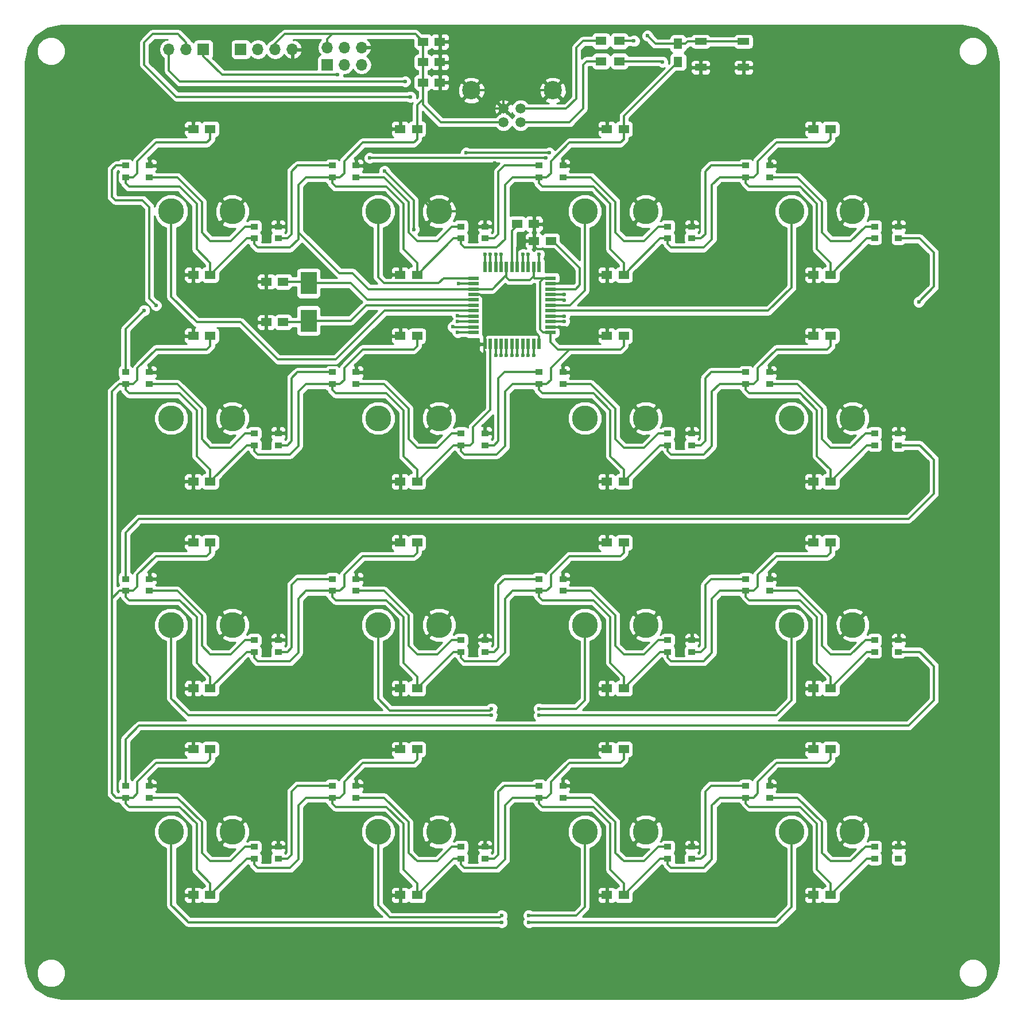
<source format=gbr>
G04 #@! TF.FileFunction,Copper,L1,Top,Signal*
%FSLAX46Y46*%
G04 Gerber Fmt 4.6, Leading zero omitted, Abs format (unit mm)*
G04 Created by KiCad (PCBNEW 4.0.6) date 07/23/17 12:32:53*
%MOMM*%
%LPD*%
G01*
G04 APERTURE LIST*
%ADD10C,0.100000*%
%ADD11R,0.550000X1.500000*%
%ADD12R,1.500000X0.550000*%
%ADD13C,3.800000*%
%ADD14R,1.500000X1.250000*%
%ADD15C,1.520000*%
%ADD16C,2.700000*%
%ADD17R,1.700000X1.700000*%
%ADD18O,1.700000X1.700000*%
%ADD19R,1.500000X1.300000*%
%ADD20R,1.300000X1.500000*%
%ADD21R,1.700000X1.000000*%
%ADD22R,1.000000X0.850000*%
%ADD23R,2.400000X3.325000*%
%ADD24C,0.600000*%
%ADD25C,0.300000*%
%ADD26C,0.254000*%
G04 APERTURE END LIST*
D10*
D11*
X103500000Y-57300000D03*
X102700000Y-57300000D03*
X101900000Y-57300000D03*
X101100000Y-57300000D03*
X100300000Y-57300000D03*
X99500000Y-57300000D03*
X98700000Y-57300000D03*
X97900000Y-57300000D03*
X97100000Y-57300000D03*
X96300000Y-57300000D03*
X95500000Y-57300000D03*
D12*
X93800000Y-59000000D03*
X93800000Y-59800000D03*
X93800000Y-60600000D03*
X93800000Y-61400000D03*
X93800000Y-62200000D03*
X93800000Y-63000000D03*
X93800000Y-63800000D03*
X93800000Y-64600000D03*
X93800000Y-65400000D03*
X93800000Y-66200000D03*
X93800000Y-67000000D03*
D11*
X95500000Y-68700000D03*
X96300000Y-68700000D03*
X97100000Y-68700000D03*
X97900000Y-68700000D03*
X98700000Y-68700000D03*
X99500000Y-68700000D03*
X100300000Y-68700000D03*
X101100000Y-68700000D03*
X101900000Y-68700000D03*
X102700000Y-68700000D03*
X103500000Y-68700000D03*
D12*
X105200000Y-67000000D03*
X105200000Y-66200000D03*
X105200000Y-65400000D03*
X105200000Y-64600000D03*
X105200000Y-63800000D03*
X105200000Y-63000000D03*
X105200000Y-62200000D03*
X105200000Y-61400000D03*
X105200000Y-60600000D03*
X105200000Y-59800000D03*
X105200000Y-59000000D03*
D13*
X110250000Y-49150000D03*
X119250000Y-49150000D03*
X49250000Y-49150000D03*
X58250000Y-49150000D03*
X140750000Y-79650000D03*
X149750000Y-79650000D03*
D14*
X86375000Y-24125000D03*
X88875000Y-24125000D03*
X65750000Y-65500000D03*
X63250000Y-65500000D03*
X65750000Y-59500000D03*
X63250000Y-59500000D03*
X86375000Y-27125000D03*
X88875000Y-27125000D03*
X100250000Y-51000000D03*
X102750000Y-51000000D03*
X105250000Y-53500000D03*
X102750000Y-53500000D03*
X86375000Y-30125000D03*
X88875000Y-30125000D03*
X52500000Y-37000000D03*
X55000000Y-37000000D03*
X52500000Y-58500000D03*
X55000000Y-58500000D03*
X83000000Y-37000000D03*
X85500000Y-37000000D03*
X83000000Y-58500000D03*
X85500000Y-58500000D03*
X113500000Y-37000000D03*
X116000000Y-37000000D03*
X113500000Y-58500000D03*
X116000000Y-58500000D03*
X144000000Y-37000000D03*
X146500000Y-37000000D03*
X144000000Y-58500000D03*
X146500000Y-58500000D03*
X52500000Y-67500000D03*
X55000000Y-67500000D03*
X52500000Y-89000000D03*
X55000000Y-89000000D03*
X83000000Y-67500000D03*
X85500000Y-67500000D03*
X83000000Y-89000000D03*
X85500000Y-89000000D03*
X113500000Y-67500000D03*
X116000000Y-67500000D03*
X113500000Y-89000000D03*
X116000000Y-89000000D03*
X144000000Y-67500000D03*
X146500000Y-67500000D03*
X144000000Y-89000000D03*
X146500000Y-89000000D03*
X52500000Y-98000000D03*
X55000000Y-98000000D03*
X52500000Y-119500000D03*
X55000000Y-119500000D03*
X83000000Y-98000000D03*
X85500000Y-98000000D03*
X83000000Y-119500000D03*
X85500000Y-119500000D03*
X113500000Y-98000000D03*
X116000000Y-98000000D03*
X113500000Y-119500000D03*
X116000000Y-119500000D03*
X144000000Y-98000000D03*
X146500000Y-98000000D03*
X144000000Y-119500000D03*
X146500000Y-119500000D03*
X52500000Y-128500000D03*
X55000000Y-128500000D03*
X52500000Y-150000000D03*
X55000000Y-150000000D03*
X83000000Y-128500000D03*
X85500000Y-128500000D03*
X83000000Y-150000000D03*
X85500000Y-150000000D03*
X113500000Y-128500000D03*
X116000000Y-128500000D03*
X113500000Y-150000000D03*
X116000000Y-150000000D03*
X144000000Y-128500000D03*
X146500000Y-128500000D03*
X144000000Y-150000000D03*
X146500000Y-150000000D03*
D15*
X100790000Y-36000000D03*
X98250000Y-36000000D03*
X98250000Y-34000000D03*
X100790000Y-34000000D03*
D16*
X105520000Y-31300000D03*
X93520000Y-31300000D03*
D17*
X72250000Y-27500000D03*
D18*
X72250000Y-24960000D03*
X74790000Y-27500000D03*
X74790000Y-24960000D03*
X77330000Y-27500000D03*
X77330000Y-24960000D03*
D17*
X59500000Y-25250000D03*
D18*
X62040000Y-25250000D03*
X64580000Y-25250000D03*
X67120000Y-25250000D03*
D19*
X115350000Y-24000000D03*
X112650000Y-24000000D03*
X115350000Y-27000000D03*
X112650000Y-27000000D03*
D20*
X124000000Y-27100000D03*
X124000000Y-24400000D03*
D13*
X79750000Y-49150000D03*
X88750000Y-49150000D03*
X140750000Y-49150000D03*
X149750000Y-49150000D03*
X49250000Y-79650000D03*
X58250000Y-79650000D03*
X79750000Y-79650000D03*
X88750000Y-79650000D03*
X110250000Y-79650000D03*
X119250000Y-79650000D03*
X49250000Y-110150000D03*
X58250000Y-110150000D03*
X79750000Y-110150000D03*
X88750000Y-110150000D03*
X110250000Y-110150000D03*
X119250000Y-110150000D03*
X140750000Y-110150000D03*
X149750000Y-110150000D03*
X49250000Y-140650000D03*
X58250000Y-140650000D03*
X79750000Y-140650000D03*
X88750000Y-140650000D03*
X110250000Y-140650000D03*
X119250000Y-140650000D03*
X140750000Y-140650000D03*
X149750000Y-140650000D03*
D21*
X127350000Y-24100000D03*
X133650000Y-24100000D03*
X127350000Y-27900000D03*
X133650000Y-27900000D03*
D22*
X42490000Y-44130000D03*
X42490000Y-42370000D03*
X46010000Y-44130000D03*
X46020000Y-42370000D03*
X61490000Y-53130000D03*
X61490000Y-51370000D03*
X65010000Y-53130000D03*
X65020000Y-51370000D03*
X72990000Y-44130000D03*
X72990000Y-42370000D03*
X76510000Y-44130000D03*
X76520000Y-42370000D03*
X91990000Y-53130000D03*
X91990000Y-51370000D03*
X95510000Y-53130000D03*
X95520000Y-51370000D03*
X103490000Y-44130000D03*
X103490000Y-42370000D03*
X107010000Y-44130000D03*
X107020000Y-42370000D03*
X122490000Y-53130000D03*
X122490000Y-51370000D03*
X126010000Y-53130000D03*
X126020000Y-51370000D03*
X133990000Y-44130000D03*
X133990000Y-42370000D03*
X137510000Y-44130000D03*
X137520000Y-42370000D03*
X152990000Y-53130000D03*
X152990000Y-51370000D03*
X156510000Y-53130000D03*
X156520000Y-51370000D03*
X42490000Y-74630000D03*
X42490000Y-72870000D03*
X46010000Y-74630000D03*
X46020000Y-72870000D03*
X61490000Y-83630000D03*
X61490000Y-81870000D03*
X65010000Y-83630000D03*
X65020000Y-81870000D03*
X72990000Y-74630000D03*
X72990000Y-72870000D03*
X76510000Y-74630000D03*
X76520000Y-72870000D03*
X91990000Y-83630000D03*
X91990000Y-81870000D03*
X95510000Y-83630000D03*
X95520000Y-81870000D03*
X103490000Y-74630000D03*
X103490000Y-72870000D03*
X107010000Y-74630000D03*
X107020000Y-72870000D03*
X122490000Y-83630000D03*
X122490000Y-81870000D03*
X126010000Y-83630000D03*
X126020000Y-81870000D03*
X133990000Y-74630000D03*
X133990000Y-72870000D03*
X137510000Y-74630000D03*
X137520000Y-72870000D03*
X152990000Y-83630000D03*
X152990000Y-81870000D03*
X156510000Y-83630000D03*
X156520000Y-81870000D03*
X42490000Y-105130000D03*
X42490000Y-103370000D03*
X46010000Y-105130000D03*
X46020000Y-103370000D03*
X61490000Y-114130000D03*
X61490000Y-112370000D03*
X65010000Y-114130000D03*
X65020000Y-112370000D03*
X72990000Y-105130000D03*
X72990000Y-103370000D03*
X76510000Y-105130000D03*
X76520000Y-103370000D03*
X91990000Y-114130000D03*
X91990000Y-112370000D03*
X95510000Y-114130000D03*
X95520000Y-112370000D03*
X103490000Y-105130000D03*
X103490000Y-103370000D03*
X107010000Y-105130000D03*
X107020000Y-103370000D03*
X122490000Y-114130000D03*
X122490000Y-112370000D03*
X126010000Y-114130000D03*
X126020000Y-112370000D03*
X133990000Y-105130000D03*
X133990000Y-103370000D03*
X137510000Y-105130000D03*
X137520000Y-103370000D03*
X152990000Y-114130000D03*
X152990000Y-112370000D03*
X156510000Y-114130000D03*
X156520000Y-112370000D03*
X42490000Y-135630000D03*
X42490000Y-133870000D03*
X46010000Y-135630000D03*
X46020000Y-133870000D03*
X61490000Y-144630000D03*
X61490000Y-142870000D03*
X65010000Y-144630000D03*
X65020000Y-142870000D03*
X72990000Y-135630000D03*
X72990000Y-133870000D03*
X76510000Y-135630000D03*
X76520000Y-133870000D03*
X91990000Y-144630000D03*
X91990000Y-142870000D03*
X95510000Y-144630000D03*
X95520000Y-142870000D03*
X103490000Y-135630000D03*
X103490000Y-133870000D03*
X107010000Y-135630000D03*
X107020000Y-133870000D03*
X122490000Y-144630000D03*
X122490000Y-142870000D03*
X126010000Y-144630000D03*
X126020000Y-142870000D03*
X133990000Y-135630000D03*
X133990000Y-133870000D03*
X137510000Y-135630000D03*
X137520000Y-133870000D03*
X152990000Y-144630000D03*
X152990000Y-142870000D03*
X156510000Y-144630000D03*
X156520000Y-142870000D03*
D23*
X69500000Y-59737500D03*
X69500000Y-65262500D03*
D17*
X54000000Y-25250000D03*
D18*
X51460000Y-25250000D03*
X48920000Y-25250000D03*
D24*
X82500000Y-43600000D03*
X82500000Y-56200000D03*
X97000000Y-42000000D03*
X52500000Y-56800000D03*
X102700000Y-66800000D03*
X106500000Y-66200000D03*
X96000000Y-80250000D03*
X95500000Y-55500000D03*
X80700000Y-43200000D03*
X85000000Y-51800000D03*
X97100000Y-55500000D03*
X96300000Y-55500000D03*
X119500000Y-23250000D03*
X91600000Y-59800000D03*
X91490000Y-65380000D03*
X90800000Y-66180000D03*
X107200000Y-61400000D03*
X73750000Y-29000000D03*
X78500000Y-41250000D03*
X104500000Y-41250000D03*
X107250000Y-62250000D03*
X105000000Y-40500000D03*
X92750000Y-40500000D03*
X84500000Y-32250000D03*
X117500000Y-24000000D03*
X101100000Y-55500000D03*
X101900000Y-55500000D03*
X121700000Y-27100000D03*
X107200000Y-65400000D03*
X107200000Y-64600000D03*
X96500000Y-123500000D03*
X97900000Y-70400000D03*
X97100000Y-70400000D03*
X96500000Y-122500000D03*
X103500000Y-122500000D03*
X102700000Y-70400000D03*
X103500000Y-123500000D03*
X101900000Y-70400000D03*
X98000000Y-154000000D03*
X99500000Y-70400000D03*
X98000000Y-153000000D03*
X98700000Y-70400000D03*
X101100000Y-70400000D03*
X102000000Y-153000000D03*
X100300000Y-70400000D03*
X102000000Y-154000000D03*
X103500000Y-55500000D03*
X47000000Y-63000000D03*
X45250000Y-63750000D03*
X159500000Y-62500000D03*
X91500000Y-64500000D03*
X91500000Y-67000000D03*
X97900000Y-55500000D03*
X83750000Y-30000000D03*
D25*
X105200000Y-59000000D02*
X104200000Y-59000000D01*
X104100000Y-67000000D02*
X105200000Y-67000000D01*
X103700000Y-66600000D02*
X104100000Y-67000000D01*
X103700000Y-59500000D02*
X103700000Y-66600000D01*
X104200000Y-59000000D02*
X103700000Y-59500000D01*
X102700000Y-58200000D02*
X102700000Y-58900000D01*
X102800000Y-59000000D02*
X105200000Y-59000000D01*
X102700000Y-58900000D02*
X102800000Y-59000000D01*
X98700000Y-58400000D02*
X98700000Y-58900000D01*
X102700000Y-58700000D02*
X102700000Y-58200000D01*
X102700000Y-58200000D02*
X102700000Y-57300000D01*
X102100000Y-59300000D02*
X102700000Y-58700000D01*
X99100000Y-59300000D02*
X102100000Y-59300000D01*
X98700000Y-58900000D02*
X99100000Y-59300000D01*
X93800000Y-60600000D02*
X96600000Y-60600000D01*
X98700000Y-58500000D02*
X98700000Y-58400000D01*
X98700000Y-58400000D02*
X98700000Y-57300000D01*
X96600000Y-60600000D02*
X98700000Y-58500000D01*
X42490000Y-74630000D02*
X41620000Y-74630000D01*
X40500000Y-75750000D02*
X40500000Y-108250000D01*
X41620000Y-74630000D02*
X40500000Y-75750000D01*
X42490000Y-105130000D02*
X41620000Y-105130000D01*
X41620000Y-105130000D02*
X40500000Y-106250000D01*
X40500000Y-106250000D02*
X40500000Y-108250000D01*
X41130000Y-135630000D02*
X42490000Y-135630000D01*
X40500000Y-108250000D02*
X40500000Y-135000000D01*
X40500000Y-135000000D02*
X41130000Y-135630000D01*
X116000000Y-37000000D02*
X116000000Y-35100000D01*
X116000000Y-35100000D02*
X124000000Y-27100000D01*
X105200000Y-67000000D02*
X105200000Y-68450000D01*
X105200000Y-68450000D02*
X106250000Y-69500000D01*
X106250000Y-69500000D02*
X108250000Y-69500000D01*
X96300000Y-68700000D02*
X96300000Y-78450000D01*
X96300000Y-78450000D02*
X93750000Y-81000000D01*
X93750000Y-81000000D02*
X93750000Y-83250000D01*
X93750000Y-83250000D02*
X93370000Y-83630000D01*
X93370000Y-83630000D02*
X91990000Y-83630000D01*
X93800000Y-60600000D02*
X78350000Y-60600000D01*
X74000000Y-58250000D02*
X68000000Y-52250000D01*
X76000000Y-58250000D02*
X74000000Y-58250000D01*
X78350000Y-60600000D02*
X76000000Y-58250000D01*
X64580000Y-25250000D02*
X64580000Y-24420000D01*
X64580000Y-24420000D02*
X66000000Y-23000000D01*
X66000000Y-23000000D02*
X75000000Y-23000000D01*
X72250000Y-24960000D02*
X72250000Y-23750000D01*
X85250000Y-23000000D02*
X86375000Y-24125000D01*
X73000000Y-23000000D02*
X75000000Y-23000000D01*
X75000000Y-23000000D02*
X85250000Y-23000000D01*
X72250000Y-23750000D02*
X73000000Y-23000000D01*
X55000000Y-87250000D02*
X55000000Y-89000000D01*
X53000000Y-85250000D02*
X55000000Y-87250000D01*
X53000000Y-78500000D02*
X53000000Y-85250000D01*
X50500000Y-76000000D02*
X53000000Y-78500000D01*
X61490000Y-83630000D02*
X60370000Y-83630000D01*
X60370000Y-83630000D02*
X55000000Y-89000000D01*
X90870000Y-83630000D02*
X85500000Y-89000000D01*
X91990000Y-83630000D02*
X90870000Y-83630000D01*
X81000000Y-76000000D02*
X83500000Y-78500000D01*
X83500000Y-78500000D02*
X83500000Y-85250000D01*
X83500000Y-85250000D02*
X85500000Y-87250000D01*
X85500000Y-87250000D02*
X85500000Y-89000000D01*
X55000000Y-99500000D02*
X55000000Y-98000000D01*
X54500000Y-100000000D02*
X55000000Y-99500000D01*
X47000000Y-100000000D02*
X54500000Y-100000000D01*
X44250000Y-102750000D02*
X47000000Y-100000000D01*
X74750000Y-102750000D02*
X77500000Y-100000000D01*
X77500000Y-100000000D02*
X85000000Y-100000000D01*
X85000000Y-100000000D02*
X85500000Y-99500000D01*
X85500000Y-99500000D02*
X85500000Y-98000000D01*
X105250000Y-102750000D02*
X108000000Y-100000000D01*
X108000000Y-100000000D02*
X115500000Y-100000000D01*
X115500000Y-100000000D02*
X116000000Y-99500000D01*
X116000000Y-99500000D02*
X116000000Y-98000000D01*
X146500000Y-99500000D02*
X146500000Y-98000000D01*
X146000000Y-100000000D02*
X146500000Y-99500000D01*
X138500000Y-100000000D02*
X146000000Y-100000000D01*
X135750000Y-102750000D02*
X138500000Y-100000000D01*
X151870000Y-83630000D02*
X146500000Y-89000000D01*
X152990000Y-83630000D02*
X151870000Y-83630000D01*
X142000000Y-76000000D02*
X144500000Y-78500000D01*
X144500000Y-78500000D02*
X144500000Y-85250000D01*
X144500000Y-85250000D02*
X146500000Y-87250000D01*
X146500000Y-87250000D02*
X146500000Y-89000000D01*
X116000000Y-87250000D02*
X116000000Y-89000000D01*
X114000000Y-85250000D02*
X116000000Y-87250000D01*
X114000000Y-78500000D02*
X114000000Y-85250000D01*
X111500000Y-76000000D02*
X114000000Y-78500000D01*
X122490000Y-83630000D02*
X121370000Y-83630000D01*
X121370000Y-83630000D02*
X116000000Y-89000000D01*
X121370000Y-83630000D02*
X116000000Y-89000000D01*
X122490000Y-83630000D02*
X121370000Y-83630000D01*
X111500000Y-76000000D02*
X114000000Y-78500000D01*
X114000000Y-78500000D02*
X114000000Y-85250000D01*
X114000000Y-85250000D02*
X116000000Y-87250000D01*
X116000000Y-87250000D02*
X116000000Y-89000000D01*
X146500000Y-87250000D02*
X146500000Y-89000000D01*
X144500000Y-85250000D02*
X146500000Y-87250000D01*
X144500000Y-78500000D02*
X144500000Y-85250000D01*
X142000000Y-76000000D02*
X144500000Y-78500000D01*
X152990000Y-83630000D02*
X151870000Y-83630000D01*
X151870000Y-83630000D02*
X146500000Y-89000000D01*
X85500000Y-87250000D02*
X85500000Y-89000000D01*
X83500000Y-85250000D02*
X85500000Y-87250000D01*
X83500000Y-78500000D02*
X83500000Y-85250000D01*
X81000000Y-76000000D02*
X83500000Y-78500000D01*
X91990000Y-83630000D02*
X90870000Y-83630000D01*
X90870000Y-83630000D02*
X85500000Y-89000000D01*
X60370000Y-83630000D02*
X55000000Y-89000000D01*
X61490000Y-83630000D02*
X60370000Y-83630000D01*
X50500000Y-76000000D02*
X53000000Y-78500000D01*
X53000000Y-78500000D02*
X53000000Y-85250000D01*
X53000000Y-85250000D02*
X55000000Y-87250000D01*
X55000000Y-87250000D02*
X55000000Y-89000000D01*
X44250000Y-102750000D02*
X47000000Y-100000000D01*
X74750000Y-102750000D02*
X77500000Y-100000000D01*
X135750000Y-102750000D02*
X138500000Y-100000000D01*
X105250000Y-102750000D02*
X108000000Y-100000000D01*
X105250000Y-102750000D02*
X108000000Y-100000000D01*
X108000000Y-100000000D02*
X115500000Y-100000000D01*
X115500000Y-100000000D02*
X116000000Y-99500000D01*
X116000000Y-99500000D02*
X116000000Y-98000000D01*
X146500000Y-99500000D02*
X146500000Y-98000000D01*
X146000000Y-100000000D02*
X146500000Y-99500000D01*
X138500000Y-100000000D02*
X146000000Y-100000000D01*
X135750000Y-102750000D02*
X138500000Y-100000000D01*
X85500000Y-99500000D02*
X85500000Y-98000000D01*
X85000000Y-100000000D02*
X85500000Y-99500000D01*
X77500000Y-100000000D02*
X85000000Y-100000000D01*
X74750000Y-102750000D02*
X77500000Y-100000000D01*
X44250000Y-102750000D02*
X47000000Y-100000000D01*
X47000000Y-100000000D02*
X54500000Y-100000000D01*
X54500000Y-100000000D02*
X55000000Y-99500000D01*
X55000000Y-99500000D02*
X55000000Y-98000000D01*
X121370000Y-83630000D02*
X116000000Y-89000000D01*
X122490000Y-83630000D02*
X121370000Y-83630000D01*
X122490000Y-84490000D02*
X123000000Y-85000000D01*
X123000000Y-85000000D02*
X127750000Y-85000000D01*
X127750000Y-85000000D02*
X129000000Y-83750000D01*
X129000000Y-83750000D02*
X129000000Y-75750000D01*
X122490000Y-83630000D02*
X122490000Y-84490000D01*
X90870000Y-83630000D02*
X85500000Y-89000000D01*
X91990000Y-83630000D02*
X90870000Y-83630000D01*
X91990000Y-84490000D02*
X92500000Y-85000000D01*
X92500000Y-85000000D02*
X97250000Y-85000000D01*
X97250000Y-85000000D02*
X98500000Y-83750000D01*
X98500000Y-83750000D02*
X98500000Y-75750000D01*
X91990000Y-83630000D02*
X91990000Y-84490000D01*
X68000000Y-83750000D02*
X68000000Y-75750000D01*
X66750000Y-85000000D02*
X68000000Y-83750000D01*
X62000000Y-85000000D02*
X66750000Y-85000000D01*
X61490000Y-84490000D02*
X62000000Y-85000000D01*
X61490000Y-83630000D02*
X61490000Y-84490000D01*
X151870000Y-83630000D02*
X146500000Y-89000000D01*
X152990000Y-83630000D02*
X151870000Y-83630000D01*
X142000000Y-76000000D02*
X144500000Y-78500000D01*
X144500000Y-78500000D02*
X144500000Y-85250000D01*
X144500000Y-85250000D02*
X146500000Y-87250000D01*
X146500000Y-87250000D02*
X146500000Y-89000000D01*
X116000000Y-87250000D02*
X116000000Y-89000000D01*
X114000000Y-85250000D02*
X116000000Y-87250000D01*
X114000000Y-78500000D02*
X114000000Y-85250000D01*
X111500000Y-76000000D02*
X114000000Y-78500000D01*
X122490000Y-83630000D02*
X121370000Y-83630000D01*
X121370000Y-83630000D02*
X116000000Y-89000000D01*
X55000000Y-87250000D02*
X55000000Y-89000000D01*
X53000000Y-85250000D02*
X55000000Y-87250000D01*
X53000000Y-78500000D02*
X53000000Y-85250000D01*
X50500000Y-76000000D02*
X53000000Y-78500000D01*
X61490000Y-83630000D02*
X60370000Y-83630000D01*
X60370000Y-83630000D02*
X55000000Y-89000000D01*
X90870000Y-83630000D02*
X85500000Y-89000000D01*
X91990000Y-83630000D02*
X90870000Y-83630000D01*
X85500000Y-87250000D02*
X85500000Y-89000000D01*
X83500000Y-85250000D02*
X85500000Y-87250000D01*
X83500000Y-78500000D02*
X83500000Y-85250000D01*
X81000000Y-76000000D02*
X83500000Y-78500000D01*
X135750000Y-102750000D02*
X138500000Y-100000000D01*
X105250000Y-102750000D02*
X108000000Y-100000000D01*
X146500000Y-99500000D02*
X146500000Y-98000000D01*
X146000000Y-100000000D02*
X146500000Y-99500000D01*
X138750000Y-100000000D02*
X146000000Y-100000000D01*
X138500000Y-100000000D02*
X138750000Y-100000000D01*
X135750000Y-102750000D02*
X138500000Y-100000000D01*
X146000000Y-100000000D02*
X146500000Y-99500000D01*
X146500000Y-99500000D02*
X146500000Y-98000000D01*
X116000000Y-99500000D02*
X116000000Y-98000000D01*
X115500000Y-100000000D02*
X116000000Y-99500000D01*
X108250000Y-100000000D02*
X115500000Y-100000000D01*
X108000000Y-100000000D02*
X108250000Y-100000000D01*
X105250000Y-102750000D02*
X108000000Y-100000000D01*
X85500000Y-99500000D02*
X85500000Y-98000000D01*
X85000000Y-100000000D02*
X85500000Y-99500000D01*
X135750000Y-102750000D02*
X138500000Y-100000000D01*
X138500000Y-100000000D02*
X146000000Y-100000000D01*
X146000000Y-100000000D02*
X146500000Y-99500000D01*
X146500000Y-99500000D02*
X146500000Y-98000000D01*
X116000000Y-99500000D02*
X116000000Y-98000000D01*
X115500000Y-100000000D02*
X116000000Y-99500000D01*
X108000000Y-100000000D02*
X115500000Y-100000000D01*
X105250000Y-102750000D02*
X108000000Y-100000000D01*
X44250000Y-102750000D02*
X47000000Y-100000000D01*
X47000000Y-100000000D02*
X54500000Y-100000000D01*
X54500000Y-100000000D02*
X55000000Y-99500000D01*
X55000000Y-99500000D02*
X55000000Y-98000000D01*
X77750000Y-100000000D02*
X85000000Y-100000000D01*
X77500000Y-100000000D02*
X77750000Y-100000000D01*
X74750000Y-102750000D02*
X77500000Y-100000000D01*
X85000000Y-100000000D02*
X85500000Y-99500000D01*
X85500000Y-99500000D02*
X85500000Y-98000000D01*
X86375000Y-32000000D02*
X86375000Y-33375000D01*
X89000000Y-36000000D02*
X98250000Y-36000000D01*
X86375000Y-33375000D02*
X89000000Y-36000000D01*
X86375000Y-30125000D02*
X86375000Y-32000000D01*
X86375000Y-32000000D02*
X86375000Y-32625000D01*
X85500000Y-33500000D02*
X85500000Y-37000000D01*
X86375000Y-32625000D02*
X85500000Y-33500000D01*
X85500000Y-130000000D02*
X85500000Y-128500000D01*
X85000000Y-130500000D02*
X85500000Y-130000000D01*
X74750000Y-135000000D02*
X74750000Y-133250000D01*
X74750000Y-133250000D02*
X77500000Y-130500000D01*
X77500000Y-130500000D02*
X77750000Y-130500000D01*
X72990000Y-135630000D02*
X74120000Y-135630000D01*
X77750000Y-130500000D02*
X85000000Y-130500000D01*
X74120000Y-135630000D02*
X74750000Y-135000000D01*
X73500000Y-137000000D02*
X81000000Y-137000000D01*
X81000000Y-137000000D02*
X83500000Y-139500000D01*
X83500000Y-139500000D02*
X83500000Y-146250000D01*
X83500000Y-146250000D02*
X85500000Y-148250000D01*
X85500000Y-148250000D02*
X85500000Y-150000000D01*
X72990000Y-135630000D02*
X72990000Y-136490000D01*
X72990000Y-136490000D02*
X73500000Y-137000000D01*
X91990000Y-144630000D02*
X90870000Y-144630000D01*
X90870000Y-144630000D02*
X85500000Y-150000000D01*
X60370000Y-144630000D02*
X55000000Y-150000000D01*
X61490000Y-144630000D02*
X60370000Y-144630000D01*
X42490000Y-136490000D02*
X43000000Y-137000000D01*
X43000000Y-137000000D02*
X50500000Y-137000000D01*
X50500000Y-137000000D02*
X53000000Y-139500000D01*
X53000000Y-139500000D02*
X53000000Y-146250000D01*
X53000000Y-146250000D02*
X55000000Y-148250000D01*
X55000000Y-148250000D02*
X55000000Y-150000000D01*
X42490000Y-135630000D02*
X42490000Y-136490000D01*
X55000000Y-130000000D02*
X55000000Y-128500000D01*
X54500000Y-130500000D02*
X55000000Y-130000000D01*
X47000000Y-130500000D02*
X54500000Y-130500000D01*
X44250000Y-133250000D02*
X47000000Y-130500000D01*
X44250000Y-135000000D02*
X44250000Y-133250000D01*
X43620000Y-135630000D02*
X44250000Y-135000000D01*
X42490000Y-135630000D02*
X43620000Y-135630000D01*
X121370000Y-144630000D02*
X116000000Y-150000000D01*
X122490000Y-144630000D02*
X121370000Y-144630000D01*
X103490000Y-136490000D02*
X104000000Y-137000000D01*
X104000000Y-137000000D02*
X111500000Y-137000000D01*
X111500000Y-137000000D02*
X114000000Y-139500000D01*
X114000000Y-139500000D02*
X114000000Y-146250000D01*
X114000000Y-146250000D02*
X116000000Y-148250000D01*
X116000000Y-148250000D02*
X116000000Y-150000000D01*
X103490000Y-135630000D02*
X103490000Y-136490000D01*
X104620000Y-135630000D02*
X105250000Y-135000000D01*
X105250000Y-135000000D02*
X105250000Y-133250000D01*
X105250000Y-133250000D02*
X108000000Y-130500000D01*
X108000000Y-130500000D02*
X115500000Y-130500000D01*
X115500000Y-130500000D02*
X116000000Y-130000000D01*
X116000000Y-130000000D02*
X116000000Y-128500000D01*
X103490000Y-135630000D02*
X104620000Y-135630000D01*
X133990000Y-135630000D02*
X135120000Y-135630000D01*
X146500000Y-130000000D02*
X146500000Y-128500000D01*
X146000000Y-130500000D02*
X146500000Y-130000000D01*
X138500000Y-130500000D02*
X146000000Y-130500000D01*
X135750000Y-133250000D02*
X138500000Y-130500000D01*
X135750000Y-135000000D02*
X135750000Y-133250000D01*
X135120000Y-135630000D02*
X135750000Y-135000000D01*
X133990000Y-135630000D02*
X133990000Y-136490000D01*
X146500000Y-148250000D02*
X146500000Y-150000000D01*
X144500000Y-146250000D02*
X146500000Y-148250000D01*
X144500000Y-139500000D02*
X144500000Y-146250000D01*
X142000000Y-137000000D02*
X144500000Y-139500000D01*
X134500000Y-137000000D02*
X142000000Y-137000000D01*
X133990000Y-136490000D02*
X134500000Y-137000000D01*
X152990000Y-144630000D02*
X151870000Y-144630000D01*
X151870000Y-144630000D02*
X146500000Y-150000000D01*
X85000000Y-130500000D02*
X85500000Y-130000000D01*
X85500000Y-130000000D02*
X85500000Y-128500000D01*
X105250000Y-133250000D02*
X108000000Y-130500000D01*
X108000000Y-130500000D02*
X108250000Y-130500000D01*
X108250000Y-130500000D02*
X115500000Y-130500000D01*
X115500000Y-130500000D02*
X116000000Y-130000000D01*
X116000000Y-130000000D02*
X116000000Y-128500000D01*
X146500000Y-130000000D02*
X146500000Y-128500000D01*
X146000000Y-130500000D02*
X146500000Y-130000000D01*
X135750000Y-133250000D02*
X138500000Y-130500000D01*
X138500000Y-130500000D02*
X138750000Y-130500000D01*
X138750000Y-130500000D02*
X146000000Y-130500000D01*
X146000000Y-130500000D02*
X146500000Y-130000000D01*
X146500000Y-130000000D02*
X146500000Y-128500000D01*
X61490000Y-144630000D02*
X61490000Y-145490000D01*
X61490000Y-145490000D02*
X62000000Y-146000000D01*
X62000000Y-146000000D02*
X66750000Y-146000000D01*
X66750000Y-146000000D02*
X68000000Y-144750000D01*
X68000000Y-144750000D02*
X68000000Y-136750000D01*
X68000000Y-136750000D02*
X69120000Y-135630000D01*
X69120000Y-135630000D02*
X72990000Y-135630000D01*
X91990000Y-144630000D02*
X91990000Y-145490000D01*
X99620000Y-135630000D02*
X103490000Y-135630000D01*
X98500000Y-136750000D02*
X99620000Y-135630000D01*
X98500000Y-144750000D02*
X98500000Y-136750000D01*
X97250000Y-146000000D02*
X98500000Y-144750000D01*
X92500000Y-146000000D02*
X97250000Y-146000000D01*
X91990000Y-145490000D02*
X92500000Y-146000000D01*
X91990000Y-144630000D02*
X90870000Y-144630000D01*
X90870000Y-144630000D02*
X85500000Y-150000000D01*
X103490000Y-136490000D02*
X104000000Y-137000000D01*
X103490000Y-135630000D02*
X103490000Y-136490000D01*
X104000000Y-137000000D02*
X111500000Y-137000000D01*
X104620000Y-135630000D02*
X105250000Y-135000000D01*
X103490000Y-135630000D02*
X104620000Y-135630000D01*
X105250000Y-133250000D02*
X108000000Y-130500000D01*
X105250000Y-135000000D02*
X105250000Y-133250000D01*
X122490000Y-144630000D02*
X122490000Y-145490000D01*
X130120000Y-135630000D02*
X133990000Y-135630000D01*
X129000000Y-136750000D02*
X130120000Y-135630000D01*
X129000000Y-144750000D02*
X129000000Y-136750000D01*
X127750000Y-146000000D02*
X129000000Y-144750000D01*
X123000000Y-146000000D02*
X127750000Y-146000000D01*
X122490000Y-145490000D02*
X123000000Y-146000000D01*
X122490000Y-144630000D02*
X121370000Y-144630000D01*
X121370000Y-144630000D02*
X116000000Y-150000000D01*
X133990000Y-136490000D02*
X134500000Y-137000000D01*
X133990000Y-135630000D02*
X133990000Y-136490000D01*
X134500000Y-137000000D02*
X142000000Y-137000000D01*
X135120000Y-135630000D02*
X135750000Y-135000000D01*
X133990000Y-135630000D02*
X135120000Y-135630000D01*
X135750000Y-133250000D02*
X138500000Y-130500000D01*
X135750000Y-135000000D02*
X135750000Y-133250000D01*
X85500000Y-99500000D02*
X85500000Y-98000000D01*
X85000000Y-100000000D02*
X85500000Y-99500000D01*
X74750000Y-104500000D02*
X74750000Y-102750000D01*
X74750000Y-102750000D02*
X77500000Y-100000000D01*
X77500000Y-100000000D02*
X77750000Y-100000000D01*
X72990000Y-105130000D02*
X74120000Y-105130000D01*
X77750000Y-100000000D02*
X85000000Y-100000000D01*
X74120000Y-105130000D02*
X74750000Y-104500000D01*
X73500000Y-106500000D02*
X81000000Y-106500000D01*
X81000000Y-106500000D02*
X83500000Y-109000000D01*
X83500000Y-109000000D02*
X83500000Y-115750000D01*
X83500000Y-115750000D02*
X85500000Y-117750000D01*
X85500000Y-117750000D02*
X85500000Y-119500000D01*
X72990000Y-105130000D02*
X72990000Y-105990000D01*
X72990000Y-105990000D02*
X73500000Y-106500000D01*
X91990000Y-114130000D02*
X90870000Y-114130000D01*
X90870000Y-114130000D02*
X85500000Y-119500000D01*
X60370000Y-114130000D02*
X55000000Y-119500000D01*
X61490000Y-114130000D02*
X60370000Y-114130000D01*
X42490000Y-105990000D02*
X43000000Y-106500000D01*
X43000000Y-106500000D02*
X50500000Y-106500000D01*
X50500000Y-106500000D02*
X53000000Y-109000000D01*
X53000000Y-109000000D02*
X53000000Y-115750000D01*
X53000000Y-115750000D02*
X55000000Y-117750000D01*
X55000000Y-117750000D02*
X55000000Y-119500000D01*
X42490000Y-105130000D02*
X42490000Y-105990000D01*
X55000000Y-99500000D02*
X55000000Y-98000000D01*
X54500000Y-100000000D02*
X55000000Y-99500000D01*
X47000000Y-100000000D02*
X54500000Y-100000000D01*
X44250000Y-102750000D02*
X47000000Y-100000000D01*
X44250000Y-104500000D02*
X44250000Y-102750000D01*
X43620000Y-105130000D02*
X44250000Y-104500000D01*
X42490000Y-105130000D02*
X43620000Y-105130000D01*
X121370000Y-114130000D02*
X116000000Y-119500000D01*
X122490000Y-114130000D02*
X121370000Y-114130000D01*
X103490000Y-105990000D02*
X104000000Y-106500000D01*
X104000000Y-106500000D02*
X111500000Y-106500000D01*
X111500000Y-106500000D02*
X114000000Y-109000000D01*
X114000000Y-109000000D02*
X114000000Y-115750000D01*
X114000000Y-115750000D02*
X116000000Y-117750000D01*
X116000000Y-117750000D02*
X116000000Y-119500000D01*
X103490000Y-105130000D02*
X103490000Y-105990000D01*
X104620000Y-105130000D02*
X105250000Y-104500000D01*
X105250000Y-104500000D02*
X105250000Y-102750000D01*
X105250000Y-102750000D02*
X108000000Y-100000000D01*
X108000000Y-100000000D02*
X115500000Y-100000000D01*
X115500000Y-100000000D02*
X116000000Y-99500000D01*
X116000000Y-99500000D02*
X116000000Y-98000000D01*
X103490000Y-105130000D02*
X104620000Y-105130000D01*
X133990000Y-105130000D02*
X135120000Y-105130000D01*
X146500000Y-99500000D02*
X146500000Y-98000000D01*
X146000000Y-100000000D02*
X146500000Y-99500000D01*
X138500000Y-100000000D02*
X146000000Y-100000000D01*
X135750000Y-102750000D02*
X138500000Y-100000000D01*
X135750000Y-104500000D02*
X135750000Y-102750000D01*
X135120000Y-105130000D02*
X135750000Y-104500000D01*
X133990000Y-105130000D02*
X133990000Y-105990000D01*
X146500000Y-117750000D02*
X146500000Y-119500000D01*
X144500000Y-115750000D02*
X146500000Y-117750000D01*
X144500000Y-109000000D02*
X144500000Y-115750000D01*
X142000000Y-106500000D02*
X144500000Y-109000000D01*
X134500000Y-106500000D02*
X142000000Y-106500000D01*
X133990000Y-105990000D02*
X134500000Y-106500000D01*
X152990000Y-114130000D02*
X151870000Y-114130000D01*
X151870000Y-114130000D02*
X146500000Y-119500000D01*
X85000000Y-100000000D02*
X85500000Y-99500000D01*
X85500000Y-99500000D02*
X85500000Y-98000000D01*
X105250000Y-102750000D02*
X108000000Y-100000000D01*
X108000000Y-100000000D02*
X108250000Y-100000000D01*
X108250000Y-100000000D02*
X115500000Y-100000000D01*
X115500000Y-100000000D02*
X116000000Y-99500000D01*
X116000000Y-99500000D02*
X116000000Y-98000000D01*
X146500000Y-99500000D02*
X146500000Y-98000000D01*
X146000000Y-100000000D02*
X146500000Y-99500000D01*
X135750000Y-102750000D02*
X138500000Y-100000000D01*
X138500000Y-100000000D02*
X138750000Y-100000000D01*
X138750000Y-100000000D02*
X146000000Y-100000000D01*
X146000000Y-100000000D02*
X146500000Y-99500000D01*
X146500000Y-99500000D02*
X146500000Y-98000000D01*
X61490000Y-114130000D02*
X61490000Y-114990000D01*
X61490000Y-114990000D02*
X62000000Y-115500000D01*
X62000000Y-115500000D02*
X66750000Y-115500000D01*
X66750000Y-115500000D02*
X68000000Y-114250000D01*
X68000000Y-114250000D02*
X68000000Y-106250000D01*
X68000000Y-106250000D02*
X69120000Y-105130000D01*
X69120000Y-105130000D02*
X72990000Y-105130000D01*
X91990000Y-114130000D02*
X91990000Y-114990000D01*
X99620000Y-105130000D02*
X103490000Y-105130000D01*
X98500000Y-106250000D02*
X99620000Y-105130000D01*
X98500000Y-114250000D02*
X98500000Y-106250000D01*
X97250000Y-115500000D02*
X98500000Y-114250000D01*
X92500000Y-115500000D02*
X97250000Y-115500000D01*
X91990000Y-114990000D02*
X92500000Y-115500000D01*
X91990000Y-114130000D02*
X90870000Y-114130000D01*
X90870000Y-114130000D02*
X85500000Y-119500000D01*
X103490000Y-105990000D02*
X104000000Y-106500000D01*
X103490000Y-105130000D02*
X103490000Y-105990000D01*
X104000000Y-106500000D02*
X111500000Y-106500000D01*
X104620000Y-105130000D02*
X105250000Y-104500000D01*
X103490000Y-105130000D02*
X104620000Y-105130000D01*
X105250000Y-102750000D02*
X108000000Y-100000000D01*
X105250000Y-104500000D02*
X105250000Y-102750000D01*
X122490000Y-114130000D02*
X122490000Y-114990000D01*
X130120000Y-105130000D02*
X133990000Y-105130000D01*
X129000000Y-106250000D02*
X130120000Y-105130000D01*
X129000000Y-114250000D02*
X129000000Y-106250000D01*
X127750000Y-115500000D02*
X129000000Y-114250000D01*
X123000000Y-115500000D02*
X127750000Y-115500000D01*
X122490000Y-114990000D02*
X123000000Y-115500000D01*
X122490000Y-114130000D02*
X121370000Y-114130000D01*
X121370000Y-114130000D02*
X116000000Y-119500000D01*
X133990000Y-105990000D02*
X134500000Y-106500000D01*
X133990000Y-105130000D02*
X133990000Y-105990000D01*
X134500000Y-106500000D02*
X142000000Y-106500000D01*
X135120000Y-105130000D02*
X135750000Y-104500000D01*
X133990000Y-105130000D02*
X135120000Y-105130000D01*
X135750000Y-102750000D02*
X138500000Y-100000000D01*
X135750000Y-104500000D02*
X135750000Y-102750000D01*
X85500000Y-69000000D02*
X85500000Y-67500000D01*
X85000000Y-69500000D02*
X85500000Y-69000000D01*
X74750000Y-74000000D02*
X74750000Y-72250000D01*
X74750000Y-72250000D02*
X77500000Y-69500000D01*
X77500000Y-69500000D02*
X77750000Y-69500000D01*
X72990000Y-74630000D02*
X74120000Y-74630000D01*
X77750000Y-69500000D02*
X85000000Y-69500000D01*
X74120000Y-74630000D02*
X74750000Y-74000000D01*
X73500000Y-76000000D02*
X81000000Y-76000000D01*
X81000000Y-76000000D02*
X83500000Y-78500000D01*
X83500000Y-78500000D02*
X83500000Y-85250000D01*
X83500000Y-85250000D02*
X85500000Y-87250000D01*
X85500000Y-87250000D02*
X85500000Y-89000000D01*
X72990000Y-74630000D02*
X72990000Y-75490000D01*
X72990000Y-75490000D02*
X73500000Y-76000000D01*
X91990000Y-83630000D02*
X90870000Y-83630000D01*
X90870000Y-83630000D02*
X85500000Y-89000000D01*
X60370000Y-83630000D02*
X55000000Y-89000000D01*
X61490000Y-83630000D02*
X60370000Y-83630000D01*
X42490000Y-75490000D02*
X43000000Y-76000000D01*
X43000000Y-76000000D02*
X50500000Y-76000000D01*
X50500000Y-76000000D02*
X53000000Y-78500000D01*
X53000000Y-78500000D02*
X53000000Y-85250000D01*
X53000000Y-85250000D02*
X55000000Y-87250000D01*
X55000000Y-87250000D02*
X55000000Y-89000000D01*
X42490000Y-74630000D02*
X42490000Y-75490000D01*
X55000000Y-69000000D02*
X55000000Y-67500000D01*
X54500000Y-69500000D02*
X55000000Y-69000000D01*
X47000000Y-69500000D02*
X54500000Y-69500000D01*
X44250000Y-72250000D02*
X47000000Y-69500000D01*
X44250000Y-74000000D02*
X44250000Y-72250000D01*
X43620000Y-74630000D02*
X44250000Y-74000000D01*
X42490000Y-74630000D02*
X43620000Y-74630000D01*
X121370000Y-83630000D02*
X116000000Y-89000000D01*
X122490000Y-83630000D02*
X121370000Y-83630000D01*
X103490000Y-75490000D02*
X104000000Y-76000000D01*
X104000000Y-76000000D02*
X111500000Y-76000000D01*
X111500000Y-76000000D02*
X114000000Y-78500000D01*
X114000000Y-78500000D02*
X114000000Y-85250000D01*
X114000000Y-85250000D02*
X116000000Y-87250000D01*
X116000000Y-87250000D02*
X116000000Y-89000000D01*
X103490000Y-74630000D02*
X103490000Y-75490000D01*
X104620000Y-74630000D02*
X105250000Y-74000000D01*
X105250000Y-74000000D02*
X105250000Y-72250000D01*
X105250000Y-72250000D02*
X108000000Y-69500000D01*
X108000000Y-69500000D02*
X115500000Y-69500000D01*
X115500000Y-69500000D02*
X116000000Y-69000000D01*
X116000000Y-69000000D02*
X116000000Y-67500000D01*
X103490000Y-74630000D02*
X104620000Y-74630000D01*
X133990000Y-74630000D02*
X135120000Y-74630000D01*
X146500000Y-69000000D02*
X146500000Y-67500000D01*
X146000000Y-69500000D02*
X146500000Y-69000000D01*
X138500000Y-69500000D02*
X146000000Y-69500000D01*
X135750000Y-72250000D02*
X138500000Y-69500000D01*
X135750000Y-74000000D02*
X135750000Y-72250000D01*
X135120000Y-74630000D02*
X135750000Y-74000000D01*
X133990000Y-74630000D02*
X133990000Y-75490000D01*
X146500000Y-87250000D02*
X146500000Y-89000000D01*
X144500000Y-85250000D02*
X146500000Y-87250000D01*
X144500000Y-78500000D02*
X144500000Y-85250000D01*
X142000000Y-76000000D02*
X144500000Y-78500000D01*
X134500000Y-76000000D02*
X142000000Y-76000000D01*
X133990000Y-75490000D02*
X134500000Y-76000000D01*
X152990000Y-83630000D02*
X151870000Y-83630000D01*
X151870000Y-83630000D02*
X146500000Y-89000000D01*
X85000000Y-69500000D02*
X85500000Y-69000000D01*
X85500000Y-69000000D02*
X85500000Y-67500000D01*
X105250000Y-72250000D02*
X108000000Y-69500000D01*
X108000000Y-69500000D02*
X108250000Y-69500000D01*
X108250000Y-69500000D02*
X115500000Y-69500000D01*
X115500000Y-69500000D02*
X116000000Y-69000000D01*
X116000000Y-69000000D02*
X116000000Y-67500000D01*
X146500000Y-69000000D02*
X146500000Y-67500000D01*
X146000000Y-69500000D02*
X146500000Y-69000000D01*
X135750000Y-72250000D02*
X138500000Y-69500000D01*
X138500000Y-69500000D02*
X138750000Y-69500000D01*
X138750000Y-69500000D02*
X146000000Y-69500000D01*
X146000000Y-69500000D02*
X146500000Y-69000000D01*
X146500000Y-69000000D02*
X146500000Y-67500000D01*
X61490000Y-83630000D02*
X61490000Y-84490000D01*
X61490000Y-84490000D02*
X62000000Y-85000000D01*
X62000000Y-85000000D02*
X66750000Y-85000000D01*
X66750000Y-85000000D02*
X68000000Y-83750000D01*
X68000000Y-83750000D02*
X68000000Y-75750000D01*
X68000000Y-75750000D02*
X69120000Y-74630000D01*
X69120000Y-74630000D02*
X72990000Y-74630000D01*
X91990000Y-83630000D02*
X91990000Y-84490000D01*
X99620000Y-74630000D02*
X103490000Y-74630000D01*
X98500000Y-75750000D02*
X99620000Y-74630000D01*
X98500000Y-83750000D02*
X98500000Y-75750000D01*
X97250000Y-85000000D02*
X98500000Y-83750000D01*
X92500000Y-85000000D02*
X97250000Y-85000000D01*
X91990000Y-84490000D02*
X92500000Y-85000000D01*
X91990000Y-83630000D02*
X90870000Y-83630000D01*
X90870000Y-83630000D02*
X85500000Y-89000000D01*
X103490000Y-75490000D02*
X104000000Y-76000000D01*
X103490000Y-74630000D02*
X103490000Y-75490000D01*
X104000000Y-76000000D02*
X111500000Y-76000000D01*
X104620000Y-74630000D02*
X105250000Y-74000000D01*
X103490000Y-74630000D02*
X104620000Y-74630000D01*
X105250000Y-72250000D02*
X108000000Y-69500000D01*
X105250000Y-74000000D02*
X105250000Y-72250000D01*
X122490000Y-83630000D02*
X122490000Y-84490000D01*
X130120000Y-74630000D02*
X133990000Y-74630000D01*
X129000000Y-75750000D02*
X130120000Y-74630000D01*
X129000000Y-83750000D02*
X129000000Y-75750000D01*
X127750000Y-85000000D02*
X129000000Y-83750000D01*
X123000000Y-85000000D02*
X127750000Y-85000000D01*
X122490000Y-84490000D02*
X123000000Y-85000000D01*
X122490000Y-83630000D02*
X121370000Y-83630000D01*
X121370000Y-83630000D02*
X116000000Y-89000000D01*
X133990000Y-75490000D02*
X134500000Y-76000000D01*
X133990000Y-74630000D02*
X133990000Y-75490000D01*
X134500000Y-76000000D02*
X142000000Y-76000000D01*
X135120000Y-74630000D02*
X135750000Y-74000000D01*
X133990000Y-74630000D02*
X135120000Y-74630000D01*
X135750000Y-72250000D02*
X138500000Y-69500000D01*
X135750000Y-74000000D02*
X135750000Y-72250000D01*
X135750000Y-43500000D02*
X135750000Y-41750000D01*
X135750000Y-41750000D02*
X138500000Y-39000000D01*
X133990000Y-44130000D02*
X135120000Y-44130000D01*
X135120000Y-44130000D02*
X135750000Y-43500000D01*
X134500000Y-45500000D02*
X142000000Y-45500000D01*
X133990000Y-44130000D02*
X133990000Y-44990000D01*
X133990000Y-44990000D02*
X134500000Y-45500000D01*
X121370000Y-53130000D02*
X116000000Y-58500000D01*
X122490000Y-53130000D02*
X121370000Y-53130000D01*
X122490000Y-53990000D02*
X123000000Y-54500000D01*
X123000000Y-54500000D02*
X127750000Y-54500000D01*
X127750000Y-54500000D02*
X129000000Y-53250000D01*
X129000000Y-53250000D02*
X129000000Y-45250000D01*
X129000000Y-45250000D02*
X130120000Y-44130000D01*
X130120000Y-44130000D02*
X133990000Y-44130000D01*
X122490000Y-53130000D02*
X122490000Y-53990000D01*
X105250000Y-43500000D02*
X105250000Y-41750000D01*
X105250000Y-41750000D02*
X108000000Y-39000000D01*
X103490000Y-44130000D02*
X104620000Y-44130000D01*
X104620000Y-44130000D02*
X105250000Y-43500000D01*
X104000000Y-45500000D02*
X111500000Y-45500000D01*
X103490000Y-44130000D02*
X103490000Y-44990000D01*
X103490000Y-44990000D02*
X104000000Y-45500000D01*
X90870000Y-53130000D02*
X85500000Y-58500000D01*
X91990000Y-53130000D02*
X90870000Y-53130000D01*
X91990000Y-53990000D02*
X92500000Y-54500000D01*
X92500000Y-54500000D02*
X97250000Y-54500000D01*
X97250000Y-54500000D02*
X98500000Y-53250000D01*
X98500000Y-53250000D02*
X98500000Y-45250000D01*
X98500000Y-45250000D02*
X99620000Y-44130000D01*
X99620000Y-44130000D02*
X103490000Y-44130000D01*
X91990000Y-53130000D02*
X91990000Y-53990000D01*
X69120000Y-44130000D02*
X72990000Y-44130000D01*
X68000000Y-45250000D02*
X69120000Y-44130000D01*
X68000000Y-53250000D02*
X68000000Y-52250000D01*
X68000000Y-52250000D02*
X68000000Y-45250000D01*
X66750000Y-54500000D02*
X68000000Y-53250000D01*
X62000000Y-54500000D02*
X66750000Y-54500000D01*
X61490000Y-53990000D02*
X62000000Y-54500000D01*
X61490000Y-53130000D02*
X61490000Y-53990000D01*
X146500000Y-38500000D02*
X146500000Y-37000000D01*
X146000000Y-39000000D02*
X146500000Y-38500000D01*
X138750000Y-39000000D02*
X146000000Y-39000000D01*
X138500000Y-39000000D02*
X138750000Y-39000000D01*
X135750000Y-41750000D02*
X138500000Y-39000000D01*
X146000000Y-39000000D02*
X146500000Y-38500000D01*
X146500000Y-38500000D02*
X146500000Y-37000000D01*
X116000000Y-38500000D02*
X116000000Y-37000000D01*
X115500000Y-39000000D02*
X116000000Y-38500000D01*
X108250000Y-39000000D02*
X115500000Y-39000000D01*
X108000000Y-39000000D02*
X108250000Y-39000000D01*
X105250000Y-41750000D02*
X108000000Y-39000000D01*
X85500000Y-38500000D02*
X85500000Y-37000000D01*
X85000000Y-39000000D02*
X85500000Y-38500000D01*
X42490000Y-135630000D02*
X43620000Y-135630000D01*
X55000000Y-130000000D02*
X55000000Y-128500000D01*
X54500000Y-130500000D02*
X55000000Y-130000000D01*
X47000000Y-130500000D02*
X54500000Y-130500000D01*
X44250000Y-133250000D02*
X47000000Y-130500000D01*
X44250000Y-135000000D02*
X44250000Y-133250000D01*
X43620000Y-135630000D02*
X44250000Y-135000000D01*
X42490000Y-135630000D02*
X42490000Y-136490000D01*
X55000000Y-148250000D02*
X55000000Y-150000000D01*
X53000000Y-146250000D02*
X55000000Y-148250000D01*
X53000000Y-139500000D02*
X53000000Y-146250000D01*
X50500000Y-137000000D02*
X53000000Y-139500000D01*
X43000000Y-137000000D02*
X50500000Y-137000000D01*
X42490000Y-136490000D02*
X43000000Y-137000000D01*
X61490000Y-144630000D02*
X60370000Y-144630000D01*
X60370000Y-144630000D02*
X55000000Y-150000000D01*
X90870000Y-144630000D02*
X85500000Y-150000000D01*
X91990000Y-144630000D02*
X90870000Y-144630000D01*
X72990000Y-136490000D02*
X73500000Y-137000000D01*
X73500000Y-137000000D02*
X81000000Y-137000000D01*
X81000000Y-137000000D02*
X83500000Y-139500000D01*
X83500000Y-139500000D02*
X83500000Y-146250000D01*
X83500000Y-146250000D02*
X85500000Y-148250000D01*
X85500000Y-148250000D02*
X85500000Y-150000000D01*
X72990000Y-135630000D02*
X72990000Y-136490000D01*
X74120000Y-135630000D02*
X74750000Y-135000000D01*
X74750000Y-135000000D02*
X74750000Y-133250000D01*
X74750000Y-133250000D02*
X77500000Y-130500000D01*
X77500000Y-130500000D02*
X85000000Y-130500000D01*
X85000000Y-130500000D02*
X85500000Y-130000000D01*
X85500000Y-130000000D02*
X85500000Y-128500000D01*
X72990000Y-135630000D02*
X74120000Y-135630000D01*
X151870000Y-144630000D02*
X146500000Y-150000000D01*
X152990000Y-144630000D02*
X151870000Y-144630000D01*
X133990000Y-136490000D02*
X134500000Y-137000000D01*
X134500000Y-137000000D02*
X142000000Y-137000000D01*
X142000000Y-137000000D02*
X144500000Y-139500000D01*
X144500000Y-139500000D02*
X144500000Y-146250000D01*
X144500000Y-146250000D02*
X146500000Y-148250000D01*
X146500000Y-148250000D02*
X146500000Y-150000000D01*
X133990000Y-135630000D02*
X133990000Y-136490000D01*
X135120000Y-135630000D02*
X135750000Y-135000000D01*
X135750000Y-135000000D02*
X135750000Y-133250000D01*
X135750000Y-133250000D02*
X138500000Y-130500000D01*
X138500000Y-130500000D02*
X146000000Y-130500000D01*
X146000000Y-130500000D02*
X146500000Y-130000000D01*
X146500000Y-130000000D02*
X146500000Y-128500000D01*
X133990000Y-135630000D02*
X135120000Y-135630000D01*
X103490000Y-135630000D02*
X104620000Y-135630000D01*
X116000000Y-130000000D02*
X116000000Y-128500000D01*
X115500000Y-130500000D02*
X116000000Y-130000000D01*
X108000000Y-130500000D02*
X115500000Y-130500000D01*
X105250000Y-133250000D02*
X108000000Y-130500000D01*
X105250000Y-135000000D02*
X105250000Y-133250000D01*
X104620000Y-135630000D02*
X105250000Y-135000000D01*
X103490000Y-135630000D02*
X103490000Y-136490000D01*
X116000000Y-148250000D02*
X116000000Y-150000000D01*
X114000000Y-146250000D02*
X116000000Y-148250000D01*
X114000000Y-139500000D02*
X114000000Y-146250000D01*
X111500000Y-137000000D02*
X114000000Y-139500000D01*
X104000000Y-137000000D02*
X111500000Y-137000000D01*
X103490000Y-136490000D02*
X104000000Y-137000000D01*
X122490000Y-144630000D02*
X121370000Y-144630000D01*
X121370000Y-144630000D02*
X116000000Y-150000000D01*
X121370000Y-144630000D02*
X116000000Y-150000000D01*
X122490000Y-144630000D02*
X121370000Y-144630000D01*
X103490000Y-136490000D02*
X104000000Y-137000000D01*
X104000000Y-137000000D02*
X111500000Y-137000000D01*
X111500000Y-137000000D02*
X114000000Y-139500000D01*
X114000000Y-139500000D02*
X114000000Y-146250000D01*
X114000000Y-146250000D02*
X116000000Y-148250000D01*
X116000000Y-148250000D02*
X116000000Y-150000000D01*
X103490000Y-135630000D02*
X103490000Y-136490000D01*
X104620000Y-135630000D02*
X105250000Y-135000000D01*
X105250000Y-135000000D02*
X105250000Y-133250000D01*
X105250000Y-133250000D02*
X108000000Y-130500000D01*
X103490000Y-135630000D02*
X104620000Y-135630000D01*
X133990000Y-135630000D02*
X135120000Y-135630000D01*
X135750000Y-133250000D02*
X138500000Y-130500000D01*
X135750000Y-135000000D02*
X135750000Y-133250000D01*
X135120000Y-135630000D02*
X135750000Y-135000000D01*
X133990000Y-135630000D02*
X133990000Y-136490000D01*
X146500000Y-148250000D02*
X146500000Y-150000000D01*
X144500000Y-146250000D02*
X146500000Y-148250000D01*
X144500000Y-139500000D02*
X144500000Y-146250000D01*
X142000000Y-137000000D02*
X144500000Y-139500000D01*
X134500000Y-137000000D02*
X142000000Y-137000000D01*
X133990000Y-136490000D02*
X134500000Y-137000000D01*
X152990000Y-144630000D02*
X151870000Y-144630000D01*
X151870000Y-144630000D02*
X146500000Y-150000000D01*
X72990000Y-135630000D02*
X74120000Y-135630000D01*
X74750000Y-133250000D02*
X77500000Y-130500000D01*
X74750000Y-135000000D02*
X74750000Y-133250000D01*
X74120000Y-135630000D02*
X74750000Y-135000000D01*
X72990000Y-135630000D02*
X72990000Y-136490000D01*
X85500000Y-148250000D02*
X85500000Y-150000000D01*
X83500000Y-146250000D02*
X85500000Y-148250000D01*
X83500000Y-139500000D02*
X83500000Y-146250000D01*
X81000000Y-137000000D02*
X83500000Y-139500000D01*
X73500000Y-137000000D02*
X81000000Y-137000000D01*
X72990000Y-136490000D02*
X73500000Y-137000000D01*
X91990000Y-144630000D02*
X90870000Y-144630000D01*
X90870000Y-144630000D02*
X85500000Y-150000000D01*
X60370000Y-144630000D02*
X55000000Y-150000000D01*
X61490000Y-144630000D02*
X60370000Y-144630000D01*
X42490000Y-136490000D02*
X43000000Y-137000000D01*
X43000000Y-137000000D02*
X50500000Y-137000000D01*
X50500000Y-137000000D02*
X53000000Y-139500000D01*
X53000000Y-139500000D02*
X53000000Y-146250000D01*
X53000000Y-146250000D02*
X55000000Y-148250000D01*
X55000000Y-148250000D02*
X55000000Y-150000000D01*
X42490000Y-135630000D02*
X42490000Y-136490000D01*
X43620000Y-135630000D02*
X44250000Y-135000000D01*
X44250000Y-135000000D02*
X44250000Y-133250000D01*
X44250000Y-133250000D02*
X47000000Y-130500000D01*
X42490000Y-135630000D02*
X43620000Y-135630000D01*
X42490000Y-105130000D02*
X43620000Y-105130000D01*
X44250000Y-102750000D02*
X47000000Y-100000000D01*
X44250000Y-104500000D02*
X44250000Y-102750000D01*
X43620000Y-105130000D02*
X44250000Y-104500000D01*
X42490000Y-105130000D02*
X42490000Y-105990000D01*
X55000000Y-117750000D02*
X55000000Y-119500000D01*
X53000000Y-115750000D02*
X55000000Y-117750000D01*
X53000000Y-109000000D02*
X53000000Y-115750000D01*
X50500000Y-106500000D02*
X53000000Y-109000000D01*
X43000000Y-106500000D02*
X50500000Y-106500000D01*
X42490000Y-105990000D02*
X43000000Y-106500000D01*
X61490000Y-114130000D02*
X60370000Y-114130000D01*
X60370000Y-114130000D02*
X55000000Y-119500000D01*
X90870000Y-114130000D02*
X85500000Y-119500000D01*
X91990000Y-114130000D02*
X90870000Y-114130000D01*
X72990000Y-105990000D02*
X73500000Y-106500000D01*
X73500000Y-106500000D02*
X81000000Y-106500000D01*
X81000000Y-106500000D02*
X83500000Y-109000000D01*
X83500000Y-109000000D02*
X83500000Y-115750000D01*
X83500000Y-115750000D02*
X85500000Y-117750000D01*
X85500000Y-117750000D02*
X85500000Y-119500000D01*
X72990000Y-105130000D02*
X72990000Y-105990000D01*
X74120000Y-105130000D02*
X74750000Y-104500000D01*
X74750000Y-104500000D02*
X74750000Y-102750000D01*
X74750000Y-102750000D02*
X77500000Y-100000000D01*
X72990000Y-105130000D02*
X74120000Y-105130000D01*
X151870000Y-114130000D02*
X146500000Y-119500000D01*
X152990000Y-114130000D02*
X151870000Y-114130000D01*
X133990000Y-105990000D02*
X134500000Y-106500000D01*
X134500000Y-106500000D02*
X142000000Y-106500000D01*
X142000000Y-106500000D02*
X144500000Y-109000000D01*
X144500000Y-109000000D02*
X144500000Y-115750000D01*
X144500000Y-115750000D02*
X146500000Y-117750000D01*
X146500000Y-117750000D02*
X146500000Y-119500000D01*
X133990000Y-105130000D02*
X133990000Y-105990000D01*
X135120000Y-105130000D02*
X135750000Y-104500000D01*
X135750000Y-104500000D02*
X135750000Y-102750000D01*
X135750000Y-102750000D02*
X138500000Y-100000000D01*
X133990000Y-105130000D02*
X135120000Y-105130000D01*
X103490000Y-105130000D02*
X104620000Y-105130000D01*
X105250000Y-102750000D02*
X108000000Y-100000000D01*
X105250000Y-104500000D02*
X105250000Y-102750000D01*
X104620000Y-105130000D02*
X105250000Y-104500000D01*
X103490000Y-105130000D02*
X103490000Y-105990000D01*
X116000000Y-117750000D02*
X116000000Y-119500000D01*
X114000000Y-115750000D02*
X116000000Y-117750000D01*
X114000000Y-109000000D02*
X114000000Y-115750000D01*
X111500000Y-106500000D02*
X114000000Y-109000000D01*
X104000000Y-106500000D02*
X111500000Y-106500000D01*
X103490000Y-105990000D02*
X104000000Y-106500000D01*
X122490000Y-114130000D02*
X121370000Y-114130000D01*
X121370000Y-114130000D02*
X116000000Y-119500000D01*
X121370000Y-114130000D02*
X116000000Y-119500000D01*
X122490000Y-114130000D02*
X121370000Y-114130000D01*
X103490000Y-105990000D02*
X104000000Y-106500000D01*
X104000000Y-106500000D02*
X111500000Y-106500000D01*
X111500000Y-106500000D02*
X114000000Y-109000000D01*
X114000000Y-109000000D02*
X114000000Y-115750000D01*
X114000000Y-115750000D02*
X116000000Y-117750000D01*
X116000000Y-117750000D02*
X116000000Y-119500000D01*
X103490000Y-105130000D02*
X103490000Y-105990000D01*
X104620000Y-105130000D02*
X105250000Y-104500000D01*
X105250000Y-104500000D02*
X105250000Y-102750000D01*
X105250000Y-102750000D02*
X108000000Y-100000000D01*
X108000000Y-100000000D02*
X115500000Y-100000000D01*
X115500000Y-100000000D02*
X116000000Y-99500000D01*
X116000000Y-99500000D02*
X116000000Y-98000000D01*
X103490000Y-105130000D02*
X104620000Y-105130000D01*
X133990000Y-105130000D02*
X135120000Y-105130000D01*
X146500000Y-99500000D02*
X146500000Y-98000000D01*
X146000000Y-100000000D02*
X146500000Y-99500000D01*
X138500000Y-100000000D02*
X146000000Y-100000000D01*
X135750000Y-102750000D02*
X138500000Y-100000000D01*
X135750000Y-104500000D02*
X135750000Y-102750000D01*
X135120000Y-105130000D02*
X135750000Y-104500000D01*
X133990000Y-105130000D02*
X133990000Y-105990000D01*
X146500000Y-117750000D02*
X146500000Y-119500000D01*
X144500000Y-115750000D02*
X146500000Y-117750000D01*
X144500000Y-109000000D02*
X144500000Y-115750000D01*
X142000000Y-106500000D02*
X144500000Y-109000000D01*
X134500000Y-106500000D02*
X142000000Y-106500000D01*
X133990000Y-105990000D02*
X134500000Y-106500000D01*
X152990000Y-114130000D02*
X151870000Y-114130000D01*
X151870000Y-114130000D02*
X146500000Y-119500000D01*
X151870000Y-144630000D02*
X146500000Y-150000000D01*
X152990000Y-144630000D02*
X151870000Y-144630000D01*
X133990000Y-136490000D02*
X134500000Y-137000000D01*
X134500000Y-137000000D02*
X142000000Y-137000000D01*
X142000000Y-137000000D02*
X144500000Y-139500000D01*
X144500000Y-139500000D02*
X144500000Y-146250000D01*
X144500000Y-146250000D02*
X146500000Y-148250000D01*
X146500000Y-148250000D02*
X146500000Y-150000000D01*
X133990000Y-135630000D02*
X133990000Y-136490000D01*
X135120000Y-135630000D02*
X135750000Y-135000000D01*
X135750000Y-135000000D02*
X135750000Y-133250000D01*
X135750000Y-133250000D02*
X138500000Y-130500000D01*
X138500000Y-130500000D02*
X146000000Y-130500000D01*
X146000000Y-130500000D02*
X146500000Y-130000000D01*
X146500000Y-130000000D02*
X146500000Y-128500000D01*
X133990000Y-135630000D02*
X135120000Y-135630000D01*
X103490000Y-135630000D02*
X104620000Y-135630000D01*
X116000000Y-130000000D02*
X116000000Y-128500000D01*
X115500000Y-130500000D02*
X116000000Y-130000000D01*
X108000000Y-130500000D02*
X115500000Y-130500000D01*
X105250000Y-133250000D02*
X108000000Y-130500000D01*
X105250000Y-135000000D02*
X105250000Y-133250000D01*
X104620000Y-135630000D02*
X105250000Y-135000000D01*
X103490000Y-135630000D02*
X103490000Y-136490000D01*
X116000000Y-148250000D02*
X116000000Y-150000000D01*
X114000000Y-146250000D02*
X116000000Y-148250000D01*
X114000000Y-139500000D02*
X114000000Y-146250000D01*
X111500000Y-137000000D02*
X114000000Y-139500000D01*
X104000000Y-137000000D02*
X111500000Y-137000000D01*
X103490000Y-136490000D02*
X104000000Y-137000000D01*
X122490000Y-144630000D02*
X121370000Y-144630000D01*
X121370000Y-144630000D02*
X116000000Y-150000000D01*
X121370000Y-83630000D02*
X116000000Y-89000000D01*
X122490000Y-83630000D02*
X121370000Y-83630000D01*
X103490000Y-75490000D02*
X104000000Y-76000000D01*
X104000000Y-76000000D02*
X111500000Y-76000000D01*
X111500000Y-76000000D02*
X114000000Y-78500000D01*
X114000000Y-78500000D02*
X114000000Y-85250000D01*
X114000000Y-85250000D02*
X116000000Y-87250000D01*
X116000000Y-87250000D02*
X116000000Y-89000000D01*
X103490000Y-74630000D02*
X103490000Y-75490000D01*
X104620000Y-74630000D02*
X105250000Y-74000000D01*
X105250000Y-74000000D02*
X105250000Y-72250000D01*
X105250000Y-72250000D02*
X108000000Y-69500000D01*
X108000000Y-69500000D02*
X115500000Y-69500000D01*
X115500000Y-69500000D02*
X116000000Y-69000000D01*
X116000000Y-69000000D02*
X116000000Y-67500000D01*
X103490000Y-74630000D02*
X104620000Y-74630000D01*
X133990000Y-74630000D02*
X135120000Y-74630000D01*
X146500000Y-69000000D02*
X146500000Y-67500000D01*
X146000000Y-69500000D02*
X146500000Y-69000000D01*
X138500000Y-69500000D02*
X146000000Y-69500000D01*
X135750000Y-72250000D02*
X138500000Y-69500000D01*
X135750000Y-74000000D02*
X135750000Y-72250000D01*
X135120000Y-74630000D02*
X135750000Y-74000000D01*
X133990000Y-74630000D02*
X133990000Y-75490000D01*
X146500000Y-87250000D02*
X146500000Y-89000000D01*
X144500000Y-85250000D02*
X146500000Y-87250000D01*
X144500000Y-78500000D02*
X144500000Y-85250000D01*
X142000000Y-76000000D02*
X144500000Y-78500000D01*
X134500000Y-76000000D02*
X142000000Y-76000000D01*
X133990000Y-75490000D02*
X134500000Y-76000000D01*
X152990000Y-83630000D02*
X151870000Y-83630000D01*
X151870000Y-83630000D02*
X146500000Y-89000000D01*
X151870000Y-53130000D02*
X146500000Y-58500000D01*
X152990000Y-53130000D02*
X151870000Y-53130000D01*
X133990000Y-44990000D02*
X134500000Y-45500000D01*
X134500000Y-45500000D02*
X142000000Y-45500000D01*
X142000000Y-45500000D02*
X144500000Y-48000000D01*
X146500000Y-56750000D02*
X146500000Y-58500000D01*
X144500000Y-54750000D02*
X146500000Y-56750000D01*
X144500000Y-48000000D02*
X144500000Y-54750000D01*
X133990000Y-44130000D02*
X133990000Y-44990000D01*
X135120000Y-44130000D02*
X135750000Y-43500000D01*
X135750000Y-43500000D02*
X135750000Y-41750000D01*
X135750000Y-41750000D02*
X138500000Y-39000000D01*
X138500000Y-39000000D02*
X146000000Y-39000000D01*
X146000000Y-39000000D02*
X146500000Y-38500000D01*
X146500000Y-38500000D02*
X146500000Y-37000000D01*
X133990000Y-44130000D02*
X135120000Y-44130000D01*
X103490000Y-44130000D02*
X104620000Y-44130000D01*
X116000000Y-38500000D02*
X116000000Y-37000000D01*
X115500000Y-39000000D02*
X116000000Y-38500000D01*
X108000000Y-39000000D02*
X115500000Y-39000000D01*
X105250000Y-41750000D02*
X108000000Y-39000000D01*
X105250000Y-43500000D02*
X105250000Y-41750000D01*
X104620000Y-44130000D02*
X105250000Y-43500000D01*
X103490000Y-44130000D02*
X103490000Y-44990000D01*
X116000000Y-56750000D02*
X116000000Y-58500000D01*
X114000000Y-54750000D02*
X116000000Y-56750000D01*
X114000000Y-48000000D02*
X114000000Y-54750000D01*
X111500000Y-45500000D02*
X114000000Y-48000000D01*
X104000000Y-45500000D02*
X111500000Y-45500000D01*
X103490000Y-44990000D02*
X104000000Y-45500000D01*
X122490000Y-53130000D02*
X121370000Y-53130000D01*
X121370000Y-53130000D02*
X116000000Y-58500000D01*
X72990000Y-135630000D02*
X74120000Y-135630000D01*
X85500000Y-130000000D02*
X85500000Y-128500000D01*
X85000000Y-130500000D02*
X85500000Y-130000000D01*
X77500000Y-130500000D02*
X85000000Y-130500000D01*
X74750000Y-133250000D02*
X77500000Y-130500000D01*
X74750000Y-135000000D02*
X74750000Y-133250000D01*
X74120000Y-135630000D02*
X74750000Y-135000000D01*
X72990000Y-135630000D02*
X72990000Y-136490000D01*
X85500000Y-148250000D02*
X85500000Y-150000000D01*
X83500000Y-146250000D02*
X85500000Y-148250000D01*
X83500000Y-139500000D02*
X83500000Y-146250000D01*
X81000000Y-137000000D02*
X83500000Y-139500000D01*
X73500000Y-137000000D02*
X81000000Y-137000000D01*
X72990000Y-136490000D02*
X73500000Y-137000000D01*
X91990000Y-144630000D02*
X90870000Y-144630000D01*
X90870000Y-144630000D02*
X85500000Y-150000000D01*
X60370000Y-144630000D02*
X55000000Y-150000000D01*
X61490000Y-144630000D02*
X60370000Y-144630000D01*
X42490000Y-136490000D02*
X43000000Y-137000000D01*
X43000000Y-137000000D02*
X50500000Y-137000000D01*
X50500000Y-137000000D02*
X53000000Y-139500000D01*
X53000000Y-139500000D02*
X53000000Y-146250000D01*
X53000000Y-146250000D02*
X55000000Y-148250000D01*
X55000000Y-148250000D02*
X55000000Y-150000000D01*
X42490000Y-135630000D02*
X42490000Y-136490000D01*
X43620000Y-135630000D02*
X44250000Y-135000000D01*
X44250000Y-135000000D02*
X44250000Y-133250000D01*
X44250000Y-133250000D02*
X47000000Y-130500000D01*
X47000000Y-130500000D02*
X54500000Y-130500000D01*
X54500000Y-130500000D02*
X55000000Y-130000000D01*
X55000000Y-130000000D02*
X55000000Y-128500000D01*
X42490000Y-135630000D02*
X43620000Y-135630000D01*
X72990000Y-74630000D02*
X74120000Y-74630000D01*
X85500000Y-69000000D02*
X85500000Y-67500000D01*
X85000000Y-69500000D02*
X85500000Y-69000000D01*
X77500000Y-69500000D02*
X85000000Y-69500000D01*
X74750000Y-72250000D02*
X77500000Y-69500000D01*
X74750000Y-74000000D02*
X74750000Y-72250000D01*
X74120000Y-74630000D02*
X74750000Y-74000000D01*
X72990000Y-74630000D02*
X72990000Y-75490000D01*
X85500000Y-87250000D02*
X85500000Y-89000000D01*
X83500000Y-85250000D02*
X85500000Y-87250000D01*
X83500000Y-78500000D02*
X83500000Y-85250000D01*
X81000000Y-76000000D02*
X83500000Y-78500000D01*
X73500000Y-76000000D02*
X81000000Y-76000000D01*
X72990000Y-75490000D02*
X73500000Y-76000000D01*
X91990000Y-83630000D02*
X90870000Y-83630000D01*
X90870000Y-83630000D02*
X85500000Y-89000000D01*
X60370000Y-83630000D02*
X55000000Y-89000000D01*
X61490000Y-83630000D02*
X60370000Y-83630000D01*
X42490000Y-75490000D02*
X43000000Y-76000000D01*
X43000000Y-76000000D02*
X50500000Y-76000000D01*
X50500000Y-76000000D02*
X53000000Y-78500000D01*
X53000000Y-78500000D02*
X53000000Y-85250000D01*
X53000000Y-85250000D02*
X55000000Y-87250000D01*
X55000000Y-87250000D02*
X55000000Y-89000000D01*
X42490000Y-74630000D02*
X42490000Y-75490000D01*
X43620000Y-74630000D02*
X44250000Y-74000000D01*
X44250000Y-74000000D02*
X44250000Y-72250000D01*
X44250000Y-72250000D02*
X47000000Y-69500000D01*
X47000000Y-69500000D02*
X54500000Y-69500000D01*
X54500000Y-69500000D02*
X55000000Y-69000000D01*
X55000000Y-69000000D02*
X55000000Y-67500000D01*
X42490000Y-74630000D02*
X43620000Y-74630000D01*
X72990000Y-105130000D02*
X74120000Y-105130000D01*
X85500000Y-99500000D02*
X85500000Y-98000000D01*
X85000000Y-100000000D02*
X85500000Y-99500000D01*
X77500000Y-100000000D02*
X85000000Y-100000000D01*
X74750000Y-102750000D02*
X77500000Y-100000000D01*
X74750000Y-104500000D02*
X74750000Y-102750000D01*
X74120000Y-105130000D02*
X74750000Y-104500000D01*
X72990000Y-105130000D02*
X72990000Y-105990000D01*
X85500000Y-117750000D02*
X85500000Y-119500000D01*
X83500000Y-115750000D02*
X85500000Y-117750000D01*
X83500000Y-109000000D02*
X83500000Y-115750000D01*
X81000000Y-106500000D02*
X83500000Y-109000000D01*
X73500000Y-106500000D02*
X81000000Y-106500000D01*
X72990000Y-105990000D02*
X73500000Y-106500000D01*
X91990000Y-114130000D02*
X90870000Y-114130000D01*
X90870000Y-114130000D02*
X85500000Y-119500000D01*
X60370000Y-114130000D02*
X55000000Y-119500000D01*
X61490000Y-114130000D02*
X60370000Y-114130000D01*
X42490000Y-105990000D02*
X43000000Y-106500000D01*
X43000000Y-106500000D02*
X50500000Y-106500000D01*
X50500000Y-106500000D02*
X53000000Y-109000000D01*
X53000000Y-109000000D02*
X53000000Y-115750000D01*
X53000000Y-115750000D02*
X55000000Y-117750000D01*
X55000000Y-117750000D02*
X55000000Y-119500000D01*
X42490000Y-105130000D02*
X42490000Y-105990000D01*
X43620000Y-105130000D02*
X44250000Y-104500000D01*
X44250000Y-104500000D02*
X44250000Y-102750000D01*
X44250000Y-102750000D02*
X47000000Y-100000000D01*
X47000000Y-100000000D02*
X54500000Y-100000000D01*
X54500000Y-100000000D02*
X55000000Y-99500000D01*
X55000000Y-99500000D02*
X55000000Y-98000000D01*
X42490000Y-105130000D02*
X43620000Y-105130000D01*
X42490000Y-44130000D02*
X43620000Y-44130000D01*
X43620000Y-44130000D02*
X44250000Y-43500000D01*
X44250000Y-43500000D02*
X44250000Y-41750000D01*
X44250000Y-41750000D02*
X47000000Y-39000000D01*
X47000000Y-39000000D02*
X54500000Y-39000000D01*
X54500000Y-39000000D02*
X55000000Y-38500000D01*
X55000000Y-38500000D02*
X55000000Y-37000000D01*
X42490000Y-44130000D02*
X42490000Y-44990000D01*
X55000000Y-56750000D02*
X55000000Y-58500000D01*
X53000000Y-54750000D02*
X55000000Y-56750000D01*
X53000000Y-48000000D02*
X53000000Y-54750000D01*
X50500000Y-45500000D02*
X53000000Y-48000000D01*
X43000000Y-45500000D02*
X50500000Y-45500000D01*
X42490000Y-44990000D02*
X43000000Y-45500000D01*
X61490000Y-53130000D02*
X60370000Y-53130000D01*
X60370000Y-53130000D02*
X55000000Y-58500000D01*
X86375000Y-27125000D02*
X86375000Y-30125000D01*
X86375000Y-24125000D02*
X86375000Y-27125000D01*
X90870000Y-53130000D02*
X85500000Y-58500000D01*
X91990000Y-53130000D02*
X90870000Y-53130000D01*
X72990000Y-44990000D02*
X73500000Y-45500000D01*
X72990000Y-44130000D02*
X72990000Y-44990000D01*
X85500000Y-56750000D02*
X85500000Y-58500000D01*
X83500000Y-54750000D02*
X85500000Y-56750000D01*
X83500000Y-48000000D02*
X83500000Y-54750000D01*
X81000000Y-45500000D02*
X83500000Y-48000000D01*
X73500000Y-45500000D02*
X81000000Y-45500000D01*
X74120000Y-44130000D02*
X74750000Y-43500000D01*
X77750000Y-39000000D02*
X85000000Y-39000000D01*
X72990000Y-44130000D02*
X74120000Y-44130000D01*
X77500000Y-39000000D02*
X77750000Y-39000000D01*
X74750000Y-41750000D02*
X77500000Y-39000000D01*
X74750000Y-43500000D02*
X74750000Y-41750000D01*
X85000000Y-39000000D02*
X85500000Y-38500000D01*
X85500000Y-38500000D02*
X85500000Y-37000000D01*
X88050000Y-49150000D02*
X88750000Y-49150000D01*
X82500000Y-43600000D02*
X88050000Y-49150000D01*
X82600000Y-56200000D02*
X82500000Y-56200000D01*
X83000000Y-56600000D02*
X82600000Y-56200000D01*
X83000000Y-58500000D02*
X83000000Y-56600000D01*
X94950000Y-49150000D02*
X88750000Y-49150000D01*
X95900000Y-48200000D02*
X94950000Y-49150000D01*
X95900000Y-43100000D02*
X95900000Y-48200000D01*
X97000000Y-42000000D02*
X95900000Y-43100000D01*
X52500000Y-58500000D02*
X52500000Y-56800000D01*
X103500000Y-68700000D02*
X103500000Y-67600000D01*
X103500000Y-67600000D02*
X102700000Y-66800000D01*
X96200000Y-66800000D02*
X95500000Y-67500000D01*
X102700000Y-66800000D02*
X96200000Y-66800000D01*
X105200000Y-59800000D02*
X107300000Y-59800000D01*
X102750000Y-54250000D02*
X102750000Y-53500000D01*
X103200000Y-54700000D02*
X102750000Y-54250000D01*
X105700000Y-54700000D02*
X103200000Y-54700000D01*
X108600000Y-57600000D02*
X105700000Y-54700000D01*
X108600000Y-58500000D02*
X108600000Y-57600000D01*
X107300000Y-59800000D02*
X108600000Y-58500000D01*
X105200000Y-66200000D02*
X106500000Y-66200000D01*
X106500000Y-66200000D02*
X107400000Y-66200000D01*
X108700000Y-67500000D02*
X113500000Y-67500000D01*
X107400000Y-66200000D02*
X108700000Y-67500000D01*
X93800000Y-61400000D02*
X94800000Y-61400000D01*
X95500000Y-62100000D02*
X95500000Y-67500000D01*
X95500000Y-67500000D02*
X95500000Y-68700000D01*
X94800000Y-61400000D02*
X95500000Y-62100000D01*
X100300000Y-57300000D02*
X100300000Y-54450000D01*
X101250000Y-53500000D02*
X102750000Y-53500000D01*
X100300000Y-54450000D02*
X101250000Y-53500000D01*
X95520000Y-81870000D02*
X95520000Y-80730000D01*
X95520000Y-80730000D02*
X96000000Y-80250000D01*
X93520000Y-31300000D02*
X95550000Y-31300000D01*
X95550000Y-31300000D02*
X98250000Y-34000000D01*
X88875000Y-30125000D02*
X88875000Y-32375000D01*
X88875000Y-32375000D02*
X90500000Y-34000000D01*
X90500000Y-34000000D02*
X98250000Y-34000000D01*
X105520000Y-31300000D02*
X99200000Y-31300000D01*
X98250000Y-32250000D02*
X98250000Y-34000000D01*
X99200000Y-31300000D02*
X98250000Y-32250000D01*
X88875000Y-24125000D02*
X88875000Y-30125000D01*
X88875000Y-30125000D02*
X88875000Y-27125000D01*
X88875000Y-27125000D02*
X88875000Y-30125000D01*
X65750000Y-65500000D02*
X69262500Y-65500000D01*
X69262500Y-65500000D02*
X69500000Y-65262500D01*
X69500000Y-65262500D02*
X75737500Y-65262500D01*
X78000000Y-63000000D02*
X93800000Y-63000000D01*
X75737500Y-65262500D02*
X78000000Y-63000000D01*
X65750000Y-59500000D02*
X69262500Y-59500000D01*
X69262500Y-59500000D02*
X69500000Y-59737500D01*
X69500000Y-59737500D02*
X75737500Y-59737500D01*
X78200000Y-62200000D02*
X93800000Y-62200000D01*
X75737500Y-59737500D02*
X78200000Y-62200000D01*
X100250000Y-51000000D02*
X100250000Y-51250000D01*
X100250000Y-51250000D02*
X99500000Y-52000000D01*
X99500000Y-52000000D02*
X99500000Y-57300000D01*
X105250000Y-53500000D02*
X105500000Y-53500000D01*
X105500000Y-53500000D02*
X109500000Y-57500000D01*
X109500000Y-57500000D02*
X109500000Y-60000000D01*
X109500000Y-60000000D02*
X108900000Y-60600000D01*
X108900000Y-60600000D02*
X105200000Y-60600000D01*
X100790000Y-36000000D02*
X108000000Y-36000000D01*
X110500000Y-27000000D02*
X112650000Y-27000000D01*
X110000000Y-27500000D02*
X110500000Y-27000000D01*
X110000000Y-34000000D02*
X110000000Y-27500000D01*
X108000000Y-36000000D02*
X110000000Y-34000000D01*
X100790000Y-34000000D02*
X107500000Y-34000000D01*
X110000000Y-24000000D02*
X112650000Y-24000000D01*
X109000000Y-25000000D02*
X110000000Y-24000000D01*
X109000000Y-32500000D02*
X109000000Y-25000000D01*
X107500000Y-34000000D02*
X109000000Y-32500000D01*
X95500000Y-57300000D02*
X95500000Y-55500000D01*
X80700000Y-43200000D02*
X85000000Y-47500000D01*
X97100000Y-55500000D02*
X97100000Y-57300000D01*
X85000000Y-47500000D02*
X85000000Y-51800000D01*
X96300000Y-55500000D02*
X96300000Y-57300000D01*
X127350000Y-24100000D02*
X133650000Y-24100000D01*
X124000000Y-24400000D02*
X125100000Y-24400000D01*
X125400000Y-24100000D02*
X127350000Y-24100000D01*
X125100000Y-24400000D02*
X125400000Y-24100000D01*
X120650000Y-24400000D02*
X124000000Y-24400000D01*
X119500000Y-23250000D02*
X120650000Y-24400000D01*
X93800000Y-59800000D02*
X91600000Y-59800000D01*
X91510000Y-65400000D02*
X91490000Y-65380000D01*
X93800000Y-65400000D02*
X91510000Y-65400000D01*
X93800000Y-66200000D02*
X90820000Y-66200000D01*
X90820000Y-66200000D02*
X90800000Y-66180000D01*
X105200000Y-61400000D02*
X107200000Y-61400000D01*
X54000000Y-26250000D02*
X54000000Y-25250000D01*
X56750000Y-29000000D02*
X54000000Y-26250000D01*
X73750000Y-29000000D02*
X56750000Y-29000000D01*
X104500000Y-41250000D02*
X78500000Y-41250000D01*
X51460000Y-25250000D02*
X51460000Y-24210000D01*
X107200000Y-62200000D02*
X105200000Y-62200000D01*
X107250000Y-62250000D02*
X107200000Y-62200000D01*
X92750000Y-40500000D02*
X105000000Y-40500000D01*
X50000000Y-32250000D02*
X84500000Y-32250000D01*
X45250000Y-27500000D02*
X50000000Y-32250000D01*
X45250000Y-24250000D02*
X45250000Y-27500000D01*
X46500000Y-23000000D02*
X45250000Y-24250000D01*
X50250000Y-23000000D02*
X46500000Y-23000000D01*
X51460000Y-24210000D02*
X50250000Y-23000000D01*
X101100000Y-57300000D02*
X101100000Y-55500000D01*
X117500000Y-24000000D02*
X115350000Y-24000000D01*
X115350000Y-27000000D02*
X121600000Y-27000000D01*
X101900000Y-55500000D02*
X101900000Y-57300000D01*
X121600000Y-27000000D02*
X121700000Y-27100000D01*
X79750000Y-49150000D02*
X79750000Y-58850000D01*
X89440000Y-59000000D02*
X93800000Y-59000000D01*
X88700000Y-59740000D02*
X89440000Y-59000000D01*
X80640000Y-59740000D02*
X88700000Y-59740000D01*
X79750000Y-58850000D02*
X80640000Y-59740000D01*
X105200000Y-63000000D02*
X108100000Y-63000000D01*
X108100000Y-63000000D02*
X110250000Y-60850000D01*
X110250000Y-60850000D02*
X110250000Y-49150000D01*
X105200000Y-63800000D02*
X137300000Y-63800000D01*
X140750000Y-60350000D02*
X140750000Y-49150000D01*
X137300000Y-63800000D02*
X140750000Y-60350000D01*
X105200000Y-65400000D02*
X107200000Y-65400000D01*
X105200000Y-64600000D02*
X107200000Y-64600000D01*
X97900000Y-68700000D02*
X97900000Y-70400000D01*
X96000000Y-123500000D02*
X51750000Y-123500000D01*
X51750000Y-123500000D02*
X50875000Y-122625000D01*
X50875000Y-122625000D02*
X49250000Y-121000000D01*
X96500000Y-123500000D02*
X96000000Y-123500000D01*
X49250000Y-121000000D02*
X49250000Y-110150000D01*
X49250000Y-121000000D02*
X51000000Y-122750000D01*
X49250000Y-110150000D02*
X49250000Y-121000000D01*
X96000000Y-122750000D02*
X96250000Y-122750000D01*
X96000000Y-122750000D02*
X89250000Y-122750000D01*
X81500000Y-122750000D02*
X89250000Y-122750000D01*
X97100000Y-70400000D02*
X97100000Y-68700000D01*
X96250000Y-122750000D02*
X96500000Y-122500000D01*
X79750000Y-121000000D02*
X81500000Y-122750000D01*
X79750000Y-121000000D02*
X79750000Y-110150000D01*
X79750000Y-121000000D02*
X81500000Y-122750000D01*
X79750000Y-121000000D02*
X79750000Y-110150000D01*
X102700000Y-68700000D02*
X102700000Y-70400000D01*
X103500000Y-122500000D02*
X109000000Y-122500000D01*
X110250000Y-121250000D02*
X110250000Y-110150000D01*
X110250000Y-121250000D02*
X109250000Y-122250000D01*
X109000000Y-122500000D02*
X109250000Y-122250000D01*
X110250000Y-121250000D02*
X109250000Y-122250000D01*
X110250000Y-121250000D02*
X110250000Y-110150000D01*
X109000000Y-122500000D02*
X109250000Y-122250000D01*
X110250000Y-121250000D02*
X109250000Y-122250000D01*
X110250000Y-121250000D02*
X110250000Y-110150000D01*
X139250000Y-122750000D02*
X138500000Y-123500000D01*
X138500000Y-123500000D02*
X103500000Y-123500000D01*
X140750000Y-121250000D02*
X140750000Y-110150000D01*
X140750000Y-121250000D02*
X139750000Y-122250000D01*
X139500000Y-122500000D02*
X139750000Y-122250000D01*
X140750000Y-121250000D02*
X139750000Y-122250000D01*
X140750000Y-121250000D02*
X140750000Y-110150000D01*
X139250000Y-122750000D02*
X139500000Y-122500000D01*
X139250000Y-122750000D02*
X139500000Y-122500000D01*
X140750000Y-121250000D02*
X140750000Y-110150000D01*
X140750000Y-121250000D02*
X139750000Y-122250000D01*
X139500000Y-122500000D02*
X139750000Y-122250000D01*
X101900000Y-68700000D02*
X101900000Y-70400000D01*
X99500000Y-68700000D02*
X99500000Y-70400000D01*
X50875000Y-153125000D02*
X49250000Y-151500000D01*
X51750000Y-154000000D02*
X50875000Y-153125000D01*
X96000000Y-154000000D02*
X51750000Y-154000000D01*
X98000000Y-154000000D02*
X96000000Y-154000000D01*
X49250000Y-151500000D02*
X49250000Y-140650000D01*
X49250000Y-151500000D02*
X51000000Y-153250000D01*
X49250000Y-140650000D02*
X49250000Y-151500000D01*
X96000000Y-153250000D02*
X97750000Y-153250000D01*
X89250000Y-153250000D02*
X81500000Y-153250000D01*
X96000000Y-153250000D02*
X89250000Y-153250000D01*
X97750000Y-153250000D02*
X98000000Y-153000000D01*
X98700000Y-68700000D02*
X98700000Y-70400000D01*
X79750000Y-151500000D02*
X81500000Y-153250000D01*
X79750000Y-151500000D02*
X79750000Y-140650000D01*
X79750000Y-151500000D02*
X79750000Y-140650000D01*
X79750000Y-151500000D02*
X81500000Y-153250000D01*
X109000000Y-153000000D02*
X102000000Y-153000000D01*
X101100000Y-70400000D02*
X101100000Y-68700000D01*
X110250000Y-151750000D02*
X110250000Y-140650000D01*
X110250000Y-151750000D02*
X109250000Y-152750000D01*
X110250000Y-151750000D02*
X110250000Y-140650000D01*
X110250000Y-151750000D02*
X109250000Y-152750000D01*
X109000000Y-153000000D02*
X109250000Y-152750000D01*
X110250000Y-151750000D02*
X110250000Y-140650000D01*
X110250000Y-151750000D02*
X109250000Y-152750000D01*
X109000000Y-153000000D02*
X109250000Y-152750000D01*
X110250000Y-151750000D02*
X110250000Y-140650000D01*
X110250000Y-151750000D02*
X109250000Y-152750000D01*
X109000000Y-153000000D02*
X109250000Y-152750000D01*
X139250000Y-153250000D02*
X138500000Y-154000000D01*
X100300000Y-70400000D02*
X100300000Y-68700000D01*
X138500000Y-154000000D02*
X102000000Y-154000000D01*
X140750000Y-151750000D02*
X140750000Y-140650000D01*
X140750000Y-151750000D02*
X139750000Y-152750000D01*
X139500000Y-153000000D02*
X139750000Y-152750000D01*
X140750000Y-151750000D02*
X139750000Y-152750000D01*
X140750000Y-151750000D02*
X140750000Y-140650000D01*
X139250000Y-153250000D02*
X139500000Y-153000000D01*
X139250000Y-153250000D02*
X139500000Y-153000000D01*
X140750000Y-151750000D02*
X140750000Y-140650000D01*
X140750000Y-151750000D02*
X139750000Y-152750000D01*
X139500000Y-153000000D02*
X139750000Y-152750000D01*
X139500000Y-153000000D02*
X139750000Y-152750000D01*
X140750000Y-151750000D02*
X139750000Y-152750000D01*
X140750000Y-151750000D02*
X140750000Y-140650000D01*
X139250000Y-153250000D02*
X139500000Y-153000000D01*
X42490000Y-42370000D02*
X41130000Y-42370000D01*
X103500000Y-55500000D02*
X103500000Y-57300000D01*
X46000000Y-62000000D02*
X47000000Y-63000000D01*
X46000000Y-48500000D02*
X46000000Y-62000000D01*
X45000000Y-47500000D02*
X46000000Y-48500000D01*
X41000000Y-47500000D02*
X45000000Y-47500000D01*
X40500000Y-47000000D02*
X41000000Y-47500000D01*
X40500000Y-43000000D02*
X40500000Y-47000000D01*
X41130000Y-42370000D02*
X40500000Y-43000000D01*
X55000000Y-53500000D02*
X58000000Y-53500000D01*
X53750000Y-52250000D02*
X55000000Y-53500000D01*
X46010000Y-44130000D02*
X50130000Y-44130000D01*
X50130000Y-44130000D02*
X53750000Y-47750000D01*
X53750000Y-47750000D02*
X53750000Y-52250000D01*
X60130000Y-51370000D02*
X61490000Y-51370000D01*
X58000000Y-53500000D02*
X60130000Y-51370000D01*
X67000000Y-43250000D02*
X67880000Y-42370000D01*
X67880000Y-42370000D02*
X72990000Y-42370000D01*
X65010000Y-53130000D02*
X66370000Y-53130000D01*
X66370000Y-53130000D02*
X67000000Y-52500000D01*
X67000000Y-52500000D02*
X67000000Y-43250000D01*
X88500000Y-53500000D02*
X90630000Y-51370000D01*
X88500000Y-53500000D02*
X90630000Y-51370000D01*
X85500000Y-53500000D02*
X88500000Y-53500000D01*
X88500000Y-53500000D02*
X90630000Y-51370000D01*
X85500000Y-53500000D02*
X88500000Y-53500000D01*
X84250000Y-47750000D02*
X84250000Y-52250000D01*
X80630000Y-44130000D02*
X84250000Y-47750000D01*
X84250000Y-52250000D02*
X85500000Y-53500000D01*
X84250000Y-47750000D02*
X84250000Y-52250000D01*
X80630000Y-44130000D02*
X84250000Y-47750000D01*
X84250000Y-52250000D02*
X85500000Y-53500000D01*
X90630000Y-51370000D02*
X91990000Y-51370000D01*
X90630000Y-51370000D02*
X91990000Y-51370000D01*
X90630000Y-51370000D02*
X91990000Y-51370000D01*
X76510000Y-44130000D02*
X80630000Y-44130000D01*
X76510000Y-44130000D02*
X80630000Y-44130000D01*
X97500000Y-52500000D02*
X97500000Y-43250000D01*
X96870000Y-53130000D02*
X97500000Y-52500000D01*
X95510000Y-53130000D02*
X96870000Y-53130000D01*
X98380000Y-42370000D02*
X103490000Y-42370000D01*
X97500000Y-43250000D02*
X98380000Y-42370000D01*
X98380000Y-42370000D02*
X103490000Y-42370000D01*
X97500000Y-52500000D02*
X97500000Y-43250000D01*
X96870000Y-53130000D02*
X97500000Y-52500000D01*
X95510000Y-53130000D02*
X96870000Y-53130000D01*
X98380000Y-42370000D02*
X103490000Y-42370000D01*
X97500000Y-43250000D02*
X98380000Y-42370000D01*
X119000000Y-53500000D02*
X121130000Y-51370000D01*
X121130000Y-51370000D02*
X122490000Y-51370000D01*
X114750000Y-52250000D02*
X116000000Y-53500000D01*
X107010000Y-44130000D02*
X111130000Y-44130000D01*
X111130000Y-44130000D02*
X114750000Y-47750000D01*
X114750000Y-47750000D02*
X114750000Y-52250000D01*
X114750000Y-52250000D02*
X116000000Y-53500000D01*
X107010000Y-44130000D02*
X111130000Y-44130000D01*
X111130000Y-44130000D02*
X114750000Y-47750000D01*
X114750000Y-47750000D02*
X114750000Y-52250000D01*
X116000000Y-53500000D02*
X119000000Y-53500000D01*
X121130000Y-51370000D02*
X122490000Y-51370000D01*
X119000000Y-53500000D02*
X121130000Y-51370000D01*
X116000000Y-53500000D02*
X119000000Y-53500000D01*
X121130000Y-51370000D02*
X122490000Y-51370000D01*
X119000000Y-53500000D02*
X121130000Y-51370000D01*
X116000000Y-53500000D02*
X119000000Y-53500000D01*
X114750000Y-52250000D02*
X116000000Y-53500000D01*
X107010000Y-44130000D02*
X111130000Y-44130000D01*
X111130000Y-44130000D02*
X114750000Y-47750000D01*
X114750000Y-47750000D02*
X114750000Y-52250000D01*
X121130000Y-51370000D02*
X122490000Y-51370000D01*
X119000000Y-53500000D02*
X121130000Y-51370000D01*
X128000000Y-52500000D02*
X128000000Y-43250000D01*
X127370000Y-53130000D02*
X128000000Y-52500000D01*
X126010000Y-53130000D02*
X127370000Y-53130000D01*
X128880000Y-42370000D02*
X133990000Y-42370000D01*
X128000000Y-43250000D02*
X128880000Y-42370000D01*
X128880000Y-42370000D02*
X133990000Y-42370000D01*
X128880000Y-42370000D02*
X133990000Y-42370000D01*
X128880000Y-42370000D02*
X133990000Y-42370000D01*
X128000000Y-52500000D02*
X128000000Y-43250000D01*
X128000000Y-43250000D02*
X128880000Y-42370000D01*
X127370000Y-53130000D02*
X128000000Y-52500000D01*
X126010000Y-53130000D02*
X127370000Y-53130000D01*
X149500000Y-53500000D02*
X151630000Y-51370000D01*
X151630000Y-51370000D02*
X152990000Y-51370000D01*
X145250000Y-47750000D02*
X145250000Y-52250000D01*
X141630000Y-44130000D02*
X145250000Y-47750000D01*
X137510000Y-44130000D02*
X141630000Y-44130000D01*
X145250000Y-52250000D02*
X146500000Y-53500000D01*
X146500000Y-53500000D02*
X149500000Y-53500000D01*
X149500000Y-53500000D02*
X151630000Y-51370000D01*
X151630000Y-51370000D02*
X152990000Y-51370000D01*
X146500000Y-53500000D02*
X149500000Y-53500000D01*
X149500000Y-53500000D02*
X151630000Y-51370000D01*
X151630000Y-51370000D02*
X152990000Y-51370000D01*
X146500000Y-53500000D02*
X149500000Y-53500000D01*
X145250000Y-47750000D02*
X145250000Y-52250000D01*
X141630000Y-44130000D02*
X145250000Y-47750000D01*
X137510000Y-44130000D02*
X141630000Y-44130000D01*
X145250000Y-52250000D02*
X146500000Y-53500000D01*
X145250000Y-47750000D02*
X145250000Y-52250000D01*
X141630000Y-44130000D02*
X145250000Y-47750000D01*
X137510000Y-44130000D02*
X141630000Y-44130000D01*
X145250000Y-52250000D02*
X146500000Y-53500000D01*
X137510000Y-44130000D02*
X141630000Y-44130000D01*
X141630000Y-44130000D02*
X145250000Y-47750000D01*
X145250000Y-47750000D02*
X145250000Y-52250000D01*
X146500000Y-53500000D02*
X149500000Y-53500000D01*
X149500000Y-53500000D02*
X151630000Y-51370000D01*
X145250000Y-52250000D02*
X146500000Y-53500000D01*
X151630000Y-51370000D02*
X152990000Y-51370000D01*
X42490000Y-66510000D02*
X42490000Y-72870000D01*
X45250000Y-63750000D02*
X42490000Y-66510000D01*
X161750000Y-60250000D02*
X159500000Y-62500000D01*
X161750000Y-55250000D02*
X161750000Y-60250000D01*
X159630000Y-53130000D02*
X161750000Y-55250000D01*
X156510000Y-53130000D02*
X159630000Y-53130000D01*
X58000000Y-84000000D02*
X60130000Y-81870000D01*
X60130000Y-81870000D02*
X61490000Y-81870000D01*
X53750000Y-78250000D02*
X53750000Y-82750000D01*
X50130000Y-74630000D02*
X53750000Y-78250000D01*
X53750000Y-82750000D02*
X55000000Y-84000000D01*
X55000000Y-84000000D02*
X58000000Y-84000000D01*
X55000000Y-84000000D02*
X58000000Y-84000000D01*
X53750000Y-82750000D02*
X55000000Y-84000000D01*
X50130000Y-74630000D02*
X53750000Y-78250000D01*
X53750000Y-78250000D02*
X53750000Y-82750000D01*
X60130000Y-81870000D02*
X61490000Y-81870000D01*
X58000000Y-84000000D02*
X60130000Y-81870000D01*
X58000000Y-84000000D02*
X60130000Y-81870000D01*
X60130000Y-81870000D02*
X61490000Y-81870000D01*
X53750000Y-78250000D02*
X53750000Y-82750000D01*
X50130000Y-74630000D02*
X53750000Y-78250000D01*
X53750000Y-82750000D02*
X55000000Y-84000000D01*
X55000000Y-84000000D02*
X58000000Y-84000000D01*
X58000000Y-84000000D02*
X60130000Y-81870000D01*
X60130000Y-81870000D02*
X61490000Y-81870000D01*
X53750000Y-78250000D02*
X53750000Y-82750000D01*
X50130000Y-74630000D02*
X53750000Y-78250000D01*
X53750000Y-82750000D02*
X55000000Y-84000000D01*
X55000000Y-84000000D02*
X58000000Y-84000000D01*
X55000000Y-84000000D02*
X58000000Y-84000000D01*
X53750000Y-82750000D02*
X55000000Y-84000000D01*
X50130000Y-74630000D02*
X53750000Y-78250000D01*
X53750000Y-78250000D02*
X53750000Y-82750000D01*
X60130000Y-81870000D02*
X61490000Y-81870000D01*
X58000000Y-84000000D02*
X60130000Y-81870000D01*
X58000000Y-84000000D02*
X60130000Y-81870000D01*
X60130000Y-81870000D02*
X61490000Y-81870000D01*
X53750000Y-78250000D02*
X53750000Y-82750000D01*
X50130000Y-74630000D02*
X53750000Y-78250000D01*
X46010000Y-74630000D02*
X50130000Y-74630000D01*
X53750000Y-82750000D02*
X55000000Y-84000000D01*
X55000000Y-84000000D02*
X58000000Y-84000000D01*
X58000000Y-84000000D02*
X60130000Y-81870000D01*
X60130000Y-81870000D02*
X61490000Y-81870000D01*
X53750000Y-78250000D02*
X53750000Y-82750000D01*
X50130000Y-74630000D02*
X53750000Y-78250000D01*
X46010000Y-74630000D02*
X50130000Y-74630000D01*
X53750000Y-82750000D02*
X55000000Y-84000000D01*
X55000000Y-84000000D02*
X58000000Y-84000000D01*
X58000000Y-84000000D02*
X60130000Y-81870000D01*
X60130000Y-81870000D02*
X61490000Y-81870000D01*
X53750000Y-78250000D02*
X53750000Y-82750000D01*
X50130000Y-74630000D02*
X53750000Y-78250000D01*
X46010000Y-74630000D02*
X50130000Y-74630000D01*
X53750000Y-82750000D02*
X55000000Y-84000000D01*
X55000000Y-84000000D02*
X58000000Y-84000000D01*
X67000000Y-83000000D02*
X67000000Y-73750000D01*
X66370000Y-83630000D02*
X67000000Y-83000000D01*
X65010000Y-83630000D02*
X66370000Y-83630000D01*
X65010000Y-83630000D02*
X66370000Y-83630000D01*
X66370000Y-83630000D02*
X67000000Y-83000000D01*
X67000000Y-83000000D02*
X67000000Y-73750000D01*
X67000000Y-83000000D02*
X67000000Y-73750000D01*
X66370000Y-83630000D02*
X67000000Y-83000000D01*
X65010000Y-83630000D02*
X66370000Y-83630000D01*
X67000000Y-83000000D02*
X67000000Y-73750000D01*
X66370000Y-83630000D02*
X67000000Y-83000000D01*
X65010000Y-83630000D02*
X66370000Y-83630000D01*
X65010000Y-83630000D02*
X66370000Y-83630000D01*
X66370000Y-83630000D02*
X67000000Y-83000000D01*
X67000000Y-83000000D02*
X67000000Y-73750000D01*
X67000000Y-83000000D02*
X67000000Y-73750000D01*
X66370000Y-83630000D02*
X67000000Y-83000000D01*
X65010000Y-83630000D02*
X66370000Y-83630000D01*
X67880000Y-72870000D02*
X72990000Y-72870000D01*
X67000000Y-73750000D02*
X67880000Y-72870000D01*
X67000000Y-83000000D02*
X67000000Y-73750000D01*
X66370000Y-83630000D02*
X67000000Y-83000000D01*
X65010000Y-83630000D02*
X66370000Y-83630000D01*
X67880000Y-72870000D02*
X72990000Y-72870000D01*
X67000000Y-73750000D02*
X67880000Y-72870000D01*
X67000000Y-83000000D02*
X67000000Y-73750000D01*
X66370000Y-83630000D02*
X67000000Y-83000000D01*
X65010000Y-83630000D02*
X66370000Y-83630000D01*
X67880000Y-72870000D02*
X72990000Y-72870000D01*
X67000000Y-73750000D02*
X67880000Y-72870000D01*
X85500000Y-84000000D02*
X88500000Y-84000000D01*
X84250000Y-82750000D02*
X85500000Y-84000000D01*
X80630000Y-74630000D02*
X84250000Y-78250000D01*
X84250000Y-78250000D02*
X84250000Y-82750000D01*
X90630000Y-81870000D02*
X91990000Y-81870000D01*
X88500000Y-84000000D02*
X90630000Y-81870000D01*
X88500000Y-84000000D02*
X90630000Y-81870000D01*
X90630000Y-81870000D02*
X91990000Y-81870000D01*
X85500000Y-84000000D02*
X88500000Y-84000000D01*
X88500000Y-84000000D02*
X90630000Y-81870000D01*
X90630000Y-81870000D02*
X91990000Y-81870000D01*
X85500000Y-84000000D02*
X88500000Y-84000000D01*
X84250000Y-78250000D02*
X84250000Y-82750000D01*
X80630000Y-74630000D02*
X84250000Y-78250000D01*
X84250000Y-82750000D02*
X85500000Y-84000000D01*
X84250000Y-78250000D02*
X84250000Y-82750000D01*
X80630000Y-74630000D02*
X84250000Y-78250000D01*
X84250000Y-82750000D02*
X85500000Y-84000000D01*
X84250000Y-82750000D02*
X85500000Y-84000000D01*
X80630000Y-74630000D02*
X84250000Y-78250000D01*
X84250000Y-78250000D02*
X84250000Y-82750000D01*
X84250000Y-82750000D02*
X85500000Y-84000000D01*
X80630000Y-74630000D02*
X84250000Y-78250000D01*
X84250000Y-78250000D02*
X84250000Y-82750000D01*
X85500000Y-84000000D02*
X88500000Y-84000000D01*
X90630000Y-81870000D02*
X91990000Y-81870000D01*
X88500000Y-84000000D02*
X90630000Y-81870000D01*
X85500000Y-84000000D02*
X88500000Y-84000000D01*
X90630000Y-81870000D02*
X91990000Y-81870000D01*
X88500000Y-84000000D02*
X90630000Y-81870000D01*
X85500000Y-84000000D02*
X88500000Y-84000000D01*
X84250000Y-82750000D02*
X85500000Y-84000000D01*
X80630000Y-74630000D02*
X84250000Y-78250000D01*
X84250000Y-78250000D02*
X84250000Y-82750000D01*
X90630000Y-81870000D02*
X91990000Y-81870000D01*
X88500000Y-84000000D02*
X90630000Y-81870000D01*
X88500000Y-84000000D02*
X90630000Y-81870000D01*
X90630000Y-81870000D02*
X91990000Y-81870000D01*
X88500000Y-84000000D02*
X90630000Y-81870000D01*
X90630000Y-81870000D02*
X91990000Y-81870000D01*
X85500000Y-84000000D02*
X88500000Y-84000000D01*
X88500000Y-84000000D02*
X90630000Y-81870000D01*
X90630000Y-81870000D02*
X91990000Y-81870000D01*
X85500000Y-84000000D02*
X88500000Y-84000000D01*
X84250000Y-78250000D02*
X84250000Y-82750000D01*
X80630000Y-74630000D02*
X84250000Y-78250000D01*
X84250000Y-82750000D02*
X85500000Y-84000000D01*
X84250000Y-78250000D02*
X84250000Y-82750000D01*
X80630000Y-74630000D02*
X84250000Y-78250000D01*
X84250000Y-82750000D02*
X85500000Y-84000000D01*
X84250000Y-82750000D02*
X85500000Y-84000000D01*
X76510000Y-74630000D02*
X80630000Y-74630000D01*
X80630000Y-74630000D02*
X84250000Y-78250000D01*
X84250000Y-78250000D02*
X84250000Y-82750000D01*
X84250000Y-82750000D02*
X85500000Y-84000000D01*
X76510000Y-74630000D02*
X80630000Y-74630000D01*
X80630000Y-74630000D02*
X84250000Y-78250000D01*
X84250000Y-78250000D02*
X84250000Y-82750000D01*
X85500000Y-84000000D02*
X88500000Y-84000000D01*
X90630000Y-81870000D02*
X91990000Y-81870000D01*
X88500000Y-84000000D02*
X90630000Y-81870000D01*
X85500000Y-84000000D02*
X88500000Y-84000000D01*
X90630000Y-81870000D02*
X91990000Y-81870000D01*
X88500000Y-84000000D02*
X90630000Y-81870000D01*
X90630000Y-81870000D02*
X91990000Y-81870000D01*
X88500000Y-84000000D02*
X90630000Y-81870000D01*
X84250000Y-82750000D02*
X85500000Y-84000000D01*
X76510000Y-74630000D02*
X80630000Y-74630000D01*
X80630000Y-74630000D02*
X84250000Y-78250000D01*
X84250000Y-78250000D02*
X84250000Y-82750000D01*
X84250000Y-82750000D02*
X85500000Y-84000000D01*
X76510000Y-74630000D02*
X80630000Y-74630000D01*
X80630000Y-74630000D02*
X84250000Y-78250000D01*
X84250000Y-78250000D02*
X84250000Y-82750000D01*
X85500000Y-84000000D02*
X88500000Y-84000000D01*
X90630000Y-81870000D02*
X91990000Y-81870000D01*
X88500000Y-84000000D02*
X90630000Y-81870000D01*
X85500000Y-84000000D02*
X88500000Y-84000000D01*
X90630000Y-81870000D02*
X91990000Y-81870000D01*
X88500000Y-84000000D02*
X90630000Y-81870000D01*
X85500000Y-84000000D02*
X88500000Y-84000000D01*
X84250000Y-82750000D02*
X85500000Y-84000000D01*
X76510000Y-74630000D02*
X80630000Y-74630000D01*
X80630000Y-74630000D02*
X84250000Y-78250000D01*
X84250000Y-78250000D02*
X84250000Y-82750000D01*
X90630000Y-81870000D02*
X91990000Y-81870000D01*
X88500000Y-84000000D02*
X90630000Y-81870000D01*
X95510000Y-83630000D02*
X96870000Y-83630000D01*
X96870000Y-83630000D02*
X97500000Y-83000000D01*
X97500000Y-83000000D02*
X97500000Y-73750000D01*
X95510000Y-83630000D02*
X96870000Y-83630000D01*
X96870000Y-83630000D02*
X97500000Y-83000000D01*
X97500000Y-83000000D02*
X97500000Y-73750000D01*
X97500000Y-83000000D02*
X97500000Y-73750000D01*
X96870000Y-83630000D02*
X97500000Y-83000000D01*
X95510000Y-83630000D02*
X96870000Y-83630000D01*
X97500000Y-83000000D02*
X97500000Y-73750000D01*
X96870000Y-83630000D02*
X97500000Y-83000000D01*
X95510000Y-83630000D02*
X96870000Y-83630000D01*
X97500000Y-73750000D02*
X98380000Y-72870000D01*
X98380000Y-72870000D02*
X103490000Y-72870000D01*
X95510000Y-83630000D02*
X96870000Y-83630000D01*
X96870000Y-83630000D02*
X97500000Y-83000000D01*
X97500000Y-83000000D02*
X97500000Y-73750000D01*
X98380000Y-72870000D02*
X103490000Y-72870000D01*
X97500000Y-73750000D02*
X98380000Y-72870000D01*
X98380000Y-72870000D02*
X103490000Y-72870000D01*
X95510000Y-83630000D02*
X96870000Y-83630000D01*
X96870000Y-83630000D02*
X97500000Y-83000000D01*
X97500000Y-83000000D02*
X97500000Y-73750000D01*
X98380000Y-72870000D02*
X103490000Y-72870000D01*
X98380000Y-72870000D02*
X103490000Y-72870000D01*
X97500000Y-73750000D02*
X98380000Y-72870000D01*
X98380000Y-72870000D02*
X103490000Y-72870000D01*
X95510000Y-83630000D02*
X96870000Y-83630000D01*
X96870000Y-83630000D02*
X97500000Y-83000000D01*
X97500000Y-83000000D02*
X97500000Y-73750000D01*
X119000000Y-84000000D02*
X121130000Y-81870000D01*
X121130000Y-81870000D02*
X122490000Y-81870000D01*
X114750000Y-78250000D02*
X114750000Y-82750000D01*
X111130000Y-74630000D02*
X114750000Y-78250000D01*
X114750000Y-82750000D02*
X116000000Y-84000000D01*
X116000000Y-84000000D02*
X119000000Y-84000000D01*
X114750000Y-82750000D02*
X116000000Y-84000000D01*
X111130000Y-74630000D02*
X114750000Y-78250000D01*
X114750000Y-78250000D02*
X114750000Y-82750000D01*
X114750000Y-82750000D02*
X116000000Y-84000000D01*
X111130000Y-74630000D02*
X114750000Y-78250000D01*
X114750000Y-78250000D02*
X114750000Y-82750000D01*
X116000000Y-84000000D02*
X119000000Y-84000000D01*
X121130000Y-81870000D02*
X122490000Y-81870000D01*
X119000000Y-84000000D02*
X121130000Y-81870000D01*
X116000000Y-84000000D02*
X119000000Y-84000000D01*
X121130000Y-81870000D02*
X122490000Y-81870000D01*
X119000000Y-84000000D02*
X121130000Y-81870000D01*
X116000000Y-84000000D02*
X119000000Y-84000000D01*
X114750000Y-82750000D02*
X116000000Y-84000000D01*
X111130000Y-74630000D02*
X114750000Y-78250000D01*
X114750000Y-78250000D02*
X114750000Y-82750000D01*
X121130000Y-81870000D02*
X122490000Y-81870000D01*
X119000000Y-84000000D02*
X121130000Y-81870000D01*
X119000000Y-84000000D02*
X121130000Y-81870000D01*
X121130000Y-81870000D02*
X122490000Y-81870000D01*
X114750000Y-78250000D02*
X114750000Y-82750000D01*
X111130000Y-74630000D02*
X114750000Y-78250000D01*
X114750000Y-82750000D02*
X116000000Y-84000000D01*
X116000000Y-84000000D02*
X119000000Y-84000000D01*
X119000000Y-84000000D02*
X121130000Y-81870000D01*
X121130000Y-81870000D02*
X122490000Y-81870000D01*
X116000000Y-84000000D02*
X119000000Y-84000000D01*
X119000000Y-84000000D02*
X121130000Y-81870000D01*
X121130000Y-81870000D02*
X122490000Y-81870000D01*
X116000000Y-84000000D02*
X119000000Y-84000000D01*
X114750000Y-78250000D02*
X114750000Y-82750000D01*
X111130000Y-74630000D02*
X114750000Y-78250000D01*
X114750000Y-82750000D02*
X116000000Y-84000000D01*
X114750000Y-78250000D02*
X114750000Y-82750000D01*
X111130000Y-74630000D02*
X114750000Y-78250000D01*
X114750000Y-82750000D02*
X116000000Y-84000000D01*
X119000000Y-84000000D02*
X121130000Y-81870000D01*
X121130000Y-81870000D02*
X122490000Y-81870000D01*
X114750000Y-78250000D02*
X114750000Y-82750000D01*
X111130000Y-74630000D02*
X114750000Y-78250000D01*
X114750000Y-82750000D02*
X116000000Y-84000000D01*
X116000000Y-84000000D02*
X119000000Y-84000000D01*
X119000000Y-84000000D02*
X121130000Y-81870000D01*
X121130000Y-81870000D02*
X122490000Y-81870000D01*
X114750000Y-82750000D02*
X116000000Y-84000000D01*
X111130000Y-74630000D02*
X114750000Y-78250000D01*
X114750000Y-78250000D02*
X114750000Y-82750000D01*
X114750000Y-82750000D02*
X116000000Y-84000000D01*
X111130000Y-74630000D02*
X114750000Y-78250000D01*
X114750000Y-78250000D02*
X114750000Y-82750000D01*
X116000000Y-84000000D02*
X119000000Y-84000000D01*
X121130000Y-81870000D02*
X122490000Y-81870000D01*
X119000000Y-84000000D02*
X121130000Y-81870000D01*
X116000000Y-84000000D02*
X119000000Y-84000000D01*
X121130000Y-81870000D02*
X122490000Y-81870000D01*
X119000000Y-84000000D02*
X121130000Y-81870000D01*
X116000000Y-84000000D02*
X119000000Y-84000000D01*
X114750000Y-82750000D02*
X116000000Y-84000000D01*
X111130000Y-74630000D02*
X114750000Y-78250000D01*
X114750000Y-78250000D02*
X114750000Y-82750000D01*
X121130000Y-81870000D02*
X122490000Y-81870000D01*
X119000000Y-84000000D02*
X121130000Y-81870000D01*
X119000000Y-84000000D02*
X121130000Y-81870000D01*
X121130000Y-81870000D02*
X122490000Y-81870000D01*
X114750000Y-78250000D02*
X114750000Y-82750000D01*
X111130000Y-74630000D02*
X114750000Y-78250000D01*
X107010000Y-74630000D02*
X111130000Y-74630000D01*
X114750000Y-82750000D02*
X116000000Y-84000000D01*
X116000000Y-84000000D02*
X119000000Y-84000000D01*
X119000000Y-84000000D02*
X121130000Y-81870000D01*
X121130000Y-81870000D02*
X122490000Y-81870000D01*
X116000000Y-84000000D02*
X119000000Y-84000000D01*
X119000000Y-84000000D02*
X121130000Y-81870000D01*
X121130000Y-81870000D02*
X122490000Y-81870000D01*
X116000000Y-84000000D02*
X119000000Y-84000000D01*
X114750000Y-78250000D02*
X114750000Y-82750000D01*
X111130000Y-74630000D02*
X114750000Y-78250000D01*
X107010000Y-74630000D02*
X111130000Y-74630000D01*
X114750000Y-82750000D02*
X116000000Y-84000000D01*
X114750000Y-78250000D02*
X114750000Y-82750000D01*
X111130000Y-74630000D02*
X114750000Y-78250000D01*
X107010000Y-74630000D02*
X111130000Y-74630000D01*
X114750000Y-82750000D02*
X116000000Y-84000000D01*
X121130000Y-81870000D02*
X122490000Y-81870000D01*
X119000000Y-84000000D02*
X121130000Y-81870000D01*
X119000000Y-84000000D02*
X121130000Y-81870000D01*
X121130000Y-81870000D02*
X122490000Y-81870000D01*
X114750000Y-78250000D02*
X114750000Y-82750000D01*
X111130000Y-74630000D02*
X114750000Y-78250000D01*
X107010000Y-74630000D02*
X111130000Y-74630000D01*
X114750000Y-82750000D02*
X116000000Y-84000000D01*
X116000000Y-84000000D02*
X119000000Y-84000000D01*
X119000000Y-84000000D02*
X121130000Y-81870000D01*
X121130000Y-81870000D02*
X122490000Y-81870000D01*
X116000000Y-84000000D02*
X119000000Y-84000000D01*
X119000000Y-84000000D02*
X121130000Y-81870000D01*
X121130000Y-81870000D02*
X122490000Y-81870000D01*
X116000000Y-84000000D02*
X119000000Y-84000000D01*
X114750000Y-78250000D02*
X114750000Y-82750000D01*
X111130000Y-74630000D02*
X114750000Y-78250000D01*
X107010000Y-74630000D02*
X111130000Y-74630000D01*
X114750000Y-82750000D02*
X116000000Y-84000000D01*
X114750000Y-78250000D02*
X114750000Y-82750000D01*
X111130000Y-74630000D02*
X114750000Y-78250000D01*
X107010000Y-74630000D02*
X111130000Y-74630000D01*
X114750000Y-82750000D02*
X116000000Y-84000000D01*
X119000000Y-84000000D02*
X121130000Y-81870000D01*
X121130000Y-81870000D02*
X122490000Y-81870000D01*
X114750000Y-78250000D02*
X114750000Y-82750000D01*
X111130000Y-74630000D02*
X114750000Y-78250000D01*
X107010000Y-74630000D02*
X111130000Y-74630000D01*
X114750000Y-82750000D02*
X116000000Y-84000000D01*
X116000000Y-84000000D02*
X119000000Y-84000000D01*
X126010000Y-83630000D02*
X127370000Y-83630000D01*
X127370000Y-83630000D02*
X128000000Y-83000000D01*
X128000000Y-83000000D02*
X128000000Y-73750000D01*
X128000000Y-83000000D02*
X128000000Y-73750000D01*
X127370000Y-83630000D02*
X128000000Y-83000000D01*
X126010000Y-83630000D02*
X127370000Y-83630000D01*
X126010000Y-83630000D02*
X127370000Y-83630000D01*
X127370000Y-83630000D02*
X128000000Y-83000000D01*
X128000000Y-83000000D02*
X128000000Y-73750000D01*
X126010000Y-83630000D02*
X127370000Y-83630000D01*
X127370000Y-83630000D02*
X128000000Y-83000000D01*
X128000000Y-83000000D02*
X128000000Y-73750000D01*
X128000000Y-83000000D02*
X128000000Y-73750000D01*
X127370000Y-83630000D02*
X128000000Y-83000000D01*
X126010000Y-83630000D02*
X127370000Y-83630000D01*
X128000000Y-83000000D02*
X128000000Y-73750000D01*
X127370000Y-83630000D02*
X128000000Y-83000000D01*
X126010000Y-83630000D02*
X127370000Y-83630000D01*
X126010000Y-83630000D02*
X127370000Y-83630000D01*
X127370000Y-83630000D02*
X128000000Y-83000000D01*
X128000000Y-73750000D02*
X128880000Y-72870000D01*
X128000000Y-83000000D02*
X128000000Y-73750000D01*
X128880000Y-72870000D02*
X133990000Y-72870000D01*
X128880000Y-72870000D02*
X133990000Y-72870000D01*
X128880000Y-72870000D02*
X133990000Y-72870000D01*
X128000000Y-73750000D02*
X128880000Y-72870000D01*
X128880000Y-72870000D02*
X133990000Y-72870000D01*
X126010000Y-83630000D02*
X127370000Y-83630000D01*
X127370000Y-83630000D02*
X128000000Y-83000000D01*
X128000000Y-83000000D02*
X128000000Y-73750000D01*
X126010000Y-83630000D02*
X127370000Y-83630000D01*
X127370000Y-83630000D02*
X128000000Y-83000000D01*
X128000000Y-73750000D02*
X128880000Y-72870000D01*
X128000000Y-83000000D02*
X128000000Y-73750000D01*
X128880000Y-72870000D02*
X133990000Y-72870000D01*
X128880000Y-72870000D02*
X133990000Y-72870000D01*
X128880000Y-72870000D02*
X133990000Y-72870000D01*
X126010000Y-83630000D02*
X127370000Y-83630000D01*
X127370000Y-83630000D02*
X128000000Y-83000000D01*
X128000000Y-73750000D02*
X128880000Y-72870000D01*
X128000000Y-83000000D02*
X128000000Y-73750000D01*
X128880000Y-72870000D02*
X133990000Y-72870000D01*
X151630000Y-81870000D02*
X152990000Y-81870000D01*
X145250000Y-82750000D02*
X146500000Y-84000000D01*
X149500000Y-84000000D02*
X151630000Y-81870000D01*
X146500000Y-84000000D02*
X149500000Y-84000000D01*
X145250000Y-78250000D02*
X145250000Y-82750000D01*
X141630000Y-74630000D02*
X145250000Y-78250000D01*
X149500000Y-84000000D02*
X151630000Y-81870000D01*
X151630000Y-81870000D02*
X152990000Y-81870000D01*
X145250000Y-78250000D02*
X145250000Y-82750000D01*
X141630000Y-74630000D02*
X145250000Y-78250000D01*
X145250000Y-82750000D02*
X146500000Y-84000000D01*
X146500000Y-84000000D02*
X149500000Y-84000000D01*
X149500000Y-84000000D02*
X151630000Y-81870000D01*
X151630000Y-81870000D02*
X152990000Y-81870000D01*
X146500000Y-84000000D02*
X149500000Y-84000000D01*
X149500000Y-84000000D02*
X151630000Y-81870000D01*
X151630000Y-81870000D02*
X152990000Y-81870000D01*
X146500000Y-84000000D02*
X149500000Y-84000000D01*
X145250000Y-78250000D02*
X145250000Y-82750000D01*
X141630000Y-74630000D02*
X145250000Y-78250000D01*
X145250000Y-82750000D02*
X146500000Y-84000000D01*
X145250000Y-78250000D02*
X145250000Y-82750000D01*
X141630000Y-74630000D02*
X145250000Y-78250000D01*
X145250000Y-82750000D02*
X146500000Y-84000000D01*
X141630000Y-74630000D02*
X145250000Y-78250000D01*
X145250000Y-78250000D02*
X145250000Y-82750000D01*
X146500000Y-84000000D02*
X149500000Y-84000000D01*
X149500000Y-84000000D02*
X151630000Y-81870000D01*
X145250000Y-82750000D02*
X146500000Y-84000000D01*
X151630000Y-81870000D02*
X152990000Y-81870000D01*
X151630000Y-81870000D02*
X152990000Y-81870000D01*
X145250000Y-82750000D02*
X146500000Y-84000000D01*
X149500000Y-84000000D02*
X151630000Y-81870000D01*
X146500000Y-84000000D02*
X149500000Y-84000000D01*
X145250000Y-78250000D02*
X145250000Y-82750000D01*
X141630000Y-74630000D02*
X145250000Y-78250000D01*
X145250000Y-82750000D02*
X146500000Y-84000000D01*
X141630000Y-74630000D02*
X145250000Y-78250000D01*
X145250000Y-78250000D02*
X145250000Y-82750000D01*
X145250000Y-82750000D02*
X146500000Y-84000000D01*
X141630000Y-74630000D02*
X145250000Y-78250000D01*
X145250000Y-78250000D02*
X145250000Y-82750000D01*
X146500000Y-84000000D02*
X149500000Y-84000000D01*
X151630000Y-81870000D02*
X152990000Y-81870000D01*
X149500000Y-84000000D02*
X151630000Y-81870000D01*
X146500000Y-84000000D02*
X149500000Y-84000000D01*
X151630000Y-81870000D02*
X152990000Y-81870000D01*
X149500000Y-84000000D02*
X151630000Y-81870000D01*
X146500000Y-84000000D02*
X149500000Y-84000000D01*
X145250000Y-82750000D02*
X146500000Y-84000000D01*
X141630000Y-74630000D02*
X145250000Y-78250000D01*
X145250000Y-78250000D02*
X145250000Y-82750000D01*
X151630000Y-81870000D02*
X152990000Y-81870000D01*
X149500000Y-84000000D02*
X151630000Y-81870000D01*
X151630000Y-81870000D02*
X152990000Y-81870000D01*
X145250000Y-82750000D02*
X146500000Y-84000000D01*
X149500000Y-84000000D02*
X151630000Y-81870000D01*
X146500000Y-84000000D02*
X149500000Y-84000000D01*
X145250000Y-78250000D02*
X145250000Y-82750000D01*
X141630000Y-74630000D02*
X145250000Y-78250000D01*
X149500000Y-84000000D02*
X151630000Y-81870000D01*
X151630000Y-81870000D02*
X152990000Y-81870000D01*
X145250000Y-78250000D02*
X145250000Y-82750000D01*
X141630000Y-74630000D02*
X145250000Y-78250000D01*
X145250000Y-82750000D02*
X146500000Y-84000000D01*
X146500000Y-84000000D02*
X149500000Y-84000000D01*
X149500000Y-84000000D02*
X151630000Y-81870000D01*
X151630000Y-81870000D02*
X152990000Y-81870000D01*
X146500000Y-84000000D02*
X149500000Y-84000000D01*
X149500000Y-84000000D02*
X151630000Y-81870000D01*
X151630000Y-81870000D02*
X152990000Y-81870000D01*
X146500000Y-84000000D02*
X149500000Y-84000000D01*
X145250000Y-78250000D02*
X145250000Y-82750000D01*
X141630000Y-74630000D02*
X145250000Y-78250000D01*
X145250000Y-82750000D02*
X146500000Y-84000000D01*
X145250000Y-78250000D02*
X145250000Y-82750000D01*
X141630000Y-74630000D02*
X145250000Y-78250000D01*
X145250000Y-82750000D02*
X146500000Y-84000000D01*
X141630000Y-74630000D02*
X145250000Y-78250000D01*
X145250000Y-78250000D02*
X145250000Y-82750000D01*
X146500000Y-84000000D02*
X149500000Y-84000000D01*
X149500000Y-84000000D02*
X151630000Y-81870000D01*
X145250000Y-82750000D02*
X146500000Y-84000000D01*
X151630000Y-81870000D02*
X152990000Y-81870000D01*
X151630000Y-81870000D02*
X152990000Y-81870000D01*
X145250000Y-82750000D02*
X146500000Y-84000000D01*
X149500000Y-84000000D02*
X151630000Y-81870000D01*
X146500000Y-84000000D02*
X149500000Y-84000000D01*
X145250000Y-78250000D02*
X145250000Y-82750000D01*
X141630000Y-74630000D02*
X145250000Y-78250000D01*
X137510000Y-74630000D02*
X141630000Y-74630000D01*
X145250000Y-82750000D02*
X146500000Y-84000000D01*
X137510000Y-74630000D02*
X141630000Y-74630000D01*
X141630000Y-74630000D02*
X145250000Y-78250000D01*
X145250000Y-78250000D02*
X145250000Y-82750000D01*
X145250000Y-82750000D02*
X146500000Y-84000000D01*
X137510000Y-74630000D02*
X141630000Y-74630000D01*
X141630000Y-74630000D02*
X145250000Y-78250000D01*
X145250000Y-78250000D02*
X145250000Y-82750000D01*
X146500000Y-84000000D02*
X149500000Y-84000000D01*
X151630000Y-81870000D02*
X152990000Y-81870000D01*
X149500000Y-84000000D02*
X151630000Y-81870000D01*
X146500000Y-84000000D02*
X149500000Y-84000000D01*
X151630000Y-81870000D02*
X152990000Y-81870000D01*
X149500000Y-84000000D02*
X151630000Y-81870000D01*
X146500000Y-84000000D02*
X149500000Y-84000000D01*
X145250000Y-82750000D02*
X146500000Y-84000000D01*
X137510000Y-74630000D02*
X141630000Y-74630000D01*
X141630000Y-74630000D02*
X145250000Y-78250000D01*
X145250000Y-78250000D02*
X145250000Y-82750000D01*
X151630000Y-81870000D02*
X152990000Y-81870000D01*
X149500000Y-84000000D02*
X151630000Y-81870000D01*
X151630000Y-81870000D02*
X152990000Y-81870000D01*
X145250000Y-82750000D02*
X146500000Y-84000000D01*
X149500000Y-84000000D02*
X151630000Y-81870000D01*
X146500000Y-84000000D02*
X149500000Y-84000000D01*
X145250000Y-78250000D02*
X145250000Y-82750000D01*
X141630000Y-74630000D02*
X145250000Y-78250000D01*
X137510000Y-74630000D02*
X141630000Y-74630000D01*
X145250000Y-82750000D02*
X146500000Y-84000000D01*
X137510000Y-74630000D02*
X141630000Y-74630000D01*
X141630000Y-74630000D02*
X145250000Y-78250000D01*
X145250000Y-78250000D02*
X145250000Y-82750000D01*
X145250000Y-82750000D02*
X146500000Y-84000000D01*
X137510000Y-74630000D02*
X141630000Y-74630000D01*
X141630000Y-74630000D02*
X145250000Y-78250000D01*
X145250000Y-78250000D02*
X145250000Y-82750000D01*
X146500000Y-84000000D02*
X149500000Y-84000000D01*
X151630000Y-81870000D02*
X152990000Y-81870000D01*
X149500000Y-84000000D02*
X151630000Y-81870000D01*
X146500000Y-84000000D02*
X149500000Y-84000000D01*
X151630000Y-81870000D02*
X152990000Y-81870000D01*
X149500000Y-84000000D02*
X151630000Y-81870000D01*
X146500000Y-84000000D02*
X149500000Y-84000000D01*
X145250000Y-82750000D02*
X146500000Y-84000000D01*
X137510000Y-74630000D02*
X141630000Y-74630000D01*
X141630000Y-74630000D02*
X145250000Y-78250000D01*
X145250000Y-78250000D02*
X145250000Y-82750000D01*
X151630000Y-81870000D02*
X152990000Y-81870000D01*
X149500000Y-84000000D02*
X151630000Y-81870000D01*
X151630000Y-81870000D02*
X152990000Y-81870000D01*
X145250000Y-82750000D02*
X146500000Y-84000000D01*
X149500000Y-84000000D02*
X151630000Y-81870000D01*
X146500000Y-84000000D02*
X149500000Y-84000000D01*
X145250000Y-78250000D02*
X145250000Y-82750000D01*
X141630000Y-74630000D02*
X145250000Y-78250000D01*
X137510000Y-74630000D02*
X141630000Y-74630000D01*
X156510000Y-83630000D02*
X159630000Y-83630000D01*
X159630000Y-83630000D02*
X159750000Y-83750000D01*
X156510000Y-83630000D02*
X159630000Y-83630000D01*
X159630000Y-83630000D02*
X159750000Y-83750000D01*
X156510000Y-83630000D02*
X159630000Y-83630000D01*
X159630000Y-83630000D02*
X159750000Y-83750000D01*
X156510000Y-83630000D02*
X159630000Y-83630000D01*
X161750000Y-90750000D02*
X159500000Y-93000000D01*
X42490000Y-97010000D02*
X42490000Y-103370000D01*
X159750000Y-83750000D02*
X161750000Y-85750000D01*
X161750000Y-85750000D02*
X161750000Y-90750000D01*
X161750000Y-90750000D02*
X159500000Y-93000000D01*
X161750000Y-85750000D02*
X161750000Y-90750000D01*
X159630000Y-83630000D02*
X161750000Y-85750000D01*
X159750000Y-83750000D02*
X161750000Y-85750000D01*
X161750000Y-90750000D02*
X159500000Y-93000000D01*
X161750000Y-85750000D02*
X161750000Y-90750000D01*
X42490000Y-97010000D02*
X42490000Y-103370000D01*
X42490000Y-97010000D02*
X42490000Y-103370000D01*
X161750000Y-90750000D02*
X159500000Y-93000000D01*
X161750000Y-85750000D02*
X161750000Y-90750000D01*
X159630000Y-83630000D02*
X161750000Y-85750000D01*
X44500000Y-94500000D02*
X42490000Y-96510000D01*
X42490000Y-96510000D02*
X42490000Y-97010000D01*
X159500000Y-93000000D02*
X158500000Y-94000000D01*
X158500000Y-94000000D02*
X158000000Y-94500000D01*
X158000000Y-94500000D02*
X44500000Y-94500000D01*
X156510000Y-83630000D02*
X159630000Y-83630000D01*
X159630000Y-83630000D02*
X161750000Y-85750000D01*
X161750000Y-85750000D02*
X161750000Y-90750000D01*
X161750000Y-90750000D02*
X159500000Y-93000000D01*
X42490000Y-97010000D02*
X42490000Y-103370000D01*
X159630000Y-83630000D02*
X159750000Y-83750000D01*
X156510000Y-83630000D02*
X159630000Y-83630000D01*
X159750000Y-83750000D02*
X161750000Y-85750000D01*
X161750000Y-90750000D02*
X159500000Y-93000000D01*
X42490000Y-97010000D02*
X42490000Y-103370000D01*
X159630000Y-83630000D02*
X159750000Y-83750000D01*
X161750000Y-85750000D02*
X161750000Y-90750000D01*
X58000000Y-114500000D02*
X60130000Y-112370000D01*
X60130000Y-112370000D02*
X61490000Y-112370000D01*
X53750000Y-108750000D02*
X53750000Y-113250000D01*
X50130000Y-105130000D02*
X53750000Y-108750000D01*
X46010000Y-105130000D02*
X50130000Y-105130000D01*
X53750000Y-113250000D02*
X55000000Y-114500000D01*
X55000000Y-114500000D02*
X58000000Y-114500000D01*
X55000000Y-114500000D02*
X58000000Y-114500000D01*
X53750000Y-113250000D02*
X55000000Y-114500000D01*
X46010000Y-105130000D02*
X50130000Y-105130000D01*
X50130000Y-105130000D02*
X53750000Y-108750000D01*
X53750000Y-108750000D02*
X53750000Y-113250000D01*
X60130000Y-112370000D02*
X61490000Y-112370000D01*
X58000000Y-114500000D02*
X60130000Y-112370000D01*
X55000000Y-114500000D02*
X58000000Y-114500000D01*
X53750000Y-113250000D02*
X55000000Y-114500000D01*
X46010000Y-105130000D02*
X50130000Y-105130000D01*
X50130000Y-105130000D02*
X53750000Y-108750000D01*
X53750000Y-108750000D02*
X53750000Y-113250000D01*
X60130000Y-112370000D02*
X61490000Y-112370000D01*
X58000000Y-114500000D02*
X60130000Y-112370000D01*
X58000000Y-114500000D02*
X60130000Y-112370000D01*
X60130000Y-112370000D02*
X61490000Y-112370000D01*
X53750000Y-108750000D02*
X53750000Y-113250000D01*
X50130000Y-105130000D02*
X53750000Y-108750000D01*
X46010000Y-105130000D02*
X50130000Y-105130000D01*
X53750000Y-113250000D02*
X55000000Y-114500000D01*
X55000000Y-114500000D02*
X58000000Y-114500000D01*
X55000000Y-114500000D02*
X58000000Y-114500000D01*
X53750000Y-113250000D02*
X55000000Y-114500000D01*
X46010000Y-105130000D02*
X50130000Y-105130000D01*
X50130000Y-105130000D02*
X53750000Y-108750000D01*
X53750000Y-108750000D02*
X53750000Y-113250000D01*
X60130000Y-112370000D02*
X61490000Y-112370000D01*
X58000000Y-114500000D02*
X60130000Y-112370000D01*
X67000000Y-113500000D02*
X67000000Y-104250000D01*
X66370000Y-114130000D02*
X67000000Y-113500000D01*
X65010000Y-114130000D02*
X66370000Y-114130000D01*
X67880000Y-103370000D02*
X72990000Y-103370000D01*
X67000000Y-104250000D02*
X67880000Y-103370000D01*
X67000000Y-104250000D02*
X67880000Y-103370000D01*
X67880000Y-103370000D02*
X72990000Y-103370000D01*
X65010000Y-114130000D02*
X66370000Y-114130000D01*
X66370000Y-114130000D02*
X67000000Y-113500000D01*
X67000000Y-113500000D02*
X67000000Y-104250000D01*
X67000000Y-104250000D02*
X67880000Y-103370000D01*
X67880000Y-103370000D02*
X72990000Y-103370000D01*
X65010000Y-114130000D02*
X66370000Y-114130000D01*
X66370000Y-114130000D02*
X67000000Y-113500000D01*
X67000000Y-113500000D02*
X67000000Y-104250000D01*
X67000000Y-113500000D02*
X67000000Y-104250000D01*
X66370000Y-114130000D02*
X67000000Y-113500000D01*
X65010000Y-114130000D02*
X66370000Y-114130000D01*
X67880000Y-103370000D02*
X72990000Y-103370000D01*
X67000000Y-104250000D02*
X67880000Y-103370000D01*
X67000000Y-104250000D02*
X67880000Y-103370000D01*
X67880000Y-103370000D02*
X72990000Y-103370000D01*
X65010000Y-114130000D02*
X66370000Y-114130000D01*
X66370000Y-114130000D02*
X67000000Y-113500000D01*
X67000000Y-113500000D02*
X67000000Y-104250000D01*
X84250000Y-113250000D02*
X85500000Y-114500000D01*
X76510000Y-105130000D02*
X80630000Y-105130000D01*
X80630000Y-105130000D02*
X84250000Y-108750000D01*
X84250000Y-108750000D02*
X84250000Y-113250000D01*
X84250000Y-113250000D02*
X85500000Y-114500000D01*
X76510000Y-105130000D02*
X80630000Y-105130000D01*
X80630000Y-105130000D02*
X84250000Y-108750000D01*
X84250000Y-108750000D02*
X84250000Y-113250000D01*
X85500000Y-114500000D02*
X88500000Y-114500000D01*
X90630000Y-112370000D02*
X91990000Y-112370000D01*
X88500000Y-114500000D02*
X90630000Y-112370000D01*
X85500000Y-114500000D02*
X88500000Y-114500000D01*
X90630000Y-112370000D02*
X91990000Y-112370000D01*
X88500000Y-114500000D02*
X90630000Y-112370000D01*
X90630000Y-112370000D02*
X91990000Y-112370000D01*
X88500000Y-114500000D02*
X90630000Y-112370000D01*
X88500000Y-114500000D02*
X90630000Y-112370000D01*
X90630000Y-112370000D02*
X91990000Y-112370000D01*
X84250000Y-108750000D02*
X84250000Y-113250000D01*
X80630000Y-105130000D02*
X84250000Y-108750000D01*
X76510000Y-105130000D02*
X80630000Y-105130000D01*
X84250000Y-113250000D02*
X85500000Y-114500000D01*
X85500000Y-114500000D02*
X88500000Y-114500000D01*
X88500000Y-114500000D02*
X90630000Y-112370000D01*
X90630000Y-112370000D02*
X91990000Y-112370000D01*
X85500000Y-114500000D02*
X88500000Y-114500000D01*
X88500000Y-114500000D02*
X90630000Y-112370000D01*
X90630000Y-112370000D02*
X91990000Y-112370000D01*
X85500000Y-114500000D02*
X88500000Y-114500000D01*
X84250000Y-108750000D02*
X84250000Y-113250000D01*
X80630000Y-105130000D02*
X84250000Y-108750000D01*
X76510000Y-105130000D02*
X80630000Y-105130000D01*
X84250000Y-113250000D02*
X85500000Y-114500000D01*
X84250000Y-108750000D02*
X84250000Y-113250000D01*
X80630000Y-105130000D02*
X84250000Y-108750000D01*
X76510000Y-105130000D02*
X80630000Y-105130000D01*
X84250000Y-113250000D02*
X85500000Y-114500000D01*
X84250000Y-113250000D02*
X85500000Y-114500000D01*
X76510000Y-105130000D02*
X80630000Y-105130000D01*
X80630000Y-105130000D02*
X84250000Y-108750000D01*
X84250000Y-108750000D02*
X84250000Y-113250000D01*
X84250000Y-113250000D02*
X85500000Y-114500000D01*
X76510000Y-105130000D02*
X80630000Y-105130000D01*
X80630000Y-105130000D02*
X84250000Y-108750000D01*
X84250000Y-108750000D02*
X84250000Y-113250000D01*
X85500000Y-114500000D02*
X88500000Y-114500000D01*
X90630000Y-112370000D02*
X91990000Y-112370000D01*
X88500000Y-114500000D02*
X90630000Y-112370000D01*
X85500000Y-114500000D02*
X88500000Y-114500000D01*
X90630000Y-112370000D02*
X91990000Y-112370000D01*
X88500000Y-114500000D02*
X90630000Y-112370000D01*
X88500000Y-114500000D02*
X90630000Y-112370000D01*
X90630000Y-112370000D02*
X91990000Y-112370000D01*
X84250000Y-108750000D02*
X84250000Y-113250000D01*
X80630000Y-105130000D02*
X84250000Y-108750000D01*
X76510000Y-105130000D02*
X80630000Y-105130000D01*
X84250000Y-113250000D02*
X85500000Y-114500000D01*
X85500000Y-114500000D02*
X88500000Y-114500000D01*
X97500000Y-104250000D02*
X98380000Y-103370000D01*
X98380000Y-103370000D02*
X103490000Y-103370000D01*
X95510000Y-114130000D02*
X96870000Y-114130000D01*
X96870000Y-114130000D02*
X97500000Y-113500000D01*
X97500000Y-113500000D02*
X97500000Y-104250000D01*
X98380000Y-103370000D02*
X103490000Y-103370000D01*
X97500000Y-104250000D02*
X98380000Y-103370000D01*
X98380000Y-103370000D02*
X103490000Y-103370000D01*
X95510000Y-114130000D02*
X96870000Y-114130000D01*
X96870000Y-114130000D02*
X97500000Y-113500000D01*
X97500000Y-113500000D02*
X97500000Y-104250000D01*
X97500000Y-113500000D02*
X97500000Y-104250000D01*
X96870000Y-114130000D02*
X97500000Y-113500000D01*
X95510000Y-114130000D02*
X96870000Y-114130000D01*
X98380000Y-103370000D02*
X103490000Y-103370000D01*
X97500000Y-104250000D02*
X98380000Y-103370000D01*
X98380000Y-103370000D02*
X103490000Y-103370000D01*
X98380000Y-103370000D02*
X103490000Y-103370000D01*
X98380000Y-103370000D02*
X103490000Y-103370000D01*
X98380000Y-103370000D02*
X103490000Y-103370000D01*
X97500000Y-113500000D02*
X97500000Y-104250000D01*
X96870000Y-114130000D02*
X97500000Y-113500000D01*
X95510000Y-114130000D02*
X96870000Y-114130000D01*
X98380000Y-103370000D02*
X103490000Y-103370000D01*
X97500000Y-104250000D02*
X98380000Y-103370000D01*
X119000000Y-114500000D02*
X121130000Y-112370000D01*
X121130000Y-112370000D02*
X122490000Y-112370000D01*
X114750000Y-108750000D02*
X114750000Y-113250000D01*
X111130000Y-105130000D02*
X114750000Y-108750000D01*
X107010000Y-105130000D02*
X111130000Y-105130000D01*
X114750000Y-113250000D02*
X116000000Y-114500000D01*
X116000000Y-114500000D02*
X119000000Y-114500000D01*
X119000000Y-114500000D02*
X121130000Y-112370000D01*
X121130000Y-112370000D02*
X122490000Y-112370000D01*
X116000000Y-114500000D02*
X119000000Y-114500000D01*
X119000000Y-114500000D02*
X121130000Y-112370000D01*
X121130000Y-112370000D02*
X122490000Y-112370000D01*
X116000000Y-114500000D02*
X119000000Y-114500000D01*
X114750000Y-108750000D02*
X114750000Y-113250000D01*
X111130000Y-105130000D02*
X114750000Y-108750000D01*
X107010000Y-105130000D02*
X111130000Y-105130000D01*
X114750000Y-113250000D02*
X116000000Y-114500000D01*
X114750000Y-108750000D02*
X114750000Y-113250000D01*
X111130000Y-105130000D02*
X114750000Y-108750000D01*
X107010000Y-105130000D02*
X111130000Y-105130000D01*
X114750000Y-113250000D02*
X116000000Y-114500000D01*
X121130000Y-112370000D02*
X122490000Y-112370000D01*
X119000000Y-114500000D02*
X121130000Y-112370000D01*
X116000000Y-114500000D02*
X119000000Y-114500000D01*
X114750000Y-113250000D02*
X116000000Y-114500000D01*
X107010000Y-105130000D02*
X111130000Y-105130000D01*
X111130000Y-105130000D02*
X114750000Y-108750000D01*
X114750000Y-108750000D02*
X114750000Y-113250000D01*
X121130000Y-112370000D02*
X122490000Y-112370000D01*
X119000000Y-114500000D02*
X121130000Y-112370000D01*
X114750000Y-113250000D02*
X116000000Y-114500000D01*
X107010000Y-105130000D02*
X111130000Y-105130000D01*
X111130000Y-105130000D02*
X114750000Y-108750000D01*
X114750000Y-108750000D02*
X114750000Y-113250000D01*
X114750000Y-113250000D02*
X116000000Y-114500000D01*
X107010000Y-105130000D02*
X111130000Y-105130000D01*
X111130000Y-105130000D02*
X114750000Y-108750000D01*
X114750000Y-108750000D02*
X114750000Y-113250000D01*
X116000000Y-114500000D02*
X119000000Y-114500000D01*
X121130000Y-112370000D02*
X122490000Y-112370000D01*
X119000000Y-114500000D02*
X121130000Y-112370000D01*
X116000000Y-114500000D02*
X119000000Y-114500000D01*
X121130000Y-112370000D02*
X122490000Y-112370000D01*
X119000000Y-114500000D02*
X121130000Y-112370000D01*
X116000000Y-114500000D02*
X119000000Y-114500000D01*
X114750000Y-113250000D02*
X116000000Y-114500000D01*
X107010000Y-105130000D02*
X111130000Y-105130000D01*
X111130000Y-105130000D02*
X114750000Y-108750000D01*
X114750000Y-108750000D02*
X114750000Y-113250000D01*
X121130000Y-112370000D02*
X122490000Y-112370000D01*
X119000000Y-114500000D02*
X121130000Y-112370000D01*
X119000000Y-114500000D02*
X121130000Y-112370000D01*
X121130000Y-112370000D02*
X122490000Y-112370000D01*
X114750000Y-108750000D02*
X114750000Y-113250000D01*
X111130000Y-105130000D02*
X114750000Y-108750000D01*
X107010000Y-105130000D02*
X111130000Y-105130000D01*
X114750000Y-113250000D02*
X116000000Y-114500000D01*
X116000000Y-114500000D02*
X119000000Y-114500000D01*
X119000000Y-114500000D02*
X121130000Y-112370000D01*
X121130000Y-112370000D02*
X122490000Y-112370000D01*
X116000000Y-114500000D02*
X119000000Y-114500000D01*
X119000000Y-114500000D02*
X121130000Y-112370000D01*
X121130000Y-112370000D02*
X122490000Y-112370000D01*
X116000000Y-114500000D02*
X119000000Y-114500000D01*
X114750000Y-108750000D02*
X114750000Y-113250000D01*
X111130000Y-105130000D02*
X114750000Y-108750000D01*
X107010000Y-105130000D02*
X111130000Y-105130000D01*
X114750000Y-113250000D02*
X116000000Y-114500000D01*
X114750000Y-108750000D02*
X114750000Y-113250000D01*
X111130000Y-105130000D02*
X114750000Y-108750000D01*
X107010000Y-105130000D02*
X111130000Y-105130000D01*
X114750000Y-113250000D02*
X116000000Y-114500000D01*
X116000000Y-114500000D02*
X119000000Y-114500000D01*
X114750000Y-113250000D02*
X116000000Y-114500000D01*
X107010000Y-105130000D02*
X111130000Y-105130000D01*
X111130000Y-105130000D02*
X114750000Y-108750000D01*
X114750000Y-108750000D02*
X114750000Y-113250000D01*
X121130000Y-112370000D02*
X122490000Y-112370000D01*
X119000000Y-114500000D02*
X121130000Y-112370000D01*
X126010000Y-114130000D02*
X127370000Y-114130000D01*
X127370000Y-114130000D02*
X128000000Y-113500000D01*
X128000000Y-104250000D02*
X128880000Y-103370000D01*
X128000000Y-113500000D02*
X128000000Y-104250000D01*
X128880000Y-103370000D02*
X133990000Y-103370000D01*
X128880000Y-103370000D02*
X133990000Y-103370000D01*
X128880000Y-103370000D02*
X133990000Y-103370000D01*
X128000000Y-104250000D02*
X128880000Y-103370000D01*
X128880000Y-103370000D02*
X133990000Y-103370000D01*
X126010000Y-114130000D02*
X127370000Y-114130000D01*
X127370000Y-114130000D02*
X128000000Y-113500000D01*
X128000000Y-113500000D02*
X128000000Y-104250000D01*
X128880000Y-103370000D02*
X133990000Y-103370000D01*
X128000000Y-113500000D02*
X128000000Y-104250000D01*
X128000000Y-104250000D02*
X128880000Y-103370000D01*
X127370000Y-114130000D02*
X128000000Y-113500000D01*
X126010000Y-114130000D02*
X127370000Y-114130000D01*
X128880000Y-103370000D02*
X133990000Y-103370000D01*
X128880000Y-103370000D02*
X133990000Y-103370000D01*
X128880000Y-103370000D02*
X133990000Y-103370000D01*
X128000000Y-113500000D02*
X128000000Y-104250000D01*
X128000000Y-104250000D02*
X128880000Y-103370000D01*
X127370000Y-114130000D02*
X128000000Y-113500000D01*
X126010000Y-114130000D02*
X127370000Y-114130000D01*
X126010000Y-114130000D02*
X127370000Y-114130000D01*
X127370000Y-114130000D02*
X128000000Y-113500000D01*
X128000000Y-104250000D02*
X128880000Y-103370000D01*
X128000000Y-113500000D02*
X128000000Y-104250000D01*
X128880000Y-103370000D02*
X133990000Y-103370000D01*
X128880000Y-103370000D02*
X133990000Y-103370000D01*
X128880000Y-103370000D02*
X133990000Y-103370000D01*
X128880000Y-103370000D02*
X133990000Y-103370000D01*
X128000000Y-113500000D02*
X128000000Y-104250000D01*
X128000000Y-104250000D02*
X128880000Y-103370000D01*
X127370000Y-114130000D02*
X128000000Y-113500000D01*
X126010000Y-114130000D02*
X127370000Y-114130000D01*
X151630000Y-112370000D02*
X152990000Y-112370000D01*
X145250000Y-113250000D02*
X146500000Y-114500000D01*
X149500000Y-114500000D02*
X151630000Y-112370000D01*
X146500000Y-114500000D02*
X149500000Y-114500000D01*
X145250000Y-108750000D02*
X145250000Y-113250000D01*
X141630000Y-105130000D02*
X145250000Y-108750000D01*
X137510000Y-105130000D02*
X141630000Y-105130000D01*
X145250000Y-113250000D02*
X146500000Y-114500000D01*
X137510000Y-105130000D02*
X141630000Y-105130000D01*
X141630000Y-105130000D02*
X145250000Y-108750000D01*
X145250000Y-108750000D02*
X145250000Y-113250000D01*
X145250000Y-113250000D02*
X146500000Y-114500000D01*
X137510000Y-105130000D02*
X141630000Y-105130000D01*
X141630000Y-105130000D02*
X145250000Y-108750000D01*
X145250000Y-108750000D02*
X145250000Y-113250000D01*
X146500000Y-114500000D02*
X149500000Y-114500000D01*
X151630000Y-112370000D02*
X152990000Y-112370000D01*
X149500000Y-114500000D02*
X151630000Y-112370000D01*
X146500000Y-114500000D02*
X149500000Y-114500000D01*
X151630000Y-112370000D02*
X152990000Y-112370000D01*
X149500000Y-114500000D02*
X151630000Y-112370000D01*
X146500000Y-114500000D02*
X149500000Y-114500000D01*
X145250000Y-113250000D02*
X146500000Y-114500000D01*
X137510000Y-105130000D02*
X141630000Y-105130000D01*
X141630000Y-105130000D02*
X145250000Y-108750000D01*
X145250000Y-108750000D02*
X145250000Y-113250000D01*
X151630000Y-112370000D02*
X152990000Y-112370000D01*
X149500000Y-114500000D02*
X151630000Y-112370000D01*
X137510000Y-105130000D02*
X141630000Y-105130000D01*
X141630000Y-105130000D02*
X145250000Y-108750000D01*
X145250000Y-108750000D02*
X145250000Y-113250000D01*
X146500000Y-114500000D02*
X149500000Y-114500000D01*
X149500000Y-114500000D02*
X151630000Y-112370000D01*
X145250000Y-113250000D02*
X146500000Y-114500000D01*
X151630000Y-112370000D02*
X152990000Y-112370000D01*
X149500000Y-114500000D02*
X151630000Y-112370000D01*
X151630000Y-112370000D02*
X152990000Y-112370000D01*
X145250000Y-108750000D02*
X145250000Y-113250000D01*
X141630000Y-105130000D02*
X145250000Y-108750000D01*
X137510000Y-105130000D02*
X141630000Y-105130000D01*
X145250000Y-113250000D02*
X146500000Y-114500000D01*
X146500000Y-114500000D02*
X149500000Y-114500000D01*
X149500000Y-114500000D02*
X151630000Y-112370000D01*
X151630000Y-112370000D02*
X152990000Y-112370000D01*
X146500000Y-114500000D02*
X149500000Y-114500000D01*
X149500000Y-114500000D02*
X151630000Y-112370000D01*
X151630000Y-112370000D02*
X152990000Y-112370000D01*
X146500000Y-114500000D02*
X149500000Y-114500000D01*
X145250000Y-108750000D02*
X145250000Y-113250000D01*
X141630000Y-105130000D02*
X145250000Y-108750000D01*
X137510000Y-105130000D02*
X141630000Y-105130000D01*
X145250000Y-113250000D02*
X146500000Y-114500000D01*
X145250000Y-108750000D02*
X145250000Y-113250000D01*
X141630000Y-105130000D02*
X145250000Y-108750000D01*
X137510000Y-105130000D02*
X141630000Y-105130000D01*
X145250000Y-113250000D02*
X146500000Y-114500000D01*
X137510000Y-105130000D02*
X141630000Y-105130000D01*
X141630000Y-105130000D02*
X145250000Y-108750000D01*
X145250000Y-108750000D02*
X145250000Y-113250000D01*
X146500000Y-114500000D02*
X149500000Y-114500000D01*
X149500000Y-114500000D02*
X151630000Y-112370000D01*
X145250000Y-113250000D02*
X146500000Y-114500000D01*
X151630000Y-112370000D02*
X152990000Y-112370000D01*
X151630000Y-112370000D02*
X152990000Y-112370000D01*
X145250000Y-113250000D02*
X146500000Y-114500000D01*
X149500000Y-114500000D02*
X151630000Y-112370000D01*
X146500000Y-114500000D02*
X149500000Y-114500000D01*
X145250000Y-108750000D02*
X145250000Y-113250000D01*
X141630000Y-105130000D02*
X145250000Y-108750000D01*
X137510000Y-105130000D02*
X141630000Y-105130000D01*
X145250000Y-113250000D02*
X146500000Y-114500000D01*
X137510000Y-105130000D02*
X141630000Y-105130000D01*
X141630000Y-105130000D02*
X145250000Y-108750000D01*
X145250000Y-108750000D02*
X145250000Y-113250000D01*
X145250000Y-113250000D02*
X146500000Y-114500000D01*
X137510000Y-105130000D02*
X141630000Y-105130000D01*
X141630000Y-105130000D02*
X145250000Y-108750000D01*
X145250000Y-108750000D02*
X145250000Y-113250000D01*
X146500000Y-114500000D02*
X149500000Y-114500000D01*
X151630000Y-112370000D02*
X152990000Y-112370000D01*
X149500000Y-114500000D02*
X151630000Y-112370000D01*
X146500000Y-114500000D02*
X149500000Y-114500000D01*
X151630000Y-112370000D02*
X152990000Y-112370000D01*
X149500000Y-114500000D02*
X151630000Y-112370000D01*
X146500000Y-114500000D02*
X149500000Y-114500000D01*
X145250000Y-113250000D02*
X146500000Y-114500000D01*
X137510000Y-105130000D02*
X141630000Y-105130000D01*
X141630000Y-105130000D02*
X145250000Y-108750000D01*
X145250000Y-108750000D02*
X145250000Y-113250000D01*
X151630000Y-112370000D02*
X152990000Y-112370000D01*
X149500000Y-114500000D02*
X151630000Y-112370000D01*
X137510000Y-105130000D02*
X141630000Y-105130000D01*
X141630000Y-105130000D02*
X145250000Y-108750000D01*
X145250000Y-108750000D02*
X145250000Y-113250000D01*
X146500000Y-114500000D02*
X149500000Y-114500000D01*
X149500000Y-114500000D02*
X151630000Y-112370000D01*
X145250000Y-113250000D02*
X146500000Y-114500000D01*
X151630000Y-112370000D02*
X152990000Y-112370000D01*
X158000000Y-125000000D02*
X44500000Y-125000000D01*
X158500000Y-124500000D02*
X158000000Y-125000000D01*
X159500000Y-123500000D02*
X158500000Y-124500000D01*
X42490000Y-127010000D02*
X42490000Y-127510000D01*
X44500000Y-125000000D02*
X42490000Y-127010000D01*
X159630000Y-114130000D02*
X161750000Y-116250000D01*
X161750000Y-116250000D02*
X161750000Y-121250000D01*
X161750000Y-121250000D02*
X159500000Y-123500000D01*
X42490000Y-127510000D02*
X42490000Y-133870000D01*
X42490000Y-127510000D02*
X42490000Y-133870000D01*
X161750000Y-116250000D02*
X161750000Y-121250000D01*
X161750000Y-121250000D02*
X159500000Y-123500000D01*
X159750000Y-114250000D02*
X161750000Y-116250000D01*
X159630000Y-114130000D02*
X161750000Y-116250000D01*
X161750000Y-116250000D02*
X161750000Y-121250000D01*
X161750000Y-121250000D02*
X159500000Y-123500000D01*
X161750000Y-116250000D02*
X161750000Y-121250000D01*
X159750000Y-114250000D02*
X161750000Y-116250000D01*
X42490000Y-127510000D02*
X42490000Y-133870000D01*
X161750000Y-121250000D02*
X159500000Y-123500000D01*
X156510000Y-114130000D02*
X159630000Y-114130000D01*
X159630000Y-114130000D02*
X159750000Y-114250000D01*
X156510000Y-114130000D02*
X159630000Y-114130000D01*
X159630000Y-114130000D02*
X159750000Y-114250000D01*
X156510000Y-114130000D02*
X159630000Y-114130000D01*
X159630000Y-114130000D02*
X159750000Y-114250000D01*
X156510000Y-114130000D02*
X159630000Y-114130000D01*
X58000000Y-145000000D02*
X60130000Y-142870000D01*
X60130000Y-142870000D02*
X61490000Y-142870000D01*
X53750000Y-139250000D02*
X53750000Y-143750000D01*
X50130000Y-135630000D02*
X53750000Y-139250000D01*
X46010000Y-135630000D02*
X50130000Y-135630000D01*
X53750000Y-143750000D02*
X55000000Y-145000000D01*
X55000000Y-145000000D02*
X58000000Y-145000000D01*
X58000000Y-145000000D02*
X60130000Y-142870000D01*
X60130000Y-142870000D02*
X61490000Y-142870000D01*
X53750000Y-139250000D02*
X53750000Y-143750000D01*
X50130000Y-135630000D02*
X53750000Y-139250000D01*
X46010000Y-135630000D02*
X50130000Y-135630000D01*
X53750000Y-143750000D02*
X55000000Y-145000000D01*
X55000000Y-145000000D02*
X58000000Y-145000000D01*
X55000000Y-145000000D02*
X58000000Y-145000000D01*
X53750000Y-143750000D02*
X55000000Y-145000000D01*
X46010000Y-135630000D02*
X50130000Y-135630000D01*
X50130000Y-135630000D02*
X53750000Y-139250000D01*
X53750000Y-139250000D02*
X53750000Y-143750000D01*
X60130000Y-142870000D02*
X61490000Y-142870000D01*
X58000000Y-145000000D02*
X60130000Y-142870000D01*
X58000000Y-145000000D02*
X60130000Y-142870000D01*
X60130000Y-142870000D02*
X61490000Y-142870000D01*
X53750000Y-139250000D02*
X53750000Y-143750000D01*
X50130000Y-135630000D02*
X53750000Y-139250000D01*
X46010000Y-135630000D02*
X50130000Y-135630000D01*
X53750000Y-143750000D02*
X55000000Y-145000000D01*
X55000000Y-145000000D02*
X58000000Y-145000000D01*
X58000000Y-145000000D02*
X60130000Y-142870000D01*
X60130000Y-142870000D02*
X61490000Y-142870000D01*
X53750000Y-139250000D02*
X53750000Y-143750000D01*
X50130000Y-135630000D02*
X53750000Y-139250000D01*
X46010000Y-135630000D02*
X50130000Y-135630000D01*
X53750000Y-143750000D02*
X55000000Y-145000000D01*
X55000000Y-145000000D02*
X58000000Y-145000000D01*
X58000000Y-145000000D02*
X60130000Y-142870000D01*
X60130000Y-142870000D02*
X61490000Y-142870000D01*
X53750000Y-139250000D02*
X53750000Y-143750000D01*
X50130000Y-135630000D02*
X53750000Y-139250000D01*
X46010000Y-135630000D02*
X50130000Y-135630000D01*
X53750000Y-143750000D02*
X55000000Y-145000000D01*
X55000000Y-145000000D02*
X58000000Y-145000000D01*
X58000000Y-145000000D02*
X60130000Y-142870000D01*
X60130000Y-142870000D02*
X61490000Y-142870000D01*
X53750000Y-139250000D02*
X53750000Y-143750000D01*
X50130000Y-135630000D02*
X53750000Y-139250000D01*
X46010000Y-135630000D02*
X50130000Y-135630000D01*
X53750000Y-143750000D02*
X55000000Y-145000000D01*
X55000000Y-145000000D02*
X58000000Y-145000000D01*
X67000000Y-144000000D02*
X67000000Y-134750000D01*
X66370000Y-144630000D02*
X67000000Y-144000000D01*
X65010000Y-144630000D02*
X66370000Y-144630000D01*
X67880000Y-133870000D02*
X72990000Y-133870000D01*
X67000000Y-134750000D02*
X67880000Y-133870000D01*
X67000000Y-144000000D02*
X67000000Y-134750000D01*
X66370000Y-144630000D02*
X67000000Y-144000000D01*
X65010000Y-144630000D02*
X66370000Y-144630000D01*
X67880000Y-133870000D02*
X72990000Y-133870000D01*
X67000000Y-134750000D02*
X67880000Y-133870000D01*
X67000000Y-134750000D02*
X67880000Y-133870000D01*
X67880000Y-133870000D02*
X72990000Y-133870000D01*
X65010000Y-144630000D02*
X66370000Y-144630000D01*
X66370000Y-144630000D02*
X67000000Y-144000000D01*
X67000000Y-144000000D02*
X67000000Y-134750000D01*
X67000000Y-144000000D02*
X67000000Y-134750000D01*
X66370000Y-144630000D02*
X67000000Y-144000000D01*
X65010000Y-144630000D02*
X66370000Y-144630000D01*
X67880000Y-133870000D02*
X72990000Y-133870000D01*
X67000000Y-134750000D02*
X67880000Y-133870000D01*
X67000000Y-144000000D02*
X67000000Y-134750000D01*
X66370000Y-144630000D02*
X67000000Y-144000000D01*
X65010000Y-144630000D02*
X66370000Y-144630000D01*
X67880000Y-133870000D02*
X72990000Y-133870000D01*
X67000000Y-134750000D02*
X67880000Y-133870000D01*
X67000000Y-144000000D02*
X67000000Y-134750000D01*
X66370000Y-144630000D02*
X67000000Y-144000000D01*
X65010000Y-144630000D02*
X66370000Y-144630000D01*
X67880000Y-133870000D02*
X72990000Y-133870000D01*
X67000000Y-134750000D02*
X67880000Y-133870000D01*
X67000000Y-144000000D02*
X67000000Y-134750000D01*
X66370000Y-144630000D02*
X67000000Y-144000000D01*
X65010000Y-144630000D02*
X66370000Y-144630000D01*
X67880000Y-133870000D02*
X72990000Y-133870000D01*
X67000000Y-134750000D02*
X67880000Y-133870000D01*
X84250000Y-143750000D02*
X85500000Y-145000000D01*
X76510000Y-135630000D02*
X80630000Y-135630000D01*
X80630000Y-135630000D02*
X84250000Y-139250000D01*
X84250000Y-139250000D02*
X84250000Y-143750000D01*
X84250000Y-143750000D02*
X85500000Y-145000000D01*
X76510000Y-135630000D02*
X80630000Y-135630000D01*
X80630000Y-135630000D02*
X84250000Y-139250000D01*
X84250000Y-139250000D02*
X84250000Y-143750000D01*
X85500000Y-145000000D02*
X88500000Y-145000000D01*
X90630000Y-142870000D02*
X91990000Y-142870000D01*
X88500000Y-145000000D02*
X90630000Y-142870000D01*
X85500000Y-145000000D02*
X88500000Y-145000000D01*
X90630000Y-142870000D02*
X91990000Y-142870000D01*
X88500000Y-145000000D02*
X90630000Y-142870000D01*
X90630000Y-142870000D02*
X91990000Y-142870000D01*
X88500000Y-145000000D02*
X90630000Y-142870000D01*
X85500000Y-145000000D02*
X88500000Y-145000000D01*
X84250000Y-143750000D02*
X85500000Y-145000000D01*
X76510000Y-135630000D02*
X80630000Y-135630000D01*
X80630000Y-135630000D02*
X84250000Y-139250000D01*
X84250000Y-139250000D02*
X84250000Y-143750000D01*
X90630000Y-142870000D02*
X91990000Y-142870000D01*
X88500000Y-145000000D02*
X90630000Y-142870000D01*
X88500000Y-145000000D02*
X90630000Y-142870000D01*
X90630000Y-142870000D02*
X91990000Y-142870000D01*
X85500000Y-145000000D02*
X88500000Y-145000000D01*
X88500000Y-145000000D02*
X90630000Y-142870000D01*
X90630000Y-142870000D02*
X91990000Y-142870000D01*
X85500000Y-145000000D02*
X88500000Y-145000000D01*
X84250000Y-139250000D02*
X84250000Y-143750000D01*
X80630000Y-135630000D02*
X84250000Y-139250000D01*
X76510000Y-135630000D02*
X80630000Y-135630000D01*
X84250000Y-143750000D02*
X85500000Y-145000000D01*
X84250000Y-139250000D02*
X84250000Y-143750000D01*
X80630000Y-135630000D02*
X84250000Y-139250000D01*
X76510000Y-135630000D02*
X80630000Y-135630000D01*
X84250000Y-143750000D02*
X85500000Y-145000000D01*
X84250000Y-143750000D02*
X85500000Y-145000000D01*
X76510000Y-135630000D02*
X80630000Y-135630000D01*
X80630000Y-135630000D02*
X84250000Y-139250000D01*
X84250000Y-139250000D02*
X84250000Y-143750000D01*
X84250000Y-143750000D02*
X85500000Y-145000000D01*
X76510000Y-135630000D02*
X80630000Y-135630000D01*
X80630000Y-135630000D02*
X84250000Y-139250000D01*
X84250000Y-139250000D02*
X84250000Y-143750000D01*
X85500000Y-145000000D02*
X88500000Y-145000000D01*
X90630000Y-142870000D02*
X91990000Y-142870000D01*
X88500000Y-145000000D02*
X90630000Y-142870000D01*
X85500000Y-145000000D02*
X88500000Y-145000000D01*
X90630000Y-142870000D02*
X91990000Y-142870000D01*
X88500000Y-145000000D02*
X90630000Y-142870000D01*
X85500000Y-145000000D02*
X88500000Y-145000000D01*
X84250000Y-143750000D02*
X85500000Y-145000000D01*
X76510000Y-135630000D02*
X80630000Y-135630000D01*
X80630000Y-135630000D02*
X84250000Y-139250000D01*
X84250000Y-139250000D02*
X84250000Y-143750000D01*
X90630000Y-142870000D02*
X91990000Y-142870000D01*
X88500000Y-145000000D02*
X90630000Y-142870000D01*
X84250000Y-143750000D02*
X85500000Y-145000000D01*
X76510000Y-135630000D02*
X80630000Y-135630000D01*
X80630000Y-135630000D02*
X84250000Y-139250000D01*
X84250000Y-139250000D02*
X84250000Y-143750000D01*
X84250000Y-143750000D02*
X85500000Y-145000000D01*
X76510000Y-135630000D02*
X80630000Y-135630000D01*
X80630000Y-135630000D02*
X84250000Y-139250000D01*
X84250000Y-139250000D02*
X84250000Y-143750000D01*
X85500000Y-145000000D02*
X88500000Y-145000000D01*
X90630000Y-142870000D02*
X91990000Y-142870000D01*
X88500000Y-145000000D02*
X90630000Y-142870000D01*
X85500000Y-145000000D02*
X88500000Y-145000000D01*
X90630000Y-142870000D02*
X91990000Y-142870000D01*
X88500000Y-145000000D02*
X90630000Y-142870000D01*
X85500000Y-145000000D02*
X88500000Y-145000000D01*
X84250000Y-143750000D02*
X85500000Y-145000000D01*
X76510000Y-135630000D02*
X80630000Y-135630000D01*
X80630000Y-135630000D02*
X84250000Y-139250000D01*
X84250000Y-139250000D02*
X84250000Y-143750000D01*
X90630000Y-142870000D02*
X91990000Y-142870000D01*
X88500000Y-145000000D02*
X90630000Y-142870000D01*
X97500000Y-134750000D02*
X98380000Y-133870000D01*
X98380000Y-133870000D02*
X103490000Y-133870000D01*
X95510000Y-144630000D02*
X96870000Y-144630000D01*
X96870000Y-144630000D02*
X97500000Y-144000000D01*
X97500000Y-144000000D02*
X97500000Y-134750000D01*
X98380000Y-133870000D02*
X103490000Y-133870000D01*
X97500000Y-134750000D02*
X98380000Y-133870000D01*
X98380000Y-133870000D02*
X103490000Y-133870000D01*
X95510000Y-144630000D02*
X96870000Y-144630000D01*
X96870000Y-144630000D02*
X97500000Y-144000000D01*
X97500000Y-144000000D02*
X97500000Y-134750000D01*
X97500000Y-134750000D02*
X98380000Y-133870000D01*
X98380000Y-133870000D02*
X103490000Y-133870000D01*
X95510000Y-144630000D02*
X96870000Y-144630000D01*
X96870000Y-144630000D02*
X97500000Y-144000000D01*
X97500000Y-144000000D02*
X97500000Y-134750000D01*
X98380000Y-133870000D02*
X103490000Y-133870000D01*
X98380000Y-133870000D02*
X103490000Y-133870000D01*
X98380000Y-133870000D02*
X103490000Y-133870000D01*
X98380000Y-133870000D02*
X103490000Y-133870000D01*
X97500000Y-134750000D02*
X98380000Y-133870000D01*
X98380000Y-133870000D02*
X103490000Y-133870000D01*
X95510000Y-144630000D02*
X96870000Y-144630000D01*
X96870000Y-144630000D02*
X97500000Y-144000000D01*
X97500000Y-144000000D02*
X97500000Y-134750000D01*
X98380000Y-133870000D02*
X103490000Y-133870000D01*
X98380000Y-133870000D02*
X103490000Y-133870000D01*
X98380000Y-133870000D02*
X103490000Y-133870000D01*
X97500000Y-134750000D02*
X98380000Y-133870000D01*
X98380000Y-133870000D02*
X103490000Y-133870000D01*
X95510000Y-144630000D02*
X96870000Y-144630000D01*
X96870000Y-144630000D02*
X97500000Y-144000000D01*
X97500000Y-144000000D02*
X97500000Y-134750000D01*
X119000000Y-145000000D02*
X121130000Y-142870000D01*
X121130000Y-142870000D02*
X122490000Y-142870000D01*
X114750000Y-139250000D02*
X114750000Y-143750000D01*
X111130000Y-135630000D02*
X114750000Y-139250000D01*
X107010000Y-135630000D02*
X111130000Y-135630000D01*
X114750000Y-143750000D02*
X116000000Y-145000000D01*
X116000000Y-145000000D02*
X119000000Y-145000000D01*
X119000000Y-145000000D02*
X121130000Y-142870000D01*
X121130000Y-142870000D02*
X122490000Y-142870000D01*
X116000000Y-145000000D02*
X119000000Y-145000000D01*
X119000000Y-145000000D02*
X121130000Y-142870000D01*
X121130000Y-142870000D02*
X122490000Y-142870000D01*
X116000000Y-145000000D02*
X119000000Y-145000000D01*
X114750000Y-139250000D02*
X114750000Y-143750000D01*
X111130000Y-135630000D02*
X114750000Y-139250000D01*
X107010000Y-135630000D02*
X111130000Y-135630000D01*
X114750000Y-143750000D02*
X116000000Y-145000000D01*
X114750000Y-139250000D02*
X114750000Y-143750000D01*
X111130000Y-135630000D02*
X114750000Y-139250000D01*
X107010000Y-135630000D02*
X111130000Y-135630000D01*
X114750000Y-143750000D02*
X116000000Y-145000000D01*
X121130000Y-142870000D02*
X122490000Y-142870000D01*
X119000000Y-145000000D02*
X121130000Y-142870000D01*
X119000000Y-145000000D02*
X121130000Y-142870000D01*
X121130000Y-142870000D02*
X122490000Y-142870000D01*
X114750000Y-139250000D02*
X114750000Y-143750000D01*
X111130000Y-135630000D02*
X114750000Y-139250000D01*
X107010000Y-135630000D02*
X111130000Y-135630000D01*
X114750000Y-143750000D02*
X116000000Y-145000000D01*
X116000000Y-145000000D02*
X119000000Y-145000000D01*
X114750000Y-143750000D02*
X116000000Y-145000000D01*
X107010000Y-135630000D02*
X111130000Y-135630000D01*
X111130000Y-135630000D02*
X114750000Y-139250000D01*
X114750000Y-139250000D02*
X114750000Y-143750000D01*
X114750000Y-143750000D02*
X116000000Y-145000000D01*
X107010000Y-135630000D02*
X111130000Y-135630000D01*
X111130000Y-135630000D02*
X114750000Y-139250000D01*
X114750000Y-139250000D02*
X114750000Y-143750000D01*
X116000000Y-145000000D02*
X119000000Y-145000000D01*
X121130000Y-142870000D02*
X122490000Y-142870000D01*
X119000000Y-145000000D02*
X121130000Y-142870000D01*
X116000000Y-145000000D02*
X119000000Y-145000000D01*
X121130000Y-142870000D02*
X122490000Y-142870000D01*
X119000000Y-145000000D02*
X121130000Y-142870000D01*
X116000000Y-145000000D02*
X119000000Y-145000000D01*
X114750000Y-143750000D02*
X116000000Y-145000000D01*
X107010000Y-135630000D02*
X111130000Y-135630000D01*
X111130000Y-135630000D02*
X114750000Y-139250000D01*
X114750000Y-139250000D02*
X114750000Y-143750000D01*
X121130000Y-142870000D02*
X122490000Y-142870000D01*
X119000000Y-145000000D02*
X121130000Y-142870000D01*
X119000000Y-145000000D02*
X121130000Y-142870000D01*
X121130000Y-142870000D02*
X122490000Y-142870000D01*
X114750000Y-139250000D02*
X114750000Y-143750000D01*
X111130000Y-135630000D02*
X114750000Y-139250000D01*
X107010000Y-135630000D02*
X111130000Y-135630000D01*
X114750000Y-143750000D02*
X116000000Y-145000000D01*
X116000000Y-145000000D02*
X119000000Y-145000000D01*
X119000000Y-145000000D02*
X121130000Y-142870000D01*
X121130000Y-142870000D02*
X122490000Y-142870000D01*
X116000000Y-145000000D02*
X119000000Y-145000000D01*
X119000000Y-145000000D02*
X121130000Y-142870000D01*
X121130000Y-142870000D02*
X122490000Y-142870000D01*
X116000000Y-145000000D02*
X119000000Y-145000000D01*
X114750000Y-139250000D02*
X114750000Y-143750000D01*
X111130000Y-135630000D02*
X114750000Y-139250000D01*
X107010000Y-135630000D02*
X111130000Y-135630000D01*
X114750000Y-143750000D02*
X116000000Y-145000000D01*
X114750000Y-139250000D02*
X114750000Y-143750000D01*
X111130000Y-135630000D02*
X114750000Y-139250000D01*
X107010000Y-135630000D02*
X111130000Y-135630000D01*
X114750000Y-143750000D02*
X116000000Y-145000000D01*
X119000000Y-145000000D02*
X121130000Y-142870000D01*
X121130000Y-142870000D02*
X122490000Y-142870000D01*
X114750000Y-139250000D02*
X114750000Y-143750000D01*
X111130000Y-135630000D02*
X114750000Y-139250000D01*
X107010000Y-135630000D02*
X111130000Y-135630000D01*
X114750000Y-143750000D02*
X116000000Y-145000000D01*
X116000000Y-145000000D02*
X119000000Y-145000000D01*
X116000000Y-145000000D02*
X119000000Y-145000000D01*
X114750000Y-143750000D02*
X116000000Y-145000000D01*
X107010000Y-135630000D02*
X111130000Y-135630000D01*
X111130000Y-135630000D02*
X114750000Y-139250000D01*
X114750000Y-139250000D02*
X114750000Y-143750000D01*
X121130000Y-142870000D02*
X122490000Y-142870000D01*
X119000000Y-145000000D02*
X121130000Y-142870000D01*
X114750000Y-143750000D02*
X116000000Y-145000000D01*
X107010000Y-135630000D02*
X111130000Y-135630000D01*
X111130000Y-135630000D02*
X114750000Y-139250000D01*
X114750000Y-139250000D02*
X114750000Y-143750000D01*
X114750000Y-143750000D02*
X116000000Y-145000000D01*
X107010000Y-135630000D02*
X111130000Y-135630000D01*
X111130000Y-135630000D02*
X114750000Y-139250000D01*
X114750000Y-139250000D02*
X114750000Y-143750000D01*
X116000000Y-145000000D02*
X119000000Y-145000000D01*
X121130000Y-142870000D02*
X122490000Y-142870000D01*
X119000000Y-145000000D02*
X121130000Y-142870000D01*
X116000000Y-145000000D02*
X119000000Y-145000000D01*
X121130000Y-142870000D02*
X122490000Y-142870000D01*
X119000000Y-145000000D02*
X121130000Y-142870000D01*
X116000000Y-145000000D02*
X119000000Y-145000000D01*
X114750000Y-143750000D02*
X116000000Y-145000000D01*
X107010000Y-135630000D02*
X111130000Y-135630000D01*
X111130000Y-135630000D02*
X114750000Y-139250000D01*
X114750000Y-139250000D02*
X114750000Y-143750000D01*
X121130000Y-142870000D02*
X122490000Y-142870000D01*
X119000000Y-145000000D02*
X121130000Y-142870000D01*
X119000000Y-145000000D02*
X121130000Y-142870000D01*
X121130000Y-142870000D02*
X122490000Y-142870000D01*
X114750000Y-139250000D02*
X114750000Y-143750000D01*
X111130000Y-135630000D02*
X114750000Y-139250000D01*
X107010000Y-135630000D02*
X111130000Y-135630000D01*
X114750000Y-143750000D02*
X116000000Y-145000000D01*
X116000000Y-145000000D02*
X119000000Y-145000000D01*
X126010000Y-144630000D02*
X127370000Y-144630000D01*
X127370000Y-144630000D02*
X128000000Y-144000000D01*
X128000000Y-134750000D02*
X128880000Y-133870000D01*
X128000000Y-144000000D02*
X128000000Y-134750000D01*
X128880000Y-133870000D02*
X133990000Y-133870000D01*
X128880000Y-133870000D02*
X133990000Y-133870000D01*
X128880000Y-133870000D02*
X133990000Y-133870000D01*
X128000000Y-134750000D02*
X128880000Y-133870000D01*
X128880000Y-133870000D02*
X133990000Y-133870000D01*
X126010000Y-144630000D02*
X127370000Y-144630000D01*
X127370000Y-144630000D02*
X128000000Y-144000000D01*
X128000000Y-144000000D02*
X128000000Y-134750000D01*
X126010000Y-144630000D02*
X127370000Y-144630000D01*
X127370000Y-144630000D02*
X128000000Y-144000000D01*
X128000000Y-134750000D02*
X128880000Y-133870000D01*
X128000000Y-144000000D02*
X128000000Y-134750000D01*
X128880000Y-133870000D02*
X133990000Y-133870000D01*
X128880000Y-133870000D02*
X133990000Y-133870000D01*
X128880000Y-133870000D02*
X133990000Y-133870000D01*
X128880000Y-133870000D02*
X133990000Y-133870000D01*
X128000000Y-144000000D02*
X128000000Y-134750000D01*
X128000000Y-134750000D02*
X128880000Y-133870000D01*
X127370000Y-144630000D02*
X128000000Y-144000000D01*
X126010000Y-144630000D02*
X127370000Y-144630000D01*
X126010000Y-144630000D02*
X127370000Y-144630000D01*
X127370000Y-144630000D02*
X128000000Y-144000000D01*
X128000000Y-134750000D02*
X128880000Y-133870000D01*
X128000000Y-144000000D02*
X128000000Y-134750000D01*
X128880000Y-133870000D02*
X133990000Y-133870000D01*
X128880000Y-133870000D02*
X133990000Y-133870000D01*
X128880000Y-133870000D02*
X133990000Y-133870000D01*
X126010000Y-144630000D02*
X127370000Y-144630000D01*
X127370000Y-144630000D02*
X128000000Y-144000000D01*
X128000000Y-134750000D02*
X128880000Y-133870000D01*
X128000000Y-144000000D02*
X128000000Y-134750000D01*
X128880000Y-133870000D02*
X133990000Y-133870000D01*
X128880000Y-133870000D02*
X133990000Y-133870000D01*
X128000000Y-144000000D02*
X128000000Y-134750000D01*
X128000000Y-134750000D02*
X128880000Y-133870000D01*
X127370000Y-144630000D02*
X128000000Y-144000000D01*
X126010000Y-144630000D02*
X127370000Y-144630000D01*
X128880000Y-133870000D02*
X133990000Y-133870000D01*
X128880000Y-133870000D02*
X133990000Y-133870000D01*
X128880000Y-133870000D02*
X133990000Y-133870000D01*
X128000000Y-144000000D02*
X128000000Y-134750000D01*
X128000000Y-134750000D02*
X128880000Y-133870000D01*
X127370000Y-144630000D02*
X128000000Y-144000000D01*
X126010000Y-144630000D02*
X127370000Y-144630000D01*
X126010000Y-144630000D02*
X127370000Y-144630000D01*
X127370000Y-144630000D02*
X128000000Y-144000000D01*
X128000000Y-134750000D02*
X128880000Y-133870000D01*
X128000000Y-144000000D02*
X128000000Y-134750000D01*
X128880000Y-133870000D02*
X133990000Y-133870000D01*
X151630000Y-142870000D02*
X152990000Y-142870000D01*
X145250000Y-143750000D02*
X146500000Y-145000000D01*
X149500000Y-145000000D02*
X151630000Y-142870000D01*
X146500000Y-145000000D02*
X149500000Y-145000000D01*
X145250000Y-139250000D02*
X145250000Y-143750000D01*
X141630000Y-135630000D02*
X145250000Y-139250000D01*
X137510000Y-135630000D02*
X141630000Y-135630000D01*
X145250000Y-143750000D02*
X146500000Y-145000000D01*
X137510000Y-135630000D02*
X141630000Y-135630000D01*
X141630000Y-135630000D02*
X145250000Y-139250000D01*
X145250000Y-139250000D02*
X145250000Y-143750000D01*
X145250000Y-143750000D02*
X146500000Y-145000000D01*
X137510000Y-135630000D02*
X141630000Y-135630000D01*
X141630000Y-135630000D02*
X145250000Y-139250000D01*
X145250000Y-139250000D02*
X145250000Y-143750000D01*
X146500000Y-145000000D02*
X149500000Y-145000000D01*
X151630000Y-142870000D02*
X152990000Y-142870000D01*
X149500000Y-145000000D02*
X151630000Y-142870000D01*
X146500000Y-145000000D02*
X149500000Y-145000000D01*
X151630000Y-142870000D02*
X152990000Y-142870000D01*
X149500000Y-145000000D02*
X151630000Y-142870000D01*
X146500000Y-145000000D02*
X149500000Y-145000000D01*
X145250000Y-143750000D02*
X146500000Y-145000000D01*
X137510000Y-135630000D02*
X141630000Y-135630000D01*
X141630000Y-135630000D02*
X145250000Y-139250000D01*
X145250000Y-139250000D02*
X145250000Y-143750000D01*
X151630000Y-142870000D02*
X152990000Y-142870000D01*
X149500000Y-145000000D02*
X151630000Y-142870000D01*
X151630000Y-142870000D02*
X152990000Y-142870000D01*
X145250000Y-143750000D02*
X146500000Y-145000000D01*
X149500000Y-145000000D02*
X151630000Y-142870000D01*
X146500000Y-145000000D02*
X149500000Y-145000000D01*
X145250000Y-139250000D02*
X145250000Y-143750000D01*
X141630000Y-135630000D02*
X145250000Y-139250000D01*
X137510000Y-135630000D02*
X141630000Y-135630000D01*
X149500000Y-145000000D02*
X151630000Y-142870000D01*
X151630000Y-142870000D02*
X152990000Y-142870000D01*
X145250000Y-139250000D02*
X145250000Y-143750000D01*
X141630000Y-135630000D02*
X145250000Y-139250000D01*
X137510000Y-135630000D02*
X141630000Y-135630000D01*
X145250000Y-143750000D02*
X146500000Y-145000000D01*
X146500000Y-145000000D02*
X149500000Y-145000000D01*
X149500000Y-145000000D02*
X151630000Y-142870000D01*
X151630000Y-142870000D02*
X152990000Y-142870000D01*
X146500000Y-145000000D02*
X149500000Y-145000000D01*
X149500000Y-145000000D02*
X151630000Y-142870000D01*
X151630000Y-142870000D02*
X152990000Y-142870000D01*
X146500000Y-145000000D02*
X149500000Y-145000000D01*
X145250000Y-139250000D02*
X145250000Y-143750000D01*
X141630000Y-135630000D02*
X145250000Y-139250000D01*
X137510000Y-135630000D02*
X141630000Y-135630000D01*
X145250000Y-143750000D02*
X146500000Y-145000000D01*
X145250000Y-139250000D02*
X145250000Y-143750000D01*
X141630000Y-135630000D02*
X145250000Y-139250000D01*
X137510000Y-135630000D02*
X141630000Y-135630000D01*
X145250000Y-143750000D02*
X146500000Y-145000000D01*
X137510000Y-135630000D02*
X141630000Y-135630000D01*
X141630000Y-135630000D02*
X145250000Y-139250000D01*
X145250000Y-139250000D02*
X145250000Y-143750000D01*
X146500000Y-145000000D02*
X149500000Y-145000000D01*
X149500000Y-145000000D02*
X151630000Y-142870000D01*
X145250000Y-143750000D02*
X146500000Y-145000000D01*
X151630000Y-142870000D02*
X152990000Y-142870000D01*
X151630000Y-142870000D02*
X152990000Y-142870000D01*
X145250000Y-143750000D02*
X146500000Y-145000000D01*
X149500000Y-145000000D02*
X151630000Y-142870000D01*
X146500000Y-145000000D02*
X149500000Y-145000000D01*
X145250000Y-139250000D02*
X145250000Y-143750000D01*
X141630000Y-135630000D02*
X145250000Y-139250000D01*
X137510000Y-135630000D02*
X141630000Y-135630000D01*
X145250000Y-143750000D02*
X146500000Y-145000000D01*
X137510000Y-135630000D02*
X141630000Y-135630000D01*
X141630000Y-135630000D02*
X145250000Y-139250000D01*
X145250000Y-139250000D02*
X145250000Y-143750000D01*
X145250000Y-143750000D02*
X146500000Y-145000000D01*
X137510000Y-135630000D02*
X141630000Y-135630000D01*
X141630000Y-135630000D02*
X145250000Y-139250000D01*
X145250000Y-139250000D02*
X145250000Y-143750000D01*
X146500000Y-145000000D02*
X149500000Y-145000000D01*
X151630000Y-142870000D02*
X152990000Y-142870000D01*
X149500000Y-145000000D02*
X151630000Y-142870000D01*
X146500000Y-145000000D02*
X149500000Y-145000000D01*
X151630000Y-142870000D02*
X152990000Y-142870000D01*
X149500000Y-145000000D02*
X151630000Y-142870000D01*
X146500000Y-145000000D02*
X149500000Y-145000000D01*
X145250000Y-143750000D02*
X146500000Y-145000000D01*
X137510000Y-135630000D02*
X141630000Y-135630000D01*
X141630000Y-135630000D02*
X145250000Y-139250000D01*
X145250000Y-139250000D02*
X145250000Y-143750000D01*
X151630000Y-142870000D02*
X152990000Y-142870000D01*
X149500000Y-145000000D02*
X151630000Y-142870000D01*
X151630000Y-142870000D02*
X152990000Y-142870000D01*
X145250000Y-143750000D02*
X146500000Y-145000000D01*
X149500000Y-145000000D02*
X151630000Y-142870000D01*
X146500000Y-145000000D02*
X149500000Y-145000000D01*
X145250000Y-139250000D02*
X145250000Y-143750000D01*
X141630000Y-135630000D02*
X145250000Y-139250000D01*
X137510000Y-135630000D02*
X141630000Y-135630000D01*
X137510000Y-135630000D02*
X141630000Y-135630000D01*
X141630000Y-135630000D02*
X145250000Y-139250000D01*
X145250000Y-139250000D02*
X145250000Y-143750000D01*
X146500000Y-145000000D02*
X149500000Y-145000000D01*
X149500000Y-145000000D02*
X151630000Y-142870000D01*
X145250000Y-143750000D02*
X146500000Y-145000000D01*
X151630000Y-142870000D02*
X152990000Y-142870000D01*
X149500000Y-145000000D02*
X151630000Y-142870000D01*
X151630000Y-142870000D02*
X152990000Y-142870000D01*
X145250000Y-139250000D02*
X145250000Y-143750000D01*
X141630000Y-135630000D02*
X145250000Y-139250000D01*
X137510000Y-135630000D02*
X141630000Y-135630000D01*
X145250000Y-143750000D02*
X146500000Y-145000000D01*
X146500000Y-145000000D02*
X149500000Y-145000000D01*
X149500000Y-145000000D02*
X151630000Y-142870000D01*
X151630000Y-142870000D02*
X152990000Y-142870000D01*
X146500000Y-145000000D02*
X149500000Y-145000000D01*
X149500000Y-145000000D02*
X151630000Y-142870000D01*
X151630000Y-142870000D02*
X152990000Y-142870000D01*
X146500000Y-145000000D02*
X149500000Y-145000000D01*
X145250000Y-139250000D02*
X145250000Y-143750000D01*
X141630000Y-135630000D02*
X145250000Y-139250000D01*
X137510000Y-135630000D02*
X141630000Y-135630000D01*
X145250000Y-143750000D02*
X146500000Y-145000000D01*
X145250000Y-139250000D02*
X145250000Y-143750000D01*
X141630000Y-135630000D02*
X145250000Y-139250000D01*
X137510000Y-135630000D02*
X141630000Y-135630000D01*
X145250000Y-143750000D02*
X146500000Y-145000000D01*
X137510000Y-135630000D02*
X141630000Y-135630000D01*
X141630000Y-135630000D02*
X145250000Y-139250000D01*
X145250000Y-139250000D02*
X145250000Y-143750000D01*
X146500000Y-145000000D02*
X149500000Y-145000000D01*
X149500000Y-145000000D02*
X151630000Y-142870000D01*
X145250000Y-143750000D02*
X146500000Y-145000000D01*
X151630000Y-142870000D02*
X152990000Y-142870000D01*
X151630000Y-142870000D02*
X152990000Y-142870000D01*
X145250000Y-143750000D02*
X146500000Y-145000000D01*
X149500000Y-145000000D02*
X151630000Y-142870000D01*
X146500000Y-145000000D02*
X149500000Y-145000000D01*
X145250000Y-139250000D02*
X145250000Y-143750000D01*
X141630000Y-135630000D02*
X145250000Y-139250000D01*
X137510000Y-135630000D02*
X141630000Y-135630000D01*
X49250000Y-49150000D02*
X49250000Y-61750000D01*
X80700000Y-63800000D02*
X93800000Y-63800000D01*
X73500000Y-71000000D02*
X80700000Y-63800000D01*
X65000000Y-71000000D02*
X73500000Y-71000000D01*
X59500000Y-65500000D02*
X65000000Y-71000000D01*
X53000000Y-65500000D02*
X59500000Y-65500000D01*
X49250000Y-61750000D02*
X53000000Y-65500000D01*
X91600000Y-64600000D02*
X93800000Y-64600000D01*
X91500000Y-64500000D02*
X91600000Y-64600000D01*
X91500000Y-67000000D02*
X93800000Y-67000000D01*
X97900000Y-57300000D02*
X97900000Y-55500000D01*
X48920000Y-28420000D02*
X48920000Y-25250000D01*
X50500000Y-30000000D02*
X48920000Y-28420000D01*
X83750000Y-30000000D02*
X50500000Y-30000000D01*
D26*
G36*
X168019072Y-22125528D02*
X169730760Y-23269241D01*
X170874471Y-24980926D01*
X171290000Y-27069931D01*
X171290000Y-159930069D01*
X170874471Y-162019074D01*
X169730760Y-163730759D01*
X168019072Y-164874472D01*
X165930069Y-165290000D01*
X33069931Y-165290000D01*
X30980926Y-164874471D01*
X29269241Y-163730760D01*
X28125528Y-162019072D01*
X28106382Y-161922815D01*
X29364630Y-161922815D01*
X29688980Y-162707800D01*
X30289041Y-163308909D01*
X31073459Y-163634628D01*
X31922815Y-163635370D01*
X32707800Y-163311020D01*
X33308909Y-162710959D01*
X33634628Y-161926541D01*
X33634631Y-161922815D01*
X165364630Y-161922815D01*
X165688980Y-162707800D01*
X166289041Y-163308909D01*
X167073459Y-163634628D01*
X167922815Y-163635370D01*
X168707800Y-163311020D01*
X169308909Y-162710959D01*
X169634628Y-161926541D01*
X169635370Y-161077185D01*
X169311020Y-160292200D01*
X168710959Y-159691091D01*
X167926541Y-159365372D01*
X167077185Y-159364630D01*
X166292200Y-159688980D01*
X165691091Y-160289041D01*
X165365372Y-161073459D01*
X165364630Y-161922815D01*
X33634631Y-161922815D01*
X33635370Y-161077185D01*
X33311020Y-160292200D01*
X32710959Y-159691091D01*
X31926541Y-159365372D01*
X31077185Y-159364630D01*
X30292200Y-159688980D01*
X29691091Y-160289041D01*
X29365372Y-161073459D01*
X29364630Y-161922815D01*
X28106382Y-161922815D01*
X27710000Y-159930069D01*
X27710000Y-141152031D01*
X46714561Y-141152031D01*
X47099678Y-142084086D01*
X47812163Y-142797816D01*
X48465000Y-143068897D01*
X48465000Y-151500000D01*
X48524755Y-151800407D01*
X48694921Y-152055079D01*
X51194921Y-154555079D01*
X51449594Y-154725245D01*
X51750000Y-154785000D01*
X97462494Y-154785000D01*
X97469673Y-154792192D01*
X97813201Y-154934838D01*
X98185167Y-154935162D01*
X98528943Y-154793117D01*
X98792192Y-154530327D01*
X98934838Y-154186799D01*
X98935162Y-153814833D01*
X98804931Y-153499649D01*
X98934838Y-153186799D01*
X98934839Y-153185167D01*
X101064838Y-153185167D01*
X101195069Y-153500351D01*
X101065162Y-153813201D01*
X101064838Y-154185167D01*
X101206883Y-154528943D01*
X101469673Y-154792192D01*
X101813201Y-154934838D01*
X102185167Y-154935162D01*
X102528943Y-154793117D01*
X102537074Y-154785000D01*
X138500000Y-154785000D01*
X138800407Y-154725245D01*
X139055079Y-154555079D01*
X141305079Y-152305079D01*
X141475245Y-152050406D01*
X141535001Y-151750000D01*
X141535000Y-151749995D01*
X141535000Y-150285750D01*
X142615000Y-150285750D01*
X142615000Y-150751310D01*
X142711673Y-150984699D01*
X142890302Y-151163327D01*
X143123691Y-151260000D01*
X143714250Y-151260000D01*
X143873000Y-151101250D01*
X143873000Y-150127000D01*
X142773750Y-150127000D01*
X142615000Y-150285750D01*
X141535000Y-150285750D01*
X141535000Y-149248690D01*
X142615000Y-149248690D01*
X142615000Y-149714250D01*
X142773750Y-149873000D01*
X143873000Y-149873000D01*
X143873000Y-148898750D01*
X143714250Y-148740000D01*
X143123691Y-148740000D01*
X142890302Y-148836673D01*
X142711673Y-149015301D01*
X142615000Y-149248690D01*
X141535000Y-149248690D01*
X141535000Y-143068519D01*
X142184086Y-142800322D01*
X142897816Y-142087837D01*
X143284559Y-141156455D01*
X143285439Y-140147969D01*
X142900322Y-139215914D01*
X142187837Y-138502184D01*
X141256455Y-138115441D01*
X140247969Y-138114561D01*
X139315914Y-138499678D01*
X138602184Y-139212163D01*
X138215441Y-140143545D01*
X138214561Y-141152031D01*
X138599678Y-142084086D01*
X139312163Y-142797816D01*
X139965000Y-143068897D01*
X139965000Y-151424842D01*
X138174842Y-153215000D01*
X109895158Y-153215000D01*
X110805079Y-152305079D01*
X110975245Y-152050406D01*
X111035001Y-151750000D01*
X111035000Y-151749995D01*
X111035000Y-150285750D01*
X112115000Y-150285750D01*
X112115000Y-150751310D01*
X112211673Y-150984699D01*
X112390302Y-151163327D01*
X112623691Y-151260000D01*
X113214250Y-151260000D01*
X113373000Y-151101250D01*
X113373000Y-150127000D01*
X112273750Y-150127000D01*
X112115000Y-150285750D01*
X111035000Y-150285750D01*
X111035000Y-149248690D01*
X112115000Y-149248690D01*
X112115000Y-149714250D01*
X112273750Y-149873000D01*
X113373000Y-149873000D01*
X113373000Y-148898750D01*
X113214250Y-148740000D01*
X112623691Y-148740000D01*
X112390302Y-148836673D01*
X112211673Y-149015301D01*
X112115000Y-149248690D01*
X111035000Y-149248690D01*
X111035000Y-143068519D01*
X111684086Y-142800322D01*
X112397816Y-142087837D01*
X112784559Y-141156455D01*
X112785439Y-140147969D01*
X112400322Y-139215914D01*
X111687837Y-138502184D01*
X110756455Y-138115441D01*
X109747969Y-138114561D01*
X108815914Y-138499678D01*
X108102184Y-139212163D01*
X107715441Y-140143545D01*
X107714561Y-141152031D01*
X108099678Y-142084086D01*
X108812163Y-142797816D01*
X109465000Y-143068897D01*
X109465000Y-151424842D01*
X108674842Y-152215000D01*
X102537506Y-152215000D01*
X102530327Y-152207808D01*
X102186799Y-152065162D01*
X101814833Y-152064838D01*
X101471057Y-152206883D01*
X101207808Y-152469673D01*
X101065162Y-152813201D01*
X101064838Y-153185167D01*
X98934839Y-153185167D01*
X98935162Y-152814833D01*
X98793117Y-152471057D01*
X98530327Y-152207808D01*
X98186799Y-152065162D01*
X97814833Y-152064838D01*
X97471057Y-152206883D01*
X97212489Y-152465000D01*
X81825158Y-152465000D01*
X80535000Y-151174842D01*
X80535000Y-150285750D01*
X81615000Y-150285750D01*
X81615000Y-150751310D01*
X81711673Y-150984699D01*
X81890302Y-151163327D01*
X82123691Y-151260000D01*
X82714250Y-151260000D01*
X82873000Y-151101250D01*
X82873000Y-150127000D01*
X81773750Y-150127000D01*
X81615000Y-150285750D01*
X80535000Y-150285750D01*
X80535000Y-149248690D01*
X81615000Y-149248690D01*
X81615000Y-149714250D01*
X81773750Y-149873000D01*
X82873000Y-149873000D01*
X82873000Y-148898750D01*
X82714250Y-148740000D01*
X82123691Y-148740000D01*
X81890302Y-148836673D01*
X81711673Y-149015301D01*
X81615000Y-149248690D01*
X80535000Y-149248690D01*
X80535000Y-143068519D01*
X81184086Y-142800322D01*
X81897816Y-142087837D01*
X82284559Y-141156455D01*
X82285439Y-140147969D01*
X81900322Y-139215914D01*
X81187837Y-138502184D01*
X80256455Y-138115441D01*
X79247969Y-138114561D01*
X78315914Y-138499678D01*
X77602184Y-139212163D01*
X77215441Y-140143545D01*
X77214561Y-141152031D01*
X77599678Y-142084086D01*
X78312163Y-142797816D01*
X78965000Y-143068897D01*
X78965000Y-151500000D01*
X79024755Y-151800407D01*
X79194921Y-152055079D01*
X80354842Y-153215000D01*
X52075158Y-153215000D01*
X50035000Y-151174842D01*
X50035000Y-150285750D01*
X51115000Y-150285750D01*
X51115000Y-150751310D01*
X51211673Y-150984699D01*
X51390302Y-151163327D01*
X51623691Y-151260000D01*
X52214250Y-151260000D01*
X52373000Y-151101250D01*
X52373000Y-150127000D01*
X51273750Y-150127000D01*
X51115000Y-150285750D01*
X50035000Y-150285750D01*
X50035000Y-149248690D01*
X51115000Y-149248690D01*
X51115000Y-149714250D01*
X51273750Y-149873000D01*
X52373000Y-149873000D01*
X52373000Y-148898750D01*
X52214250Y-148740000D01*
X51623691Y-148740000D01*
X51390302Y-148836673D01*
X51211673Y-149015301D01*
X51115000Y-149248690D01*
X50035000Y-149248690D01*
X50035000Y-143068519D01*
X50684086Y-142800322D01*
X51397816Y-142087837D01*
X51784559Y-141156455D01*
X51785439Y-140147969D01*
X51400322Y-139215914D01*
X50687837Y-138502184D01*
X49756455Y-138115441D01*
X48747969Y-138114561D01*
X47815914Y-138499678D01*
X47102184Y-139212163D01*
X46715441Y-140143545D01*
X46714561Y-141152031D01*
X27710000Y-141152031D01*
X27710000Y-43000000D01*
X39715000Y-43000000D01*
X39715000Y-47000000D01*
X39774755Y-47300407D01*
X39944921Y-47555079D01*
X40444921Y-48055079D01*
X40699594Y-48225245D01*
X41000000Y-48285000D01*
X44674842Y-48285000D01*
X45215000Y-48825158D01*
X45215000Y-62000000D01*
X45274755Y-62300407D01*
X45444921Y-62555079D01*
X46064847Y-63175005D01*
X46064838Y-63185167D01*
X46206883Y-63528943D01*
X46469673Y-63792192D01*
X46813201Y-63934838D01*
X47185167Y-63935162D01*
X47528943Y-63793117D01*
X47792192Y-63530327D01*
X47934838Y-63186799D01*
X47935162Y-62814833D01*
X47793117Y-62471057D01*
X47530327Y-62207808D01*
X47186799Y-62065162D01*
X47175310Y-62065152D01*
X46785000Y-61674842D01*
X46785000Y-49822507D01*
X47099678Y-50584086D01*
X47812163Y-51297816D01*
X48465000Y-51568897D01*
X48465000Y-61750000D01*
X48524755Y-62050407D01*
X48694921Y-62305079D01*
X52444921Y-66055079D01*
X52699594Y-66225245D01*
X52783763Y-66241987D01*
X52627000Y-66398750D01*
X52627000Y-67373000D01*
X52647000Y-67373000D01*
X52647000Y-67627000D01*
X52627000Y-67627000D01*
X52627000Y-67647000D01*
X52373000Y-67647000D01*
X52373000Y-67627000D01*
X51273750Y-67627000D01*
X51115000Y-67785750D01*
X51115000Y-68251310D01*
X51211673Y-68484699D01*
X51390302Y-68663327D01*
X51515052Y-68715000D01*
X47000000Y-68715000D01*
X46699593Y-68774755D01*
X46444921Y-68944921D01*
X43694921Y-71694921D01*
X43524755Y-71949593D01*
X43518526Y-71980910D01*
X43501389Y-72067063D01*
X43454090Y-71993559D01*
X43275000Y-71871192D01*
X43275000Y-66835158D01*
X43361468Y-66748690D01*
X51115000Y-66748690D01*
X51115000Y-67214250D01*
X51273750Y-67373000D01*
X52373000Y-67373000D01*
X52373000Y-66398750D01*
X52214250Y-66240000D01*
X51623691Y-66240000D01*
X51390302Y-66336673D01*
X51211673Y-66515301D01*
X51115000Y-66748690D01*
X43361468Y-66748690D01*
X45425005Y-64685153D01*
X45435167Y-64685162D01*
X45778943Y-64543117D01*
X46042192Y-64280327D01*
X46184838Y-63936799D01*
X46185162Y-63564833D01*
X46043117Y-63221057D01*
X45780327Y-62957808D01*
X45436799Y-62815162D01*
X45064833Y-62814838D01*
X44721057Y-62956883D01*
X44457808Y-63219673D01*
X44315162Y-63563201D01*
X44315152Y-63574690D01*
X41934921Y-65954921D01*
X41764755Y-66209593D01*
X41751116Y-66278162D01*
X41705000Y-66510000D01*
X41705000Y-71873808D01*
X41538559Y-71980910D01*
X41393569Y-72193110D01*
X41342560Y-72445000D01*
X41342560Y-73295000D01*
X41386838Y-73530317D01*
X41525910Y-73746441D01*
X41531957Y-73750573D01*
X41443441Y-73880120D01*
X41319593Y-73904755D01*
X41064921Y-74074921D01*
X39944921Y-75194921D01*
X39774755Y-75449593D01*
X39774755Y-75449594D01*
X39715000Y-75750000D01*
X39715000Y-135000000D01*
X39774755Y-135300407D01*
X39944921Y-135555079D01*
X40574921Y-136185079D01*
X40829594Y-136355245D01*
X41130000Y-136415001D01*
X41130005Y-136415000D01*
X41467069Y-136415000D01*
X41525910Y-136506441D01*
X41736954Y-136650641D01*
X41764755Y-136790407D01*
X41934921Y-137045079D01*
X42444921Y-137555079D01*
X42699594Y-137725245D01*
X43000000Y-137785000D01*
X50174842Y-137785000D01*
X52215000Y-139825158D01*
X52215000Y-146250000D01*
X52274755Y-146550407D01*
X52444921Y-146805079D01*
X54215000Y-148575158D01*
X54215000Y-148734146D01*
X54014683Y-148771838D01*
X53798559Y-148910910D01*
X53752031Y-148979006D01*
X53609698Y-148836673D01*
X53376309Y-148740000D01*
X52785750Y-148740000D01*
X52627000Y-148898750D01*
X52627000Y-149873000D01*
X52647000Y-149873000D01*
X52647000Y-150127000D01*
X52627000Y-150127000D01*
X52627000Y-151101250D01*
X52785750Y-151260000D01*
X53376309Y-151260000D01*
X53609698Y-151163327D01*
X53750936Y-151022090D01*
X53785910Y-151076441D01*
X53998110Y-151221431D01*
X54250000Y-151272440D01*
X55750000Y-151272440D01*
X55985317Y-151228162D01*
X56201441Y-151089090D01*
X56346431Y-150876890D01*
X56397440Y-150625000D01*
X56397440Y-149712718D01*
X60572134Y-145538024D01*
X60736954Y-145650641D01*
X60764755Y-145790407D01*
X60934921Y-146045079D01*
X61444921Y-146555079D01*
X61699594Y-146725245D01*
X62000000Y-146785000D01*
X66750000Y-146785000D01*
X67050407Y-146725245D01*
X67305079Y-146555079D01*
X68555079Y-145305079D01*
X68725245Y-145050407D01*
X68785000Y-144750000D01*
X68785000Y-137075158D01*
X69445158Y-136415000D01*
X71967069Y-136415000D01*
X72025910Y-136506441D01*
X72236954Y-136650641D01*
X72264755Y-136790407D01*
X72434921Y-137045079D01*
X72944921Y-137555079D01*
X73199594Y-137725245D01*
X73500000Y-137785000D01*
X80674842Y-137785000D01*
X82715000Y-139825158D01*
X82715000Y-146250000D01*
X82774755Y-146550407D01*
X82944921Y-146805079D01*
X84715000Y-148575158D01*
X84715000Y-148734146D01*
X84514683Y-148771838D01*
X84298559Y-148910910D01*
X84252031Y-148979006D01*
X84109698Y-148836673D01*
X83876309Y-148740000D01*
X83285750Y-148740000D01*
X83127000Y-148898750D01*
X83127000Y-149873000D01*
X83147000Y-149873000D01*
X83147000Y-150127000D01*
X83127000Y-150127000D01*
X83127000Y-151101250D01*
X83285750Y-151260000D01*
X83876309Y-151260000D01*
X84109698Y-151163327D01*
X84250936Y-151022090D01*
X84285910Y-151076441D01*
X84498110Y-151221431D01*
X84750000Y-151272440D01*
X86250000Y-151272440D01*
X86485317Y-151228162D01*
X86701441Y-151089090D01*
X86846431Y-150876890D01*
X86897440Y-150625000D01*
X86897440Y-149712718D01*
X91072134Y-145538024D01*
X91236954Y-145650641D01*
X91264755Y-145790407D01*
X91434921Y-146045079D01*
X91944921Y-146555079D01*
X92199594Y-146725245D01*
X92500000Y-146785000D01*
X97250000Y-146785000D01*
X97550407Y-146725245D01*
X97805079Y-146555079D01*
X99055079Y-145305079D01*
X99225245Y-145050407D01*
X99285000Y-144750000D01*
X99285000Y-137075158D01*
X99945158Y-136415000D01*
X102467069Y-136415000D01*
X102525910Y-136506441D01*
X102736954Y-136650641D01*
X102764755Y-136790407D01*
X102934921Y-137045079D01*
X103444921Y-137555079D01*
X103699594Y-137725245D01*
X104000000Y-137785000D01*
X111174842Y-137785000D01*
X113215000Y-139825158D01*
X113215000Y-146250000D01*
X113274755Y-146550407D01*
X113444921Y-146805079D01*
X115215000Y-148575158D01*
X115215000Y-148734146D01*
X115014683Y-148771838D01*
X114798559Y-148910910D01*
X114752031Y-148979006D01*
X114609698Y-148836673D01*
X114376309Y-148740000D01*
X113785750Y-148740000D01*
X113627000Y-148898750D01*
X113627000Y-149873000D01*
X113647000Y-149873000D01*
X113647000Y-150127000D01*
X113627000Y-150127000D01*
X113627000Y-151101250D01*
X113785750Y-151260000D01*
X114376309Y-151260000D01*
X114609698Y-151163327D01*
X114750936Y-151022090D01*
X114785910Y-151076441D01*
X114998110Y-151221431D01*
X115250000Y-151272440D01*
X116750000Y-151272440D01*
X116985317Y-151228162D01*
X117201441Y-151089090D01*
X117346431Y-150876890D01*
X117397440Y-150625000D01*
X117397440Y-149712718D01*
X121572134Y-145538024D01*
X121736954Y-145650641D01*
X121764755Y-145790407D01*
X121934921Y-146045079D01*
X122444921Y-146555079D01*
X122699594Y-146725245D01*
X123000000Y-146785000D01*
X127750000Y-146785000D01*
X128050407Y-146725245D01*
X128305079Y-146555079D01*
X129555079Y-145305079D01*
X129725245Y-145050407D01*
X129785000Y-144750000D01*
X129785000Y-137075158D01*
X130445158Y-136415000D01*
X132967069Y-136415000D01*
X133025910Y-136506441D01*
X133236954Y-136650641D01*
X133264755Y-136790407D01*
X133434921Y-137045079D01*
X133944921Y-137555079D01*
X134199594Y-137725245D01*
X134500000Y-137785000D01*
X141674842Y-137785000D01*
X143715000Y-139825158D01*
X143715000Y-146250000D01*
X143774755Y-146550407D01*
X143944921Y-146805079D01*
X145715000Y-148575158D01*
X145715000Y-148734146D01*
X145514683Y-148771838D01*
X145298559Y-148910910D01*
X145252031Y-148979006D01*
X145109698Y-148836673D01*
X144876309Y-148740000D01*
X144285750Y-148740000D01*
X144127000Y-148898750D01*
X144127000Y-149873000D01*
X144147000Y-149873000D01*
X144147000Y-150127000D01*
X144127000Y-150127000D01*
X144127000Y-151101250D01*
X144285750Y-151260000D01*
X144876309Y-151260000D01*
X145109698Y-151163327D01*
X145250936Y-151022090D01*
X145285910Y-151076441D01*
X145498110Y-151221431D01*
X145750000Y-151272440D01*
X147250000Y-151272440D01*
X147485317Y-151228162D01*
X147701441Y-151089090D01*
X147846431Y-150876890D01*
X147897440Y-150625000D01*
X147897440Y-149712718D01*
X152072134Y-145538024D01*
X152238110Y-145651431D01*
X152490000Y-145702440D01*
X153490000Y-145702440D01*
X153725317Y-145658162D01*
X153941441Y-145519090D01*
X154086431Y-145306890D01*
X154137440Y-145055000D01*
X154137440Y-144205000D01*
X155362560Y-144205000D01*
X155362560Y-145055000D01*
X155406838Y-145290317D01*
X155545910Y-145506441D01*
X155758110Y-145651431D01*
X156010000Y-145702440D01*
X157010000Y-145702440D01*
X157245317Y-145658162D01*
X157461441Y-145519090D01*
X157606431Y-145306890D01*
X157657440Y-145055000D01*
X157657440Y-144205000D01*
X157613162Y-143969683D01*
X157474090Y-143753559D01*
X157465402Y-143747623D01*
X157558327Y-143654699D01*
X157655000Y-143421310D01*
X157655000Y-143155750D01*
X157496250Y-142997000D01*
X156647000Y-142997000D01*
X156647000Y-143017000D01*
X156393000Y-143017000D01*
X156393000Y-142997000D01*
X155543750Y-142997000D01*
X155385000Y-143155750D01*
X155385000Y-143421310D01*
X155481673Y-143654699D01*
X155564233Y-143737259D01*
X155558559Y-143740910D01*
X155413569Y-143953110D01*
X155362560Y-144205000D01*
X154137440Y-144205000D01*
X154093162Y-143969683D01*
X153954090Y-143753559D01*
X153948043Y-143749427D01*
X154086431Y-143546890D01*
X154137440Y-143295000D01*
X154137440Y-142445000D01*
X154113674Y-142318690D01*
X155385000Y-142318690D01*
X155385000Y-142584250D01*
X155543750Y-142743000D01*
X156393000Y-142743000D01*
X156393000Y-141968750D01*
X156647000Y-141968750D01*
X156647000Y-142743000D01*
X157496250Y-142743000D01*
X157655000Y-142584250D01*
X157655000Y-142318690D01*
X157558327Y-142085301D01*
X157379698Y-141906673D01*
X157146309Y-141810000D01*
X156805750Y-141810000D01*
X156647000Y-141968750D01*
X156393000Y-141968750D01*
X156234250Y-141810000D01*
X155893691Y-141810000D01*
X155660302Y-141906673D01*
X155481673Y-142085301D01*
X155385000Y-142318690D01*
X154113674Y-142318690D01*
X154093162Y-142209683D01*
X153954090Y-141993559D01*
X153741890Y-141848569D01*
X153490000Y-141797560D01*
X152490000Y-141797560D01*
X152254683Y-141841838D01*
X152038559Y-141980910D01*
X151967437Y-142085000D01*
X151878000Y-142085000D01*
X151913161Y-142064647D01*
X152289862Y-141129157D01*
X152279892Y-140120721D01*
X151913161Y-139235353D01*
X151552830Y-139026775D01*
X149929605Y-140650000D01*
X149943748Y-140664143D01*
X149764143Y-140843748D01*
X149750000Y-140829605D01*
X148126775Y-142452830D01*
X148335353Y-142813161D01*
X149270843Y-143189862D01*
X150209258Y-143180584D01*
X149174842Y-144215000D01*
X146825158Y-144215000D01*
X146035000Y-143424842D01*
X146035000Y-140170843D01*
X147210138Y-140170843D01*
X147220108Y-141179279D01*
X147586839Y-142064647D01*
X147947170Y-142273225D01*
X149570395Y-140650000D01*
X147947170Y-139026775D01*
X147586839Y-139235353D01*
X147210138Y-140170843D01*
X146035000Y-140170843D01*
X146035000Y-139250000D01*
X146024974Y-139199594D01*
X145975245Y-138949593D01*
X145906809Y-138847170D01*
X148126775Y-138847170D01*
X149750000Y-140470395D01*
X151373225Y-138847170D01*
X151164647Y-138486839D01*
X150229157Y-138110138D01*
X149220721Y-138120108D01*
X148335353Y-138486839D01*
X148126775Y-138847170D01*
X145906809Y-138847170D01*
X145805079Y-138694921D01*
X142185079Y-135074921D01*
X141930407Y-134904755D01*
X141630000Y-134845000D01*
X138532931Y-134845000D01*
X138474090Y-134753559D01*
X138465402Y-134747623D01*
X138558327Y-134654699D01*
X138655000Y-134421310D01*
X138655000Y-134155750D01*
X138496250Y-133997000D01*
X137647000Y-133997000D01*
X137647000Y-134017000D01*
X137393000Y-134017000D01*
X137393000Y-133997000D01*
X137373000Y-133997000D01*
X137373000Y-133743000D01*
X137393000Y-133743000D01*
X137393000Y-132968750D01*
X137647000Y-132968750D01*
X137647000Y-133743000D01*
X138496250Y-133743000D01*
X138655000Y-133584250D01*
X138655000Y-133318690D01*
X138558327Y-133085301D01*
X138379698Y-132906673D01*
X138146309Y-132810000D01*
X137805750Y-132810000D01*
X137647000Y-132968750D01*
X137393000Y-132968750D01*
X137267204Y-132842954D01*
X138825158Y-131285000D01*
X146000000Y-131285000D01*
X146300407Y-131225245D01*
X146555079Y-131055079D01*
X147055079Y-130555079D01*
X147225245Y-130300406D01*
X147285000Y-130000000D01*
X147285000Y-129765854D01*
X147485317Y-129728162D01*
X147701441Y-129589090D01*
X147846431Y-129376890D01*
X147897440Y-129125000D01*
X147897440Y-127875000D01*
X147853162Y-127639683D01*
X147714090Y-127423559D01*
X147501890Y-127278569D01*
X147250000Y-127227560D01*
X145750000Y-127227560D01*
X145514683Y-127271838D01*
X145298559Y-127410910D01*
X145252031Y-127479006D01*
X145109698Y-127336673D01*
X144876309Y-127240000D01*
X144285750Y-127240000D01*
X144127000Y-127398750D01*
X144127000Y-128373000D01*
X144147000Y-128373000D01*
X144147000Y-128627000D01*
X144127000Y-128627000D01*
X144127000Y-128647000D01*
X143873000Y-128647000D01*
X143873000Y-128627000D01*
X142773750Y-128627000D01*
X142615000Y-128785750D01*
X142615000Y-129251310D01*
X142711673Y-129484699D01*
X142890302Y-129663327D01*
X143015052Y-129715000D01*
X138500000Y-129715000D01*
X138199593Y-129774755D01*
X137944921Y-129944921D01*
X135194921Y-132694921D01*
X135024755Y-132949593D01*
X135018526Y-132980910D01*
X135001389Y-133067063D01*
X134954090Y-132993559D01*
X134741890Y-132848569D01*
X134490000Y-132797560D01*
X133490000Y-132797560D01*
X133254683Y-132841838D01*
X133038559Y-132980910D01*
X132967437Y-133085000D01*
X128880000Y-133085000D01*
X128579594Y-133144755D01*
X128324921Y-133314921D01*
X127444921Y-134194921D01*
X127274755Y-134449593D01*
X127243133Y-134608569D01*
X127215000Y-134750000D01*
X127215000Y-143674842D01*
X127044842Y-143845000D01*
X127032931Y-143845000D01*
X126974090Y-143753559D01*
X126965402Y-143747623D01*
X127058327Y-143654699D01*
X127155000Y-143421310D01*
X127155000Y-143155750D01*
X126996250Y-142997000D01*
X126147000Y-142997000D01*
X126147000Y-143017000D01*
X125893000Y-143017000D01*
X125893000Y-142997000D01*
X125043750Y-142997000D01*
X124885000Y-143155750D01*
X124885000Y-143421310D01*
X124981673Y-143654699D01*
X125064233Y-143737259D01*
X125058559Y-143740910D01*
X124913569Y-143953110D01*
X124862560Y-144205000D01*
X124862560Y-145055000D01*
X124892666Y-145215000D01*
X123605039Y-145215000D01*
X123637440Y-145055000D01*
X123637440Y-144205000D01*
X123593162Y-143969683D01*
X123454090Y-143753559D01*
X123448043Y-143749427D01*
X123586431Y-143546890D01*
X123637440Y-143295000D01*
X123637440Y-142445000D01*
X123613674Y-142318690D01*
X124885000Y-142318690D01*
X124885000Y-142584250D01*
X125043750Y-142743000D01*
X125893000Y-142743000D01*
X125893000Y-141968750D01*
X126147000Y-141968750D01*
X126147000Y-142743000D01*
X126996250Y-142743000D01*
X127155000Y-142584250D01*
X127155000Y-142318690D01*
X127058327Y-142085301D01*
X126879698Y-141906673D01*
X126646309Y-141810000D01*
X126305750Y-141810000D01*
X126147000Y-141968750D01*
X125893000Y-141968750D01*
X125734250Y-141810000D01*
X125393691Y-141810000D01*
X125160302Y-141906673D01*
X124981673Y-142085301D01*
X124885000Y-142318690D01*
X123613674Y-142318690D01*
X123593162Y-142209683D01*
X123454090Y-141993559D01*
X123241890Y-141848569D01*
X122990000Y-141797560D01*
X121990000Y-141797560D01*
X121754683Y-141841838D01*
X121538559Y-141980910D01*
X121467437Y-142085000D01*
X121378000Y-142085000D01*
X121413161Y-142064647D01*
X121789862Y-141129157D01*
X121779892Y-140120721D01*
X121413161Y-139235353D01*
X121052830Y-139026775D01*
X119429605Y-140650000D01*
X119443748Y-140664143D01*
X119264143Y-140843748D01*
X119250000Y-140829605D01*
X117626775Y-142452830D01*
X117835353Y-142813161D01*
X118770843Y-143189862D01*
X119709258Y-143180584D01*
X118674842Y-144215000D01*
X116325158Y-144215000D01*
X115535000Y-143424842D01*
X115535000Y-140170843D01*
X116710138Y-140170843D01*
X116720108Y-141179279D01*
X117086839Y-142064647D01*
X117447170Y-142273225D01*
X119070395Y-140650000D01*
X117447170Y-139026775D01*
X117086839Y-139235353D01*
X116710138Y-140170843D01*
X115535000Y-140170843D01*
X115535000Y-139250000D01*
X115524974Y-139199594D01*
X115475245Y-138949593D01*
X115406809Y-138847170D01*
X117626775Y-138847170D01*
X119250000Y-140470395D01*
X120873225Y-138847170D01*
X120664647Y-138486839D01*
X119729157Y-138110138D01*
X118720721Y-138120108D01*
X117835353Y-138486839D01*
X117626775Y-138847170D01*
X115406809Y-138847170D01*
X115305079Y-138694921D01*
X111685079Y-135074921D01*
X111430407Y-134904755D01*
X111130000Y-134845000D01*
X108032931Y-134845000D01*
X107974090Y-134753559D01*
X107965402Y-134747623D01*
X108058327Y-134654699D01*
X108155000Y-134421310D01*
X108155000Y-134155750D01*
X107996250Y-133997000D01*
X107147000Y-133997000D01*
X107147000Y-134017000D01*
X106893000Y-134017000D01*
X106893000Y-133997000D01*
X106873000Y-133997000D01*
X106873000Y-133743000D01*
X106893000Y-133743000D01*
X106893000Y-132968750D01*
X107147000Y-132968750D01*
X107147000Y-133743000D01*
X107996250Y-133743000D01*
X108155000Y-133584250D01*
X108155000Y-133318690D01*
X108058327Y-133085301D01*
X107879698Y-132906673D01*
X107646309Y-132810000D01*
X107305750Y-132810000D01*
X107147000Y-132968750D01*
X106893000Y-132968750D01*
X106767204Y-132842954D01*
X108325158Y-131285000D01*
X115500000Y-131285000D01*
X115800407Y-131225245D01*
X116055079Y-131055079D01*
X116555079Y-130555079D01*
X116725245Y-130300406D01*
X116785000Y-130000000D01*
X116785000Y-129765854D01*
X116985317Y-129728162D01*
X117201441Y-129589090D01*
X117346431Y-129376890D01*
X117397440Y-129125000D01*
X117397440Y-127875000D01*
X117373674Y-127748690D01*
X142615000Y-127748690D01*
X142615000Y-128214250D01*
X142773750Y-128373000D01*
X143873000Y-128373000D01*
X143873000Y-127398750D01*
X143714250Y-127240000D01*
X143123691Y-127240000D01*
X142890302Y-127336673D01*
X142711673Y-127515301D01*
X142615000Y-127748690D01*
X117373674Y-127748690D01*
X117353162Y-127639683D01*
X117214090Y-127423559D01*
X117001890Y-127278569D01*
X116750000Y-127227560D01*
X115250000Y-127227560D01*
X115014683Y-127271838D01*
X114798559Y-127410910D01*
X114752031Y-127479006D01*
X114609698Y-127336673D01*
X114376309Y-127240000D01*
X113785750Y-127240000D01*
X113627000Y-127398750D01*
X113627000Y-128373000D01*
X113647000Y-128373000D01*
X113647000Y-128627000D01*
X113627000Y-128627000D01*
X113627000Y-128647000D01*
X113373000Y-128647000D01*
X113373000Y-128627000D01*
X112273750Y-128627000D01*
X112115000Y-128785750D01*
X112115000Y-129251310D01*
X112211673Y-129484699D01*
X112390302Y-129663327D01*
X112515052Y-129715000D01*
X108000000Y-129715000D01*
X107699593Y-129774755D01*
X107444921Y-129944921D01*
X104694921Y-132694921D01*
X104524755Y-132949593D01*
X104518526Y-132980910D01*
X104501389Y-133067063D01*
X104454090Y-132993559D01*
X104241890Y-132848569D01*
X103990000Y-132797560D01*
X102990000Y-132797560D01*
X102754683Y-132841838D01*
X102538559Y-132980910D01*
X102467437Y-133085000D01*
X98380000Y-133085000D01*
X98079594Y-133144755D01*
X97824921Y-133314921D01*
X96944921Y-134194921D01*
X96774755Y-134449593D01*
X96743133Y-134608569D01*
X96715000Y-134750000D01*
X96715000Y-143674842D01*
X96544842Y-143845000D01*
X96532931Y-143845000D01*
X96474090Y-143753559D01*
X96465402Y-143747623D01*
X96558327Y-143654699D01*
X96655000Y-143421310D01*
X96655000Y-143155750D01*
X96496250Y-142997000D01*
X95647000Y-142997000D01*
X95647000Y-143017000D01*
X95393000Y-143017000D01*
X95393000Y-142997000D01*
X94543750Y-142997000D01*
X94385000Y-143155750D01*
X94385000Y-143421310D01*
X94481673Y-143654699D01*
X94564233Y-143737259D01*
X94558559Y-143740910D01*
X94413569Y-143953110D01*
X94362560Y-144205000D01*
X94362560Y-145055000D01*
X94392666Y-145215000D01*
X93105039Y-145215000D01*
X93137440Y-145055000D01*
X93137440Y-144205000D01*
X93093162Y-143969683D01*
X92954090Y-143753559D01*
X92948043Y-143749427D01*
X93086431Y-143546890D01*
X93137440Y-143295000D01*
X93137440Y-142445000D01*
X93113674Y-142318690D01*
X94385000Y-142318690D01*
X94385000Y-142584250D01*
X94543750Y-142743000D01*
X95393000Y-142743000D01*
X95393000Y-141968750D01*
X95647000Y-141968750D01*
X95647000Y-142743000D01*
X96496250Y-142743000D01*
X96655000Y-142584250D01*
X96655000Y-142318690D01*
X96558327Y-142085301D01*
X96379698Y-141906673D01*
X96146309Y-141810000D01*
X95805750Y-141810000D01*
X95647000Y-141968750D01*
X95393000Y-141968750D01*
X95234250Y-141810000D01*
X94893691Y-141810000D01*
X94660302Y-141906673D01*
X94481673Y-142085301D01*
X94385000Y-142318690D01*
X93113674Y-142318690D01*
X93093162Y-142209683D01*
X92954090Y-141993559D01*
X92741890Y-141848569D01*
X92490000Y-141797560D01*
X91490000Y-141797560D01*
X91254683Y-141841838D01*
X91038559Y-141980910D01*
X90967437Y-142085000D01*
X90878000Y-142085000D01*
X90913161Y-142064647D01*
X91289862Y-141129157D01*
X91279892Y-140120721D01*
X90913161Y-139235353D01*
X90552830Y-139026775D01*
X88929605Y-140650000D01*
X88943748Y-140664143D01*
X88764143Y-140843748D01*
X88750000Y-140829605D01*
X87126775Y-142452830D01*
X87335353Y-142813161D01*
X88270843Y-143189862D01*
X89209258Y-143180584D01*
X88174842Y-144215000D01*
X85825158Y-144215000D01*
X85035000Y-143424842D01*
X85035000Y-140170843D01*
X86210138Y-140170843D01*
X86220108Y-141179279D01*
X86586839Y-142064647D01*
X86947170Y-142273225D01*
X88570395Y-140650000D01*
X86947170Y-139026775D01*
X86586839Y-139235353D01*
X86210138Y-140170843D01*
X85035000Y-140170843D01*
X85035000Y-139250000D01*
X85024974Y-139199594D01*
X84975245Y-138949593D01*
X84906809Y-138847170D01*
X87126775Y-138847170D01*
X88750000Y-140470395D01*
X90373225Y-138847170D01*
X90164647Y-138486839D01*
X89229157Y-138110138D01*
X88220721Y-138120108D01*
X87335353Y-138486839D01*
X87126775Y-138847170D01*
X84906809Y-138847170D01*
X84805079Y-138694921D01*
X81185079Y-135074921D01*
X80930407Y-134904755D01*
X80630000Y-134845000D01*
X77532931Y-134845000D01*
X77474090Y-134753559D01*
X77465402Y-134747623D01*
X77558327Y-134654699D01*
X77655000Y-134421310D01*
X77655000Y-134155750D01*
X77496250Y-133997000D01*
X76647000Y-133997000D01*
X76647000Y-134017000D01*
X76393000Y-134017000D01*
X76393000Y-133997000D01*
X76373000Y-133997000D01*
X76373000Y-133743000D01*
X76393000Y-133743000D01*
X76393000Y-132968750D01*
X76647000Y-132968750D01*
X76647000Y-133743000D01*
X77496250Y-133743000D01*
X77655000Y-133584250D01*
X77655000Y-133318690D01*
X77558327Y-133085301D01*
X77379698Y-132906673D01*
X77146309Y-132810000D01*
X76805750Y-132810000D01*
X76647000Y-132968750D01*
X76393000Y-132968750D01*
X76267204Y-132842954D01*
X77825158Y-131285000D01*
X85000000Y-131285000D01*
X85300407Y-131225245D01*
X85555079Y-131055079D01*
X86055079Y-130555079D01*
X86225245Y-130300406D01*
X86285000Y-130000000D01*
X86285000Y-129765854D01*
X86485317Y-129728162D01*
X86701441Y-129589090D01*
X86846431Y-129376890D01*
X86897440Y-129125000D01*
X86897440Y-127875000D01*
X86873674Y-127748690D01*
X112115000Y-127748690D01*
X112115000Y-128214250D01*
X112273750Y-128373000D01*
X113373000Y-128373000D01*
X113373000Y-127398750D01*
X113214250Y-127240000D01*
X112623691Y-127240000D01*
X112390302Y-127336673D01*
X112211673Y-127515301D01*
X112115000Y-127748690D01*
X86873674Y-127748690D01*
X86853162Y-127639683D01*
X86714090Y-127423559D01*
X86501890Y-127278569D01*
X86250000Y-127227560D01*
X84750000Y-127227560D01*
X84514683Y-127271838D01*
X84298559Y-127410910D01*
X84252031Y-127479006D01*
X84109698Y-127336673D01*
X83876309Y-127240000D01*
X83285750Y-127240000D01*
X83127000Y-127398750D01*
X83127000Y-128373000D01*
X83147000Y-128373000D01*
X83147000Y-128627000D01*
X83127000Y-128627000D01*
X83127000Y-128647000D01*
X82873000Y-128647000D01*
X82873000Y-128627000D01*
X81773750Y-128627000D01*
X81615000Y-128785750D01*
X81615000Y-129251310D01*
X81711673Y-129484699D01*
X81890302Y-129663327D01*
X82015052Y-129715000D01*
X77500000Y-129715000D01*
X77199593Y-129774755D01*
X76944921Y-129944921D01*
X74194921Y-132694921D01*
X74024755Y-132949593D01*
X74018526Y-132980910D01*
X74001389Y-133067063D01*
X73954090Y-132993559D01*
X73741890Y-132848569D01*
X73490000Y-132797560D01*
X72490000Y-132797560D01*
X72254683Y-132841838D01*
X72038559Y-132980910D01*
X71967437Y-133085000D01*
X67880000Y-133085000D01*
X67579594Y-133144755D01*
X67324921Y-133314921D01*
X66444921Y-134194921D01*
X66274755Y-134449593D01*
X66243133Y-134608569D01*
X66215000Y-134750000D01*
X66215000Y-143674842D01*
X66044842Y-143845000D01*
X66032931Y-143845000D01*
X65974090Y-143753559D01*
X65965402Y-143747623D01*
X66058327Y-143654699D01*
X66155000Y-143421310D01*
X66155000Y-143155750D01*
X65996250Y-142997000D01*
X65147000Y-142997000D01*
X65147000Y-143017000D01*
X64893000Y-143017000D01*
X64893000Y-142997000D01*
X64043750Y-142997000D01*
X63885000Y-143155750D01*
X63885000Y-143421310D01*
X63981673Y-143654699D01*
X64064233Y-143737259D01*
X64058559Y-143740910D01*
X63913569Y-143953110D01*
X63862560Y-144205000D01*
X63862560Y-145055000D01*
X63892666Y-145215000D01*
X62605039Y-145215000D01*
X62637440Y-145055000D01*
X62637440Y-144205000D01*
X62593162Y-143969683D01*
X62454090Y-143753559D01*
X62448043Y-143749427D01*
X62586431Y-143546890D01*
X62637440Y-143295000D01*
X62637440Y-142445000D01*
X62613674Y-142318690D01*
X63885000Y-142318690D01*
X63885000Y-142584250D01*
X64043750Y-142743000D01*
X64893000Y-142743000D01*
X64893000Y-141968750D01*
X65147000Y-141968750D01*
X65147000Y-142743000D01*
X65996250Y-142743000D01*
X66155000Y-142584250D01*
X66155000Y-142318690D01*
X66058327Y-142085301D01*
X65879698Y-141906673D01*
X65646309Y-141810000D01*
X65305750Y-141810000D01*
X65147000Y-141968750D01*
X64893000Y-141968750D01*
X64734250Y-141810000D01*
X64393691Y-141810000D01*
X64160302Y-141906673D01*
X63981673Y-142085301D01*
X63885000Y-142318690D01*
X62613674Y-142318690D01*
X62593162Y-142209683D01*
X62454090Y-141993559D01*
X62241890Y-141848569D01*
X61990000Y-141797560D01*
X60990000Y-141797560D01*
X60754683Y-141841838D01*
X60538559Y-141980910D01*
X60467437Y-142085000D01*
X60378000Y-142085000D01*
X60413161Y-142064647D01*
X60789862Y-141129157D01*
X60779892Y-140120721D01*
X60413161Y-139235353D01*
X60052830Y-139026775D01*
X58429605Y-140650000D01*
X58443748Y-140664143D01*
X58264143Y-140843748D01*
X58250000Y-140829605D01*
X56626775Y-142452830D01*
X56835353Y-142813161D01*
X57770843Y-143189862D01*
X58709258Y-143180584D01*
X57674842Y-144215000D01*
X55325158Y-144215000D01*
X54535000Y-143424842D01*
X54535000Y-140170843D01*
X55710138Y-140170843D01*
X55720108Y-141179279D01*
X56086839Y-142064647D01*
X56447170Y-142273225D01*
X58070395Y-140650000D01*
X56447170Y-139026775D01*
X56086839Y-139235353D01*
X55710138Y-140170843D01*
X54535000Y-140170843D01*
X54535000Y-139250000D01*
X54524974Y-139199594D01*
X54475245Y-138949593D01*
X54406809Y-138847170D01*
X56626775Y-138847170D01*
X58250000Y-140470395D01*
X59873225Y-138847170D01*
X59664647Y-138486839D01*
X58729157Y-138110138D01*
X57720721Y-138120108D01*
X56835353Y-138486839D01*
X56626775Y-138847170D01*
X54406809Y-138847170D01*
X54305079Y-138694921D01*
X50685079Y-135074921D01*
X50430407Y-134904755D01*
X50130000Y-134845000D01*
X47032931Y-134845000D01*
X46974090Y-134753559D01*
X46965402Y-134747623D01*
X47058327Y-134654699D01*
X47155000Y-134421310D01*
X47155000Y-134155750D01*
X46996250Y-133997000D01*
X46147000Y-133997000D01*
X46147000Y-134017000D01*
X45893000Y-134017000D01*
X45893000Y-133997000D01*
X45873000Y-133997000D01*
X45873000Y-133743000D01*
X45893000Y-133743000D01*
X45893000Y-132968750D01*
X46147000Y-132968750D01*
X46147000Y-133743000D01*
X46996250Y-133743000D01*
X47155000Y-133584250D01*
X47155000Y-133318690D01*
X47058327Y-133085301D01*
X46879698Y-132906673D01*
X46646309Y-132810000D01*
X46305750Y-132810000D01*
X46147000Y-132968750D01*
X45893000Y-132968750D01*
X45767204Y-132842954D01*
X47325158Y-131285000D01*
X54500000Y-131285000D01*
X54800407Y-131225245D01*
X55055079Y-131055079D01*
X55555079Y-130555079D01*
X55725245Y-130300406D01*
X55785000Y-130000000D01*
X55785000Y-129765854D01*
X55985317Y-129728162D01*
X56201441Y-129589090D01*
X56346431Y-129376890D01*
X56397440Y-129125000D01*
X56397440Y-127875000D01*
X56373674Y-127748690D01*
X81615000Y-127748690D01*
X81615000Y-128214250D01*
X81773750Y-128373000D01*
X82873000Y-128373000D01*
X82873000Y-127398750D01*
X82714250Y-127240000D01*
X82123691Y-127240000D01*
X81890302Y-127336673D01*
X81711673Y-127515301D01*
X81615000Y-127748690D01*
X56373674Y-127748690D01*
X56353162Y-127639683D01*
X56214090Y-127423559D01*
X56001890Y-127278569D01*
X55750000Y-127227560D01*
X54250000Y-127227560D01*
X54014683Y-127271838D01*
X53798559Y-127410910D01*
X53752031Y-127479006D01*
X53609698Y-127336673D01*
X53376309Y-127240000D01*
X52785750Y-127240000D01*
X52627000Y-127398750D01*
X52627000Y-128373000D01*
X52647000Y-128373000D01*
X52647000Y-128627000D01*
X52627000Y-128627000D01*
X52627000Y-128647000D01*
X52373000Y-128647000D01*
X52373000Y-128627000D01*
X51273750Y-128627000D01*
X51115000Y-128785750D01*
X51115000Y-129251310D01*
X51211673Y-129484699D01*
X51390302Y-129663327D01*
X51515052Y-129715000D01*
X47000000Y-129715000D01*
X46699593Y-129774755D01*
X46444921Y-129944921D01*
X43694921Y-132694921D01*
X43524755Y-132949593D01*
X43518526Y-132980910D01*
X43501389Y-133067063D01*
X43454090Y-132993559D01*
X43275000Y-132871192D01*
X43275000Y-127748690D01*
X51115000Y-127748690D01*
X51115000Y-128214250D01*
X51273750Y-128373000D01*
X52373000Y-128373000D01*
X52373000Y-127398750D01*
X52214250Y-127240000D01*
X51623691Y-127240000D01*
X51390302Y-127336673D01*
X51211673Y-127515301D01*
X51115000Y-127748690D01*
X43275000Y-127748690D01*
X43275000Y-127335158D01*
X44825158Y-125785000D01*
X158000000Y-125785000D01*
X158300407Y-125725245D01*
X158555079Y-125555079D01*
X160055079Y-124055079D01*
X162305076Y-121805081D01*
X162305079Y-121805079D01*
X162475245Y-121550406D01*
X162480347Y-121524755D01*
X162535001Y-121250000D01*
X162535000Y-121249995D01*
X162535000Y-116250000D01*
X162530076Y-116225245D01*
X162475245Y-115949593D01*
X162305079Y-115694921D01*
X160185079Y-113574921D01*
X159930407Y-113404755D01*
X159630000Y-113345000D01*
X157532931Y-113345000D01*
X157474090Y-113253559D01*
X157465402Y-113247623D01*
X157558327Y-113154699D01*
X157655000Y-112921310D01*
X157655000Y-112655750D01*
X157496250Y-112497000D01*
X156647000Y-112497000D01*
X156647000Y-112517000D01*
X156393000Y-112517000D01*
X156393000Y-112497000D01*
X155543750Y-112497000D01*
X155385000Y-112655750D01*
X155385000Y-112921310D01*
X155481673Y-113154699D01*
X155564233Y-113237259D01*
X155558559Y-113240910D01*
X155413569Y-113453110D01*
X155362560Y-113705000D01*
X155362560Y-114555000D01*
X155406838Y-114790317D01*
X155545910Y-115006441D01*
X155758110Y-115151431D01*
X156010000Y-115202440D01*
X157010000Y-115202440D01*
X157245317Y-115158162D01*
X157461441Y-115019090D01*
X157532563Y-114915000D01*
X159304842Y-114915000D01*
X160965000Y-116575158D01*
X160965000Y-120924843D01*
X158944921Y-122944921D01*
X157674842Y-124215000D01*
X138815740Y-124215000D01*
X139055079Y-124055079D01*
X141305079Y-121805079D01*
X141475245Y-121550406D01*
X141535001Y-121250000D01*
X141535000Y-121249995D01*
X141535000Y-119785750D01*
X142615000Y-119785750D01*
X142615000Y-120251310D01*
X142711673Y-120484699D01*
X142890302Y-120663327D01*
X143123691Y-120760000D01*
X143714250Y-120760000D01*
X143873000Y-120601250D01*
X143873000Y-119627000D01*
X142773750Y-119627000D01*
X142615000Y-119785750D01*
X141535000Y-119785750D01*
X141535000Y-118748690D01*
X142615000Y-118748690D01*
X142615000Y-119214250D01*
X142773750Y-119373000D01*
X143873000Y-119373000D01*
X143873000Y-118398750D01*
X143714250Y-118240000D01*
X143123691Y-118240000D01*
X142890302Y-118336673D01*
X142711673Y-118515301D01*
X142615000Y-118748690D01*
X141535000Y-118748690D01*
X141535000Y-112568519D01*
X142184086Y-112300322D01*
X142897816Y-111587837D01*
X143284559Y-110656455D01*
X143285439Y-109647969D01*
X142900322Y-108715914D01*
X142187837Y-108002184D01*
X141256455Y-107615441D01*
X140247969Y-107614561D01*
X139315914Y-107999678D01*
X138602184Y-108712163D01*
X138215441Y-109643545D01*
X138214561Y-110652031D01*
X138599678Y-111584086D01*
X139312163Y-112297816D01*
X139965000Y-112568897D01*
X139965000Y-120924842D01*
X138174842Y-122715000D01*
X109895158Y-122715000D01*
X110805079Y-121805079D01*
X110975245Y-121550406D01*
X111035001Y-121250000D01*
X111035000Y-121249995D01*
X111035000Y-119785750D01*
X112115000Y-119785750D01*
X112115000Y-120251310D01*
X112211673Y-120484699D01*
X112390302Y-120663327D01*
X112623691Y-120760000D01*
X113214250Y-120760000D01*
X113373000Y-120601250D01*
X113373000Y-119627000D01*
X112273750Y-119627000D01*
X112115000Y-119785750D01*
X111035000Y-119785750D01*
X111035000Y-118748690D01*
X112115000Y-118748690D01*
X112115000Y-119214250D01*
X112273750Y-119373000D01*
X113373000Y-119373000D01*
X113373000Y-118398750D01*
X113214250Y-118240000D01*
X112623691Y-118240000D01*
X112390302Y-118336673D01*
X112211673Y-118515301D01*
X112115000Y-118748690D01*
X111035000Y-118748690D01*
X111035000Y-112568519D01*
X111684086Y-112300322D01*
X112397816Y-111587837D01*
X112784559Y-110656455D01*
X112785439Y-109647969D01*
X112400322Y-108715914D01*
X111687837Y-108002184D01*
X110756455Y-107615441D01*
X109747969Y-107614561D01*
X108815914Y-107999678D01*
X108102184Y-108712163D01*
X107715441Y-109643545D01*
X107714561Y-110652031D01*
X108099678Y-111584086D01*
X108812163Y-112297816D01*
X109465000Y-112568897D01*
X109465000Y-120924842D01*
X108674842Y-121715000D01*
X104037506Y-121715000D01*
X104030327Y-121707808D01*
X103686799Y-121565162D01*
X103314833Y-121564838D01*
X102971057Y-121706883D01*
X102707808Y-121969673D01*
X102565162Y-122313201D01*
X102564838Y-122685167D01*
X102695069Y-123000351D01*
X102565162Y-123313201D01*
X102564838Y-123685167D01*
X102706883Y-124028943D01*
X102892616Y-124215000D01*
X97107196Y-124215000D01*
X97292192Y-124030327D01*
X97434838Y-123686799D01*
X97435162Y-123314833D01*
X97304931Y-122999649D01*
X97434838Y-122686799D01*
X97435162Y-122314833D01*
X97293117Y-121971057D01*
X97030327Y-121707808D01*
X96686799Y-121565162D01*
X96314833Y-121564838D01*
X95971057Y-121706883D01*
X95712489Y-121965000D01*
X81825158Y-121965000D01*
X80535000Y-120674842D01*
X80535000Y-119785750
... [290698 chars truncated]
</source>
